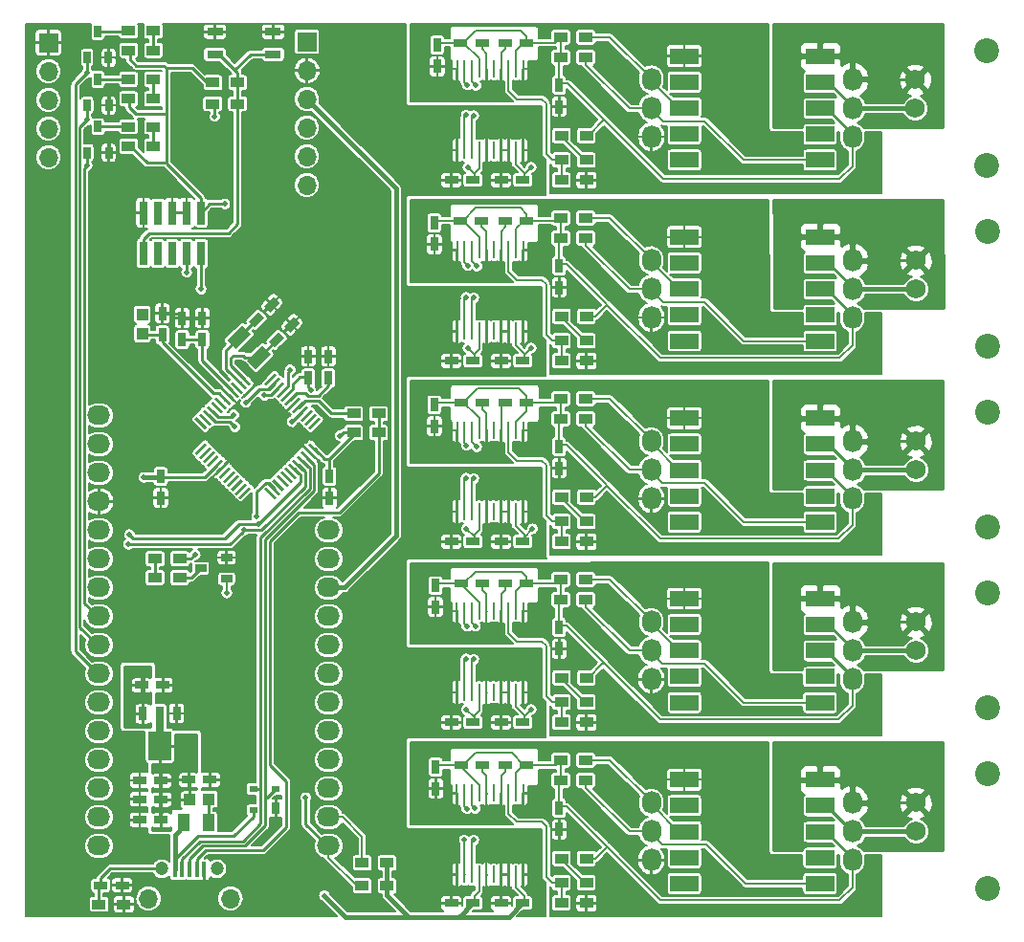
<source format=gbr>
G04 #@! TF.FileFunction,Copper,L1,Top,Signal*
%FSLAX46Y46*%
G04 Gerber Fmt 4.6, Leading zero omitted, Abs format (unit mm)*
G04 Created by KiCad (PCBNEW 4.0.7-e1-6374~58~ubuntu16.04.1) date Mon Oct  9 16:18:12 2017*
%MOMM*%
%LPD*%
G01*
G04 APERTURE LIST*
%ADD10C,0.100000*%
%ADD11R,1.200000X0.750000*%
%ADD12R,0.400000X1.350000*%
%ADD13C,1.200000*%
%ADD14O,1.700000X1.700000*%
%ADD15R,1.200000X0.900000*%
%ADD16R,1.700000X1.700000*%
%ADD17O,2.032000X1.727200*%
%ADD18R,0.700000X1.000000*%
%ADD19R,0.700000X0.600000*%
%ADD20R,1.000000X1.500000*%
%ADD21R,0.750000X2.100000*%
%ADD22R,1.000000X1.100000*%
%ADD23R,1.100000X1.000000*%
%ADD24R,0.650000X1.050000*%
%ADD25R,1.450000X0.700000*%
%ADD26R,0.800000X1.200000*%
%ADD27R,0.800000X2.200000*%
%ADD28R,2.000000X2.500000*%
%ADD29R,1.050000X0.650000*%
%ADD30R,0.750000X1.200000*%
%ADD31R,2.500000X1.400000*%
%ADD32O,1.727200X2.032000*%
%ADD33R,0.250000X1.500000*%
%ADD34C,1.727200*%
%ADD35C,2.200000*%
%ADD36C,0.500000*%
%ADD37C,0.254000*%
%ADD38C,0.203000*%
%ADD39C,0.381000*%
%ADD40C,0.203200*%
%ADD41C,0.253000*%
G04 APERTURE END LIST*
D10*
D11*
X152146000Y-123393200D03*
X150246000Y-123393200D03*
D12*
X124938000Y-132662000D03*
X125588000Y-132662000D03*
X126238000Y-132662000D03*
X126888000Y-132662000D03*
X127538000Y-132662000D03*
D13*
X123813000Y-132587000D03*
X128663000Y-132587000D03*
D14*
X122613000Y-135237000D03*
X129863000Y-135237000D03*
D15*
X159153500Y-71628000D03*
X161353500Y-71628000D03*
D16*
X113766516Y-59462536D03*
D14*
X113766516Y-62002536D03*
X113766516Y-64542536D03*
X113766516Y-67082536D03*
X113766516Y-69622536D03*
D15*
X143721000Y-132080000D03*
X141521000Y-132080000D03*
X143721000Y-134112000D03*
X141521000Y-134112000D03*
X159153500Y-69850000D03*
X161353500Y-69850000D03*
X161290000Y-58983836D03*
X159090000Y-58983836D03*
X159153500Y-67691000D03*
X161353500Y-67691000D03*
X161290000Y-60761836D03*
X159090000Y-60761836D03*
D17*
X118237000Y-92456000D03*
X118237000Y-94996000D03*
X118237000Y-97536000D03*
X118237000Y-100076000D03*
X138557000Y-102616000D03*
X118237000Y-102616000D03*
X138557000Y-105156000D03*
X118237000Y-105156000D03*
X138557000Y-107696000D03*
X118237000Y-107696000D03*
X138557000Y-110236000D03*
X118237000Y-110236000D03*
X138557000Y-112776000D03*
X118237000Y-112776000D03*
X138557000Y-115316000D03*
X118237000Y-115316000D03*
X138557000Y-117856000D03*
X118237000Y-117856000D03*
X138557000Y-120396000D03*
X118237000Y-120396000D03*
X138557000Y-122936000D03*
X118237000Y-122936000D03*
X138557000Y-125476000D03*
X118237000Y-125476000D03*
X138557000Y-128016000D03*
X118237000Y-128016000D03*
X138557000Y-130556000D03*
X118237000Y-130556000D03*
D15*
X159153500Y-87628000D03*
X161353500Y-87628000D03*
X159153500Y-85850000D03*
X161353500Y-85850000D03*
X161290000Y-74983836D03*
X159090000Y-74983836D03*
X159153500Y-83691000D03*
X161353500Y-83691000D03*
X161290000Y-76761836D03*
X159090000Y-76761836D03*
X159153500Y-103628000D03*
X161353500Y-103628000D03*
X159153500Y-101850000D03*
X161353500Y-101850000D03*
X161290000Y-90983836D03*
X159090000Y-90983836D03*
X159153500Y-99691000D03*
X161353500Y-99691000D03*
X161290000Y-92761836D03*
X159090000Y-92761836D03*
X159153500Y-119628000D03*
X161353500Y-119628000D03*
X159153500Y-117850000D03*
X161353500Y-117850000D03*
X161290000Y-106983836D03*
X159090000Y-106983836D03*
X159153500Y-115691000D03*
X161353500Y-115691000D03*
X161290000Y-108761836D03*
X159090000Y-108761836D03*
X159153500Y-135628000D03*
X161353500Y-135628000D03*
X159153500Y-133850000D03*
X161353500Y-133850000D03*
X161290000Y-122983836D03*
X159090000Y-122983836D03*
X159153500Y-131691000D03*
X161353500Y-131691000D03*
X161290000Y-124761836D03*
X159090000Y-124761836D03*
D16*
X136626516Y-59382536D03*
D14*
X136626516Y-61922536D03*
X136626516Y-64462536D03*
X136626516Y-67002536D03*
X136626516Y-69542536D03*
X136626516Y-72082536D03*
D18*
X133876800Y-127226800D03*
D19*
X133876800Y-125526800D03*
X131876800Y-125526800D03*
X131876800Y-127426800D03*
D20*
X127947600Y-128524000D03*
X125747600Y-128524000D03*
D21*
X122174000Y-74530400D03*
X122174000Y-78130400D03*
X123444000Y-74530400D03*
X123444000Y-78130400D03*
X124714000Y-74530400D03*
X124714000Y-78130400D03*
X125984000Y-74530400D03*
X125984000Y-78130400D03*
X127254000Y-74530400D03*
X127254000Y-78130400D03*
D22*
X122072400Y-85228800D03*
X122072400Y-83528800D03*
D23*
X126251600Y-126441200D03*
X127951600Y-126441200D03*
D24*
X117185400Y-69196600D03*
X119085400Y-69196600D03*
X118135400Y-66896600D03*
X117185400Y-65005600D03*
X119085400Y-65005600D03*
X118135400Y-62705600D03*
X117182900Y-60776500D03*
X119082900Y-60776500D03*
X118132900Y-58476500D03*
D25*
X133644000Y-58499500D03*
X128484000Y-58499500D03*
X128484000Y-60499500D03*
X133644000Y-60499500D03*
D10*
G36*
X130591121Y-88905811D02*
X130767898Y-88729034D01*
X131687137Y-89648273D01*
X131510360Y-89825050D01*
X130591121Y-88905811D01*
X130591121Y-88905811D01*
G37*
G36*
X130237568Y-89259364D02*
X130414345Y-89082587D01*
X131333584Y-90001826D01*
X131156807Y-90178603D01*
X130237568Y-89259364D01*
X130237568Y-89259364D01*
G37*
G36*
X129884014Y-89612918D02*
X130060791Y-89436141D01*
X130980030Y-90355380D01*
X130803253Y-90532157D01*
X129884014Y-89612918D01*
X129884014Y-89612918D01*
G37*
G36*
X129530461Y-89966471D02*
X129707238Y-89789694D01*
X130626477Y-90708933D01*
X130449700Y-90885710D01*
X129530461Y-89966471D01*
X129530461Y-89966471D01*
G37*
G36*
X129176908Y-90320024D02*
X129353685Y-90143247D01*
X130272924Y-91062486D01*
X130096147Y-91239263D01*
X129176908Y-90320024D01*
X129176908Y-90320024D01*
G37*
G36*
X128823354Y-90673578D02*
X129000131Y-90496801D01*
X129919370Y-91416040D01*
X129742593Y-91592817D01*
X128823354Y-90673578D01*
X128823354Y-90673578D01*
G37*
G36*
X128469801Y-91027131D02*
X128646578Y-90850354D01*
X129565817Y-91769593D01*
X129389040Y-91946370D01*
X128469801Y-91027131D01*
X128469801Y-91027131D01*
G37*
G36*
X128116247Y-91380685D02*
X128293024Y-91203908D01*
X129212263Y-92123147D01*
X129035486Y-92299924D01*
X128116247Y-91380685D01*
X128116247Y-91380685D01*
G37*
G36*
X127762694Y-91734238D02*
X127939471Y-91557461D01*
X128858710Y-92476700D01*
X128681933Y-92653477D01*
X127762694Y-91734238D01*
X127762694Y-91734238D01*
G37*
G36*
X127409141Y-92087791D02*
X127585918Y-91911014D01*
X128505157Y-92830253D01*
X128328380Y-93007030D01*
X127409141Y-92087791D01*
X127409141Y-92087791D01*
G37*
G36*
X127055587Y-92441345D02*
X127232364Y-92264568D01*
X128151603Y-93183807D01*
X127974826Y-93360584D01*
X127055587Y-92441345D01*
X127055587Y-92441345D01*
G37*
G36*
X126702034Y-92794898D02*
X126878811Y-92618121D01*
X127798050Y-93537360D01*
X127621273Y-93714137D01*
X126702034Y-92794898D01*
X126702034Y-92794898D01*
G37*
G36*
X126878811Y-95976879D02*
X126702034Y-95800102D01*
X127621273Y-94880863D01*
X127798050Y-95057640D01*
X126878811Y-95976879D01*
X126878811Y-95976879D01*
G37*
G36*
X127232364Y-96330432D02*
X127055587Y-96153655D01*
X127974826Y-95234416D01*
X128151603Y-95411193D01*
X127232364Y-96330432D01*
X127232364Y-96330432D01*
G37*
G36*
X127585918Y-96683986D02*
X127409141Y-96507209D01*
X128328380Y-95587970D01*
X128505157Y-95764747D01*
X127585918Y-96683986D01*
X127585918Y-96683986D01*
G37*
G36*
X127939471Y-97037539D02*
X127762694Y-96860762D01*
X128681933Y-95941523D01*
X128858710Y-96118300D01*
X127939471Y-97037539D01*
X127939471Y-97037539D01*
G37*
G36*
X128293024Y-97391092D02*
X128116247Y-97214315D01*
X129035486Y-96295076D01*
X129212263Y-96471853D01*
X128293024Y-97391092D01*
X128293024Y-97391092D01*
G37*
G36*
X128646578Y-97744646D02*
X128469801Y-97567869D01*
X129389040Y-96648630D01*
X129565817Y-96825407D01*
X128646578Y-97744646D01*
X128646578Y-97744646D01*
G37*
G36*
X129000131Y-98098199D02*
X128823354Y-97921422D01*
X129742593Y-97002183D01*
X129919370Y-97178960D01*
X129000131Y-98098199D01*
X129000131Y-98098199D01*
G37*
G36*
X129353685Y-98451753D02*
X129176908Y-98274976D01*
X130096147Y-97355737D01*
X130272924Y-97532514D01*
X129353685Y-98451753D01*
X129353685Y-98451753D01*
G37*
G36*
X129707238Y-98805306D02*
X129530461Y-98628529D01*
X130449700Y-97709290D01*
X130626477Y-97886067D01*
X129707238Y-98805306D01*
X129707238Y-98805306D01*
G37*
G36*
X130060791Y-99158859D02*
X129884014Y-98982082D01*
X130803253Y-98062843D01*
X130980030Y-98239620D01*
X130060791Y-99158859D01*
X130060791Y-99158859D01*
G37*
G36*
X130414345Y-99512413D02*
X130237568Y-99335636D01*
X131156807Y-98416397D01*
X131333584Y-98593174D01*
X130414345Y-99512413D01*
X130414345Y-99512413D01*
G37*
G36*
X130767898Y-99865966D02*
X130591121Y-99689189D01*
X131510360Y-98769950D01*
X131687137Y-98946727D01*
X130767898Y-99865966D01*
X130767898Y-99865966D01*
G37*
G36*
X132853863Y-98946727D02*
X133030640Y-98769950D01*
X133949879Y-99689189D01*
X133773102Y-99865966D01*
X132853863Y-98946727D01*
X132853863Y-98946727D01*
G37*
G36*
X133207416Y-98593174D02*
X133384193Y-98416397D01*
X134303432Y-99335636D01*
X134126655Y-99512413D01*
X133207416Y-98593174D01*
X133207416Y-98593174D01*
G37*
G36*
X133560970Y-98239620D02*
X133737747Y-98062843D01*
X134656986Y-98982082D01*
X134480209Y-99158859D01*
X133560970Y-98239620D01*
X133560970Y-98239620D01*
G37*
G36*
X133914523Y-97886067D02*
X134091300Y-97709290D01*
X135010539Y-98628529D01*
X134833762Y-98805306D01*
X133914523Y-97886067D01*
X133914523Y-97886067D01*
G37*
G36*
X134268076Y-97532514D02*
X134444853Y-97355737D01*
X135364092Y-98274976D01*
X135187315Y-98451753D01*
X134268076Y-97532514D01*
X134268076Y-97532514D01*
G37*
G36*
X134621630Y-97178960D02*
X134798407Y-97002183D01*
X135717646Y-97921422D01*
X135540869Y-98098199D01*
X134621630Y-97178960D01*
X134621630Y-97178960D01*
G37*
G36*
X134975183Y-96825407D02*
X135151960Y-96648630D01*
X136071199Y-97567869D01*
X135894422Y-97744646D01*
X134975183Y-96825407D01*
X134975183Y-96825407D01*
G37*
G36*
X135328737Y-96471853D02*
X135505514Y-96295076D01*
X136424753Y-97214315D01*
X136247976Y-97391092D01*
X135328737Y-96471853D01*
X135328737Y-96471853D01*
G37*
G36*
X135682290Y-96118300D02*
X135859067Y-95941523D01*
X136778306Y-96860762D01*
X136601529Y-97037539D01*
X135682290Y-96118300D01*
X135682290Y-96118300D01*
G37*
G36*
X136035843Y-95764747D02*
X136212620Y-95587970D01*
X137131859Y-96507209D01*
X136955082Y-96683986D01*
X136035843Y-95764747D01*
X136035843Y-95764747D01*
G37*
G36*
X136389397Y-95411193D02*
X136566174Y-95234416D01*
X137485413Y-96153655D01*
X137308636Y-96330432D01*
X136389397Y-95411193D01*
X136389397Y-95411193D01*
G37*
G36*
X136742950Y-95057640D02*
X136919727Y-94880863D01*
X137838966Y-95800102D01*
X137662189Y-95976879D01*
X136742950Y-95057640D01*
X136742950Y-95057640D01*
G37*
G36*
X136919727Y-93714137D02*
X136742950Y-93537360D01*
X137662189Y-92618121D01*
X137838966Y-92794898D01*
X136919727Y-93714137D01*
X136919727Y-93714137D01*
G37*
G36*
X136566174Y-93360584D02*
X136389397Y-93183807D01*
X137308636Y-92264568D01*
X137485413Y-92441345D01*
X136566174Y-93360584D01*
X136566174Y-93360584D01*
G37*
G36*
X136212620Y-93007030D02*
X136035843Y-92830253D01*
X136955082Y-91911014D01*
X137131859Y-92087791D01*
X136212620Y-93007030D01*
X136212620Y-93007030D01*
G37*
G36*
X135859067Y-92653477D02*
X135682290Y-92476700D01*
X136601529Y-91557461D01*
X136778306Y-91734238D01*
X135859067Y-92653477D01*
X135859067Y-92653477D01*
G37*
G36*
X135505514Y-92299924D02*
X135328737Y-92123147D01*
X136247976Y-91203908D01*
X136424753Y-91380685D01*
X135505514Y-92299924D01*
X135505514Y-92299924D01*
G37*
G36*
X135151960Y-91946370D02*
X134975183Y-91769593D01*
X135894422Y-90850354D01*
X136071199Y-91027131D01*
X135151960Y-91946370D01*
X135151960Y-91946370D01*
G37*
G36*
X134798407Y-91592817D02*
X134621630Y-91416040D01*
X135540869Y-90496801D01*
X135717646Y-90673578D01*
X134798407Y-91592817D01*
X134798407Y-91592817D01*
G37*
G36*
X134444853Y-91239263D02*
X134268076Y-91062486D01*
X135187315Y-90143247D01*
X135364092Y-90320024D01*
X134444853Y-91239263D01*
X134444853Y-91239263D01*
G37*
G36*
X134091300Y-90885710D02*
X133914523Y-90708933D01*
X134833762Y-89789694D01*
X135010539Y-89966471D01*
X134091300Y-90885710D01*
X134091300Y-90885710D01*
G37*
G36*
X133737747Y-90532157D02*
X133560970Y-90355380D01*
X134480209Y-89436141D01*
X134656986Y-89612918D01*
X133737747Y-90532157D01*
X133737747Y-90532157D01*
G37*
G36*
X133384193Y-90178603D02*
X133207416Y-90001826D01*
X134126655Y-89082587D01*
X134303432Y-89259364D01*
X133384193Y-90178603D01*
X133384193Y-90178603D01*
G37*
G36*
X133030640Y-89825050D02*
X132853863Y-89648273D01*
X133773102Y-88729034D01*
X133949879Y-88905811D01*
X133030640Y-89825050D01*
X133030640Y-89825050D01*
G37*
D26*
X125096400Y-118849200D03*
D27*
X123596400Y-119349200D03*
D26*
X122096400Y-118849200D03*
D28*
X123596400Y-121699200D03*
D10*
G36*
X129569074Y-85827577D02*
X130912577Y-84484074D01*
X131690394Y-85261891D01*
X130346891Y-86605394D01*
X129569074Y-85827577D01*
X129569074Y-85827577D01*
G37*
G36*
X131336840Y-87595343D02*
X132680343Y-86251840D01*
X133458160Y-87029657D01*
X132114657Y-88373160D01*
X131336840Y-87595343D01*
X131336840Y-87595343D01*
G37*
D29*
X129521601Y-106937999D03*
X129521601Y-105037999D03*
X127221601Y-105987999D03*
D30*
X125603000Y-85735200D03*
X125603000Y-83835200D03*
X127381000Y-85735200D03*
X127381000Y-83835200D03*
D10*
G36*
X133672850Y-81950820D02*
X134203180Y-82481150D01*
X133354652Y-83329678D01*
X132824322Y-82799348D01*
X133672850Y-81950820D01*
X133672850Y-81950820D01*
G37*
G36*
X132329348Y-83294322D02*
X132859678Y-83824652D01*
X132011150Y-84673180D01*
X131480820Y-84142850D01*
X132329348Y-83294322D01*
X132329348Y-83294322D01*
G37*
G36*
X135450850Y-83728820D02*
X135981180Y-84259150D01*
X135132652Y-85107678D01*
X134602322Y-84577348D01*
X135450850Y-83728820D01*
X135450850Y-83728820D01*
G37*
G36*
X134107348Y-85072322D02*
X134637678Y-85602652D01*
X133789150Y-86451180D01*
X133258820Y-85920850D01*
X134107348Y-85072322D01*
X134107348Y-85072322D01*
G37*
D30*
X136753600Y-89138800D03*
X136753600Y-87238800D03*
X138531600Y-89138800D03*
X138531600Y-87238800D03*
X123850400Y-85328800D03*
X123850400Y-83428800D03*
X123698000Y-97856000D03*
X123698000Y-99756000D03*
X138633200Y-97856000D03*
X138633200Y-99756000D03*
D11*
X123733600Y-128270000D03*
X121833600Y-128270000D03*
X128051600Y-124714000D03*
X126151600Y-124714000D03*
X123733600Y-124764800D03*
X121833600Y-124764800D03*
X118379200Y-134061200D03*
X120279200Y-134061200D03*
X123733600Y-126441200D03*
X121833600Y-126441200D03*
X121986000Y-116332000D03*
X123886000Y-116332000D03*
X155699500Y-71628000D03*
X153799500Y-71628000D03*
X151297500Y-71628000D03*
X149397500Y-71628000D03*
X152120600Y-59461400D03*
X150220600Y-59461400D03*
X154142400Y-59461400D03*
X156042400Y-59461400D03*
D30*
X148158200Y-61564600D03*
X148158200Y-59664600D03*
X158940500Y-65128000D03*
X158940500Y-63228000D03*
D11*
X155699500Y-87628000D03*
X153799500Y-87628000D03*
X151297500Y-87628000D03*
X149397500Y-87628000D03*
X152095200Y-75209400D03*
X150195200Y-75209400D03*
X154167800Y-75209400D03*
X156067800Y-75209400D03*
D30*
X147904200Y-77312600D03*
X147904200Y-75412600D03*
X158940500Y-81128000D03*
X158940500Y-79228000D03*
D11*
X155699500Y-103628000D03*
X153799500Y-103628000D03*
X151297500Y-103628000D03*
X149397500Y-103628000D03*
X152156200Y-91313000D03*
X150256200Y-91313000D03*
X154142400Y-91313000D03*
X156042400Y-91313000D03*
D30*
X147904200Y-93416200D03*
X147904200Y-91516200D03*
X158940500Y-97128000D03*
X158940500Y-95228000D03*
D11*
X155699500Y-119628000D03*
X153799500Y-119628000D03*
X151297500Y-119628000D03*
X149397500Y-119628000D03*
X152146000Y-107315000D03*
X150246000Y-107315000D03*
X154152600Y-107315000D03*
X156052600Y-107315000D03*
D30*
X148005800Y-109418200D03*
X148005800Y-107518200D03*
X158940500Y-113128000D03*
X158940500Y-111228000D03*
D11*
X155699500Y-135628000D03*
X153799500Y-135628000D03*
X151297500Y-135628000D03*
X149397500Y-135628000D03*
X154152600Y-123393200D03*
X156052600Y-123393200D03*
D30*
X148031200Y-125496400D03*
X148031200Y-123596400D03*
X158940500Y-129128000D03*
X158940500Y-127228000D03*
D15*
X123045400Y-68618100D03*
X120845400Y-68618100D03*
X123045400Y-64427100D03*
X120845400Y-64427100D03*
X123045400Y-60134500D03*
X120845400Y-60134500D03*
X123186201Y-105156799D03*
X125386201Y-105156799D03*
X128301200Y-62992000D03*
X130501200Y-62992000D03*
X128287600Y-64871600D03*
X130487600Y-64871600D03*
X123045400Y-66903600D03*
X120845400Y-66903600D03*
X123045400Y-62712600D03*
X120845400Y-62712600D03*
X123045400Y-58420000D03*
X120845400Y-58420000D03*
X142973648Y-93980000D03*
X140773648Y-93980000D03*
X142973648Y-92297298D03*
X140773648Y-92297298D03*
X118229200Y-135737600D03*
X120429200Y-135737600D03*
X123186201Y-106833199D03*
X125386201Y-106833199D03*
D31*
X182027600Y-69850000D03*
X182027600Y-67550000D03*
X182027600Y-65250000D03*
X182027600Y-62950000D03*
X182027600Y-60650000D03*
X170027600Y-60650000D03*
X170027600Y-62950000D03*
X170027600Y-65250000D03*
X170027600Y-67550000D03*
X170027600Y-69850000D03*
D32*
X167100720Y-62703988D03*
X167100720Y-65243988D03*
X167100720Y-67783988D03*
X184880720Y-62703988D03*
X184880720Y-65243988D03*
X184880720Y-67783988D03*
D31*
X182027600Y-85866000D03*
X182027600Y-83566000D03*
X182027600Y-81266000D03*
X182027600Y-78966000D03*
X182027600Y-76666000D03*
X170027600Y-76666000D03*
X170027600Y-78966000D03*
X170027600Y-81266000D03*
X170027600Y-83566000D03*
X170027600Y-85866000D03*
D32*
X167100720Y-78719988D03*
X167100720Y-81259988D03*
X167100720Y-83799988D03*
X184880720Y-78719988D03*
X184880720Y-81259988D03*
X184880720Y-83799988D03*
D31*
X182027600Y-101896000D03*
X182027600Y-99596000D03*
X182027600Y-97296000D03*
X182027600Y-94996000D03*
X182027600Y-92696000D03*
X170027600Y-92696000D03*
X170027600Y-94996000D03*
X170027600Y-97296000D03*
X170027600Y-99596000D03*
X170027600Y-101896000D03*
D32*
X167100720Y-94749988D03*
X167100720Y-97289988D03*
X167100720Y-99829988D03*
X184880720Y-94749988D03*
X184880720Y-97289988D03*
X184880720Y-99829988D03*
D31*
X182022000Y-117882500D03*
X182022000Y-115582500D03*
X182022000Y-113282500D03*
X182022000Y-110982500D03*
X182022000Y-108682500D03*
X170022000Y-108682500D03*
X170022000Y-110982500D03*
X170022000Y-113282500D03*
X170022000Y-115582500D03*
X170022000Y-117882500D03*
D32*
X167095120Y-110736488D03*
X167095120Y-113276488D03*
X167095120Y-115816488D03*
X184875120Y-110736488D03*
X184875120Y-113276488D03*
X184875120Y-115816488D03*
D31*
X182022000Y-133900000D03*
X182022000Y-131600000D03*
X182022000Y-129300000D03*
X182022000Y-127000000D03*
X182022000Y-124700000D03*
X170022000Y-124700000D03*
X170022000Y-127000000D03*
X170022000Y-129300000D03*
X170022000Y-131600000D03*
X170022000Y-133900000D03*
D32*
X167095120Y-126753988D03*
X167095120Y-129293988D03*
X167095120Y-131833988D03*
X184875120Y-126753988D03*
X184875120Y-129293988D03*
X184875120Y-131833988D03*
D33*
X149906200Y-68986400D03*
X150556200Y-68986400D03*
X151206200Y-68986400D03*
X151856200Y-68986400D03*
X152506200Y-68986400D03*
X153156200Y-68986400D03*
X153806200Y-68986400D03*
X154456200Y-68986400D03*
X155106200Y-68986400D03*
X155756200Y-68986400D03*
X155756200Y-61786400D03*
X155106200Y-61786400D03*
X154456200Y-61786400D03*
X153806200Y-61786400D03*
X153156200Y-61786400D03*
X152506200Y-61786400D03*
X151856200Y-61786400D03*
X151206200Y-61786400D03*
X150556200Y-61786400D03*
X149906200Y-61786400D03*
X149912000Y-85013800D03*
X150562000Y-85013800D03*
X151212000Y-85013800D03*
X151862000Y-85013800D03*
X152512000Y-85013800D03*
X153162000Y-85013800D03*
X153812000Y-85013800D03*
X154462000Y-85013800D03*
X155112000Y-85013800D03*
X155762000Y-85013800D03*
X155762000Y-77813800D03*
X155112000Y-77813800D03*
X154462000Y-77813800D03*
X153812000Y-77813800D03*
X153162000Y-77813800D03*
X152512000Y-77813800D03*
X151862000Y-77813800D03*
X151212000Y-77813800D03*
X150562000Y-77813800D03*
X149912000Y-77813800D03*
X149906200Y-100965000D03*
X150556200Y-100965000D03*
X151206200Y-100965000D03*
X151856200Y-100965000D03*
X152506200Y-100965000D03*
X153156200Y-100965000D03*
X153806200Y-100965000D03*
X154456200Y-100965000D03*
X155106200Y-100965000D03*
X155756200Y-100965000D03*
X155756200Y-93765000D03*
X155106200Y-93765000D03*
X154456200Y-93765000D03*
X153806200Y-93765000D03*
X153156200Y-93765000D03*
X152506200Y-93765000D03*
X151856200Y-93765000D03*
X151206200Y-93765000D03*
X150556200Y-93765000D03*
X149906200Y-93765000D03*
X149901600Y-116967000D03*
X150551600Y-116967000D03*
X151201600Y-116967000D03*
X151851600Y-116967000D03*
X152501600Y-116967000D03*
X153151600Y-116967000D03*
X153801600Y-116967000D03*
X154451600Y-116967000D03*
X155101600Y-116967000D03*
X155751600Y-116967000D03*
X155751600Y-109767000D03*
X155101600Y-109767000D03*
X154451600Y-109767000D03*
X153801600Y-109767000D03*
X153151600Y-109767000D03*
X152501600Y-109767000D03*
X151851600Y-109767000D03*
X151201600Y-109767000D03*
X150551600Y-109767000D03*
X149901600Y-109767000D03*
X149901600Y-133107800D03*
X150551600Y-133107800D03*
X151201600Y-133107800D03*
X151851600Y-133107800D03*
X152501600Y-133107800D03*
X153151600Y-133107800D03*
X153801600Y-133107800D03*
X154451600Y-133107800D03*
X155101600Y-133107800D03*
X155751600Y-133107800D03*
X155751600Y-125907800D03*
X155101600Y-125907800D03*
X154451600Y-125907800D03*
X153801600Y-125907800D03*
X153151600Y-125907800D03*
X152501600Y-125907800D03*
X151851600Y-125907800D03*
X151201600Y-125907800D03*
X150551600Y-125907800D03*
X149901600Y-125907800D03*
D34*
X190484000Y-126746000D03*
X190484000Y-129286000D03*
D35*
X196834000Y-124206000D03*
X196834000Y-134366000D03*
D34*
X190484000Y-110744000D03*
X190484000Y-113284000D03*
D35*
X196834000Y-108204000D03*
X196834000Y-118364000D03*
D34*
X190484000Y-78740000D03*
X190484000Y-81280000D03*
D35*
X196834000Y-76200000D03*
X196834000Y-86360000D03*
D34*
X190484000Y-94738000D03*
X190484000Y-97278000D03*
D35*
X196834000Y-92198000D03*
X196834000Y-102358000D03*
D34*
X190420500Y-62738000D03*
X190420500Y-65278000D03*
D35*
X196770500Y-60198000D03*
X196770500Y-70358000D03*
D36*
X133477000Y-129209800D03*
X134213600Y-128498600D03*
X119100600Y-67640200D03*
X119100600Y-63601600D03*
X119100600Y-59588400D03*
X139573000Y-94259400D03*
X126746000Y-104775000D03*
X129362200Y-73736200D03*
X136956800Y-90195400D03*
X122199400Y-97942400D03*
X122199400Y-115112800D03*
X122199400Y-117475000D03*
X138176000Y-134975600D03*
X150876000Y-70485000D03*
X156464000Y-70485000D03*
X150876000Y-86487000D03*
X156464000Y-86487000D03*
X156591000Y-102489000D03*
X150749000Y-102489000D03*
X156464000Y-118491000D03*
X150749000Y-118491000D03*
X150083000Y-136842500D03*
X131105489Y-102590190D03*
X120827800Y-103860600D03*
X150705706Y-82007657D03*
X150718888Y-65882888D03*
X150701475Y-98013888D03*
X150701959Y-114015404D03*
X150558500Y-130052090D03*
X120929400Y-102997000D03*
X136525000Y-126314200D03*
X132305020Y-102060780D03*
X151384000Y-130048000D03*
X151384000Y-114046000D03*
X151384000Y-98044000D03*
X151384000Y-82042000D03*
X151401413Y-65913000D03*
X165100000Y-69723000D03*
X164973000Y-85725000D03*
X164973000Y-101727000D03*
X165100000Y-117729000D03*
X165100000Y-133731000D03*
X150799800Y-63195200D03*
X151587200Y-63241900D03*
X150850600Y-79197200D03*
X151663400Y-79241900D03*
X150749000Y-95097600D03*
X151638000Y-95241900D03*
X150774400Y-111125000D03*
X151536400Y-111125000D03*
X150774400Y-127279400D03*
X151511000Y-127254000D03*
X127254000Y-81280000D03*
X132867400Y-90678000D03*
X125984000Y-79781400D03*
X135153400Y-88417400D03*
X117195600Y-70332600D03*
X130157599Y-92405200D03*
X117170200Y-66294000D03*
X130251200Y-93472000D03*
X117170200Y-62103000D03*
X131216400Y-91313000D03*
X128473200Y-65989200D03*
X135305800Y-93014800D03*
X129540000Y-108178600D03*
X132181220Y-101420232D03*
D37*
X125603000Y-83835200D02*
X127381000Y-83835200D01*
X123850400Y-83428800D02*
X125196600Y-83428800D01*
X125196600Y-83428800D02*
X125603000Y-83835200D01*
X133876800Y-127226800D02*
X133876800Y-128161800D01*
X133876800Y-128161800D02*
X134213600Y-128498600D01*
X119085400Y-69196600D02*
X119085400Y-67655400D01*
X119085400Y-67655400D02*
X119100600Y-67640200D01*
X119085400Y-65005600D02*
X119085400Y-63616800D01*
X119085400Y-63616800D02*
X119100600Y-63601600D01*
X119082900Y-60776500D02*
X119082900Y-59606100D01*
X119082900Y-59606100D02*
X119100600Y-59588400D01*
X140773648Y-93980000D02*
X139852400Y-93980000D01*
X139852400Y-93980000D02*
X139573000Y-94259400D01*
X125386201Y-105156799D02*
X126364201Y-105156799D01*
X126364201Y-105156799D02*
X126746000Y-104775000D01*
X125768000Y-104775000D02*
X125386201Y-105156799D01*
X129362200Y-73736200D02*
X128048200Y-73736200D01*
X128048200Y-73736200D02*
X127254000Y-74530400D01*
X127254000Y-74530400D02*
X127254000Y-73226400D01*
X124206000Y-70178400D02*
X124206000Y-70104000D01*
X127254000Y-73226400D02*
X124206000Y-70178400D01*
X127254000Y-73855400D02*
X127254000Y-74530400D01*
D38*
X155849500Y-135628000D02*
X155849500Y-134975000D01*
X155849500Y-134975000D02*
X155101600Y-134227100D01*
X155101600Y-134227100D02*
X155101600Y-133107800D01*
X151851600Y-133107800D02*
X151851600Y-134570900D01*
X151851600Y-134570900D02*
X151447500Y-134975000D01*
X151447500Y-134975000D02*
X151447500Y-135628000D01*
X151447500Y-118975000D02*
X151851600Y-118570900D01*
X151851600Y-118570900D02*
X151851600Y-116967000D01*
X155849500Y-119628000D02*
X155849500Y-118975000D01*
X155849500Y-118975000D02*
X155101600Y-118227100D01*
X155101600Y-118227100D02*
X155101600Y-116967000D01*
X155849500Y-103628000D02*
X155849500Y-102975000D01*
X155849500Y-102975000D02*
X155106200Y-102231700D01*
X155106200Y-102231700D02*
X155106200Y-100965000D01*
X151447500Y-102975000D02*
X151856200Y-102566300D01*
X151856200Y-102566300D02*
X151856200Y-100965000D01*
X155849500Y-87628000D02*
X155849500Y-86975000D01*
X155849500Y-86975000D02*
X155112000Y-86237500D01*
X155112000Y-86237500D02*
X155112000Y-85013800D01*
X151447500Y-86975000D02*
X151862000Y-86560500D01*
X151862000Y-86560500D02*
X151862000Y-85013800D01*
X155849500Y-71628000D02*
X155849500Y-70975000D01*
X155849500Y-70975000D02*
X155106200Y-70231700D01*
X155106200Y-70231700D02*
X155106200Y-68986400D01*
X151856200Y-68986400D02*
X151856200Y-70566300D01*
X151856200Y-70566300D02*
X151447500Y-70975000D01*
X151447500Y-70975000D02*
X151447500Y-71628000D01*
D39*
X140845848Y-94157800D02*
X141023648Y-93980000D01*
D37*
X136753600Y-89038800D02*
X136753600Y-89992200D01*
X136753600Y-89992200D02*
X136956800Y-90195400D01*
D39*
X123698000Y-97956000D02*
X122213000Y-97956000D01*
X122213000Y-97956000D02*
X122199400Y-97942400D01*
X122086000Y-116332000D02*
X122086000Y-115226200D01*
X122086000Y-115226200D02*
X122199400Y-115112800D01*
X122086000Y-116332000D02*
X122086000Y-117361600D01*
X122086000Y-117361600D02*
X122199400Y-117475000D01*
X140271500Y-136842500D02*
X140042900Y-136842500D01*
X140042900Y-136842500D02*
X138176000Y-134975600D01*
X140271500Y-136842500D02*
X145620500Y-136842500D01*
X118237000Y-94996000D02*
X118389400Y-94996000D01*
D38*
X151447500Y-71628000D02*
X151447500Y-71056500D01*
X151447500Y-71056500D02*
X150876000Y-70485000D01*
X155849500Y-71628000D02*
X155849500Y-71099500D01*
X155849500Y-71099500D02*
X156464000Y-70485000D01*
X151447500Y-87628000D02*
X151447500Y-87058500D01*
X151447500Y-87058500D02*
X150876000Y-86487000D01*
X155849500Y-87628000D02*
X155849500Y-87101500D01*
X155849500Y-87101500D02*
X156464000Y-86487000D01*
X155849500Y-103628000D02*
X155849500Y-103230500D01*
X155849500Y-103230500D02*
X156591000Y-102489000D01*
X151447500Y-103628000D02*
X151447500Y-103187500D01*
X151447500Y-103187500D02*
X150749000Y-102489000D01*
X155849500Y-119628000D02*
X155849500Y-119105500D01*
X155849500Y-119105500D02*
X156464000Y-118491000D01*
X151447500Y-119628000D02*
X151447500Y-119189500D01*
X151447500Y-119189500D02*
X150749000Y-118491000D01*
X155829000Y-71648500D02*
X155849500Y-71628000D01*
X155829000Y-87648500D02*
X155849500Y-87628000D01*
X155829000Y-103648500D02*
X155849500Y-103628000D01*
X155829000Y-119648500D02*
X155849500Y-119628000D01*
D39*
X155849500Y-135628000D02*
X155699500Y-135628000D01*
X155699500Y-135628000D02*
X154485000Y-136842500D01*
X154485000Y-136842500D02*
X150083000Y-136842500D01*
X145620500Y-136842500D02*
X150083000Y-136842500D01*
X150083000Y-136842500D02*
X151297500Y-135628000D01*
X151297500Y-135628000D02*
X151447500Y-135628000D01*
X143721000Y-134112000D02*
X143721000Y-134943000D01*
X143721000Y-134943000D02*
X145620500Y-136842500D01*
D37*
X155699500Y-71628000D02*
X155849500Y-71628000D01*
X155699500Y-87628000D02*
X155849500Y-87628000D01*
X155699500Y-103628000D02*
X155849500Y-103628000D01*
X155699500Y-119628000D02*
X155849500Y-119628000D01*
D39*
X151297500Y-71628000D02*
X151447500Y-71628000D01*
X143721000Y-134112000D02*
X143721000Y-132080000D01*
X151447500Y-119628000D02*
X151297500Y-119628000D01*
X151447500Y-103628000D02*
X151297500Y-103628000D01*
X151447500Y-87628000D02*
X151297500Y-87628000D01*
D38*
X151447500Y-87628000D02*
X151447500Y-86975000D01*
X151447500Y-103628000D02*
X151447500Y-102975000D01*
X151447500Y-119628000D02*
X151447500Y-118975000D01*
D37*
X128551200Y-62992000D02*
X127747200Y-62992000D01*
X127747200Y-62992000D02*
X126477200Y-61722000D01*
X126477200Y-61722000D02*
X124206000Y-61722000D01*
X124206000Y-61722000D02*
X124206000Y-65786000D01*
X124206000Y-65786000D02*
X124206000Y-70104000D01*
X120904900Y-64427100D02*
X120904900Y-65181100D01*
X120904900Y-65181100D02*
X121509800Y-65786000D01*
X121509800Y-65786000D02*
X124206000Y-65786000D01*
X120968400Y-60198000D02*
X120968400Y-60952000D01*
X120968400Y-60952000D02*
X121509800Y-61493400D01*
X121509800Y-61493400D02*
X123977400Y-61493400D01*
X121018400Y-68618100D02*
X120968400Y-68618100D01*
X123977400Y-61493400D02*
X124206000Y-61722000D01*
X124206000Y-70104000D02*
X122504300Y-70104000D01*
X122504300Y-70104000D02*
X121018400Y-68618100D01*
X134816084Y-90691255D02*
X135346413Y-90160926D01*
X135346413Y-90160926D02*
X135346413Y-89691987D01*
X135346413Y-89691987D02*
X135999600Y-89038800D01*
X135999600Y-89038800D02*
X136753600Y-89038800D01*
X138633200Y-96320448D02*
X138182535Y-96320448D01*
X138182535Y-96320448D02*
X137290958Y-95428871D01*
X138633200Y-97956000D02*
X138633200Y-96320448D01*
X138633200Y-96320448D02*
X140973648Y-93980000D01*
X140973648Y-93980000D02*
X141023648Y-93980000D01*
X123698000Y-97956000D02*
X127551339Y-97956000D01*
X127551339Y-97956000D02*
X128664255Y-96843084D01*
X122086000Y-116332000D02*
X122086000Y-118838800D01*
X122086000Y-118838800D02*
X122096400Y-118849200D01*
D38*
X150551600Y-133107800D02*
X150551600Y-130058990D01*
X150551600Y-130058990D02*
X150558500Y-130052090D01*
X150551600Y-116967000D02*
X150551600Y-114165763D01*
X150551600Y-114165763D02*
X150701959Y-114015404D01*
X150556200Y-100965000D02*
X150556200Y-98159163D01*
X150556200Y-98159163D02*
X150701475Y-98013888D01*
X150562000Y-85013800D02*
X150562000Y-82151363D01*
X150562000Y-82151363D02*
X150705706Y-82007657D01*
X150556200Y-68986400D02*
X150556200Y-66045576D01*
X150556200Y-66045576D02*
X150718888Y-65882888D01*
D37*
X150558500Y-133100900D02*
X150551600Y-133107800D01*
X129835079Y-103860600D02*
X130855490Y-102840189D01*
X130855490Y-102840189D02*
X131105489Y-102590190D01*
X120827800Y-103860600D02*
X129835079Y-103860600D01*
X131459042Y-102590190D02*
X131105489Y-102590190D01*
X136459931Y-98760020D02*
X132629761Y-102590190D01*
X136459931Y-97426270D02*
X136459931Y-98760020D01*
X132629761Y-102590190D02*
X131459042Y-102590190D01*
X135876745Y-96843084D02*
X136459931Y-97426270D01*
D38*
X138557000Y-128016000D02*
X139776000Y-128016000D01*
X139776000Y-128016000D02*
X141521000Y-129761000D01*
X141521000Y-129761000D02*
X141521000Y-131427000D01*
X141521000Y-131427000D02*
X141521000Y-132080000D01*
X151201600Y-133107800D02*
X151201600Y-130230400D01*
X151201600Y-130230400D02*
X151384000Y-130048000D01*
X151201600Y-116967000D02*
X151201600Y-114228400D01*
X151201600Y-114228400D02*
X151384000Y-114046000D01*
X151206200Y-100965000D02*
X151206200Y-98221800D01*
X151206200Y-98221800D02*
X151384000Y-98044000D01*
X151212000Y-85013800D02*
X151212000Y-82214000D01*
X151212000Y-82214000D02*
X151384000Y-82042000D01*
X151206200Y-68986400D02*
X151206200Y-66108213D01*
X151206200Y-66108213D02*
X151401413Y-65913000D01*
D37*
X120929400Y-102997000D02*
X121263600Y-103331200D01*
X121263600Y-103331200D02*
X129336380Y-103331200D01*
X129336380Y-103331200D02*
X130606800Y-102060780D01*
X130606800Y-102060780D02*
X132305020Y-102060780D01*
X136525000Y-126314200D02*
X136525000Y-128676400D01*
X136053520Y-98312280D02*
X136053520Y-97726967D01*
X132305020Y-102060780D02*
X136053520Y-98312280D01*
X136053520Y-97726967D02*
X135523191Y-97196638D01*
X136525000Y-128676400D02*
X138404600Y-130556000D01*
X138404600Y-130556000D02*
X138557000Y-130556000D01*
D38*
X141521000Y-134112000D02*
X141046400Y-134112000D01*
X141046400Y-134112000D02*
X138557000Y-131622600D01*
X138557000Y-131622600D02*
X138557000Y-130556000D01*
X155752800Y-61789800D02*
X155756200Y-61786400D01*
X152120600Y-59461400D02*
X152120600Y-60039400D01*
X152506200Y-60425000D02*
X152506200Y-60708400D01*
X152120600Y-60039400D02*
X152506200Y-60425000D01*
X152506200Y-60708400D02*
X152506200Y-61786400D01*
X154142400Y-59461400D02*
X154142400Y-60039400D01*
X154142400Y-60039400D02*
X153806200Y-60375600D01*
X153806200Y-60375600D02*
X153806200Y-60708400D01*
X153806200Y-60708400D02*
X153806200Y-61786400D01*
X161353500Y-71628000D02*
X163195000Y-71628000D01*
X163195000Y-71628000D02*
X165100000Y-69723000D01*
X155778200Y-77830000D02*
X155762000Y-77813800D01*
X154167800Y-75209400D02*
X154167800Y-75787400D01*
X154167800Y-75787400D02*
X153812000Y-76143200D01*
X153812000Y-76143200D02*
X153812000Y-76735800D01*
X153812000Y-76735800D02*
X153812000Y-77813800D01*
X152095200Y-75209400D02*
X152095200Y-75787400D01*
X152095200Y-75787400D02*
X152512000Y-76204200D01*
X152512000Y-76204200D02*
X152512000Y-76735800D01*
X152512000Y-76735800D02*
X152512000Y-77813800D01*
X161353500Y-87628000D02*
X163070000Y-87628000D01*
X163070000Y-87628000D02*
X164973000Y-85725000D01*
X155752800Y-93768400D02*
X155756200Y-93765000D01*
X153806200Y-93765000D02*
X153806200Y-91649200D01*
X153806200Y-91649200D02*
X154142400Y-91313000D01*
X152156200Y-91313000D02*
X152156200Y-91891000D01*
X152156200Y-91891000D02*
X152506200Y-92241000D01*
X152506200Y-92241000D02*
X152506200Y-92687000D01*
X152506200Y-92687000D02*
X152506200Y-93765000D01*
X161353500Y-103628000D02*
X163072000Y-103628000D01*
X163072000Y-103628000D02*
X164973000Y-101727000D01*
X155752800Y-109768200D02*
X155751600Y-109767000D01*
X152146000Y-107315000D02*
X152146000Y-107893000D01*
X152146000Y-107893000D02*
X152501600Y-108248600D01*
X152501600Y-108248600D02*
X152501600Y-108689000D01*
X152501600Y-108689000D02*
X152501600Y-109767000D01*
X154152600Y-107315000D02*
X154152600Y-107893000D01*
X154152600Y-107893000D02*
X153801600Y-108244000D01*
X153801600Y-108689000D02*
X153801600Y-109767000D01*
X153801600Y-108244000D02*
X153801600Y-108689000D01*
X161353500Y-119628000D02*
X163201000Y-119628000D01*
X163201000Y-119628000D02*
X165100000Y-117729000D01*
X155752800Y-125909000D02*
X155751600Y-125907800D01*
X154152600Y-123393200D02*
X154152600Y-123971200D01*
X154152600Y-123971200D02*
X153801600Y-124322200D01*
X153801600Y-124322200D02*
X153801600Y-124829800D01*
X153801600Y-124829800D02*
X153801600Y-125907800D01*
X152146000Y-123393200D02*
X152146000Y-123971200D01*
X152146000Y-123971200D02*
X152501600Y-124326800D01*
X152501600Y-124326800D02*
X152501600Y-124829800D01*
X152501600Y-124829800D02*
X152501600Y-125907800D01*
X161353500Y-135628000D02*
X163203000Y-135628000D01*
X163203000Y-135628000D02*
X165100000Y-133731000D01*
X156042400Y-59461400D02*
X158612436Y-59461400D01*
X158612436Y-59461400D02*
X159090000Y-58983836D01*
X155553600Y-58394600D02*
X151512400Y-58394600D01*
X151512400Y-58394600D02*
X150445600Y-59461400D01*
X150445600Y-59461400D02*
X150220600Y-59461400D01*
X156042400Y-59461400D02*
X156042400Y-58883400D01*
X156042400Y-58883400D02*
X155553600Y-58394600D01*
X150220600Y-59461400D02*
X148361400Y-59461400D01*
X148361400Y-59461400D02*
X148158200Y-59664600D01*
X151856200Y-61786400D02*
X151856200Y-60872000D01*
X151856200Y-60872000D02*
X150445600Y-59461400D01*
X155106200Y-61786400D02*
X155106200Y-60172600D01*
X155106200Y-60172600D02*
X155817400Y-59461400D01*
X155817400Y-59461400D02*
X156042400Y-59461400D01*
X159699600Y-63078000D02*
X162915600Y-66294000D01*
X161353500Y-67691000D02*
X161503500Y-67691000D01*
X161503500Y-67691000D02*
X162900500Y-66294000D01*
X162915600Y-66294000D02*
X168122600Y-71501000D01*
X162900500Y-66294000D02*
X162915600Y-66294000D01*
X183769000Y-71501000D02*
X168122600Y-71501000D01*
X159090000Y-60761836D02*
X158940500Y-60911336D01*
X158940500Y-60911336D02*
X158940500Y-63078000D01*
X158940500Y-63078000D02*
X159699600Y-63078000D01*
X184886600Y-70383400D02*
X183769000Y-71501000D01*
X184886600Y-69409782D02*
X184886600Y-70383400D01*
X184880720Y-67783988D02*
X184880720Y-69403902D01*
X184880720Y-69403902D02*
X184886600Y-69409782D01*
D37*
X182027600Y-65250000D02*
X182577600Y-65250000D01*
X182577600Y-65250000D02*
X184880720Y-67553120D01*
X184880720Y-67553120D02*
X184880720Y-67783988D01*
D38*
X151879300Y-61138000D02*
X151879300Y-61976000D01*
X155130500Y-61138000D02*
X155130500Y-61976000D01*
X158874074Y-59199762D02*
X159090000Y-58983836D01*
X159090000Y-60761836D02*
X159090000Y-58983836D01*
X156067800Y-75209400D02*
X158864436Y-75209400D01*
X158864436Y-75209400D02*
X159090000Y-74983836D01*
X155528200Y-74091800D02*
X151537800Y-74091800D01*
X151537800Y-74091800D02*
X150420200Y-75209400D01*
X150420200Y-75209400D02*
X150195200Y-75209400D01*
X156067800Y-75209400D02*
X156067800Y-74631400D01*
X156067800Y-74631400D02*
X155528200Y-74091800D01*
X155112000Y-77813800D02*
X155112000Y-75940200D01*
X155112000Y-75940200D02*
X155842800Y-75209400D01*
X155842800Y-75209400D02*
X156067800Y-75209400D01*
X150420200Y-75209400D02*
X151862000Y-76651200D01*
X151862000Y-76651200D02*
X151862000Y-76735800D01*
X151862000Y-76735800D02*
X151862000Y-77813800D01*
X150195200Y-75209400D02*
X148107400Y-75209400D01*
X148107400Y-75209400D02*
X147904200Y-75412600D01*
X167891500Y-87376000D02*
X163192500Y-82677000D01*
X163192500Y-82677000D02*
X163063500Y-82548000D01*
X161353500Y-83691000D02*
X162156500Y-83691000D01*
X163170500Y-82677000D02*
X163192500Y-82677000D01*
X162156500Y-83691000D02*
X163170500Y-82677000D01*
X183769000Y-87376000D02*
X167891500Y-87376000D01*
X184880720Y-86264280D02*
X183769000Y-87376000D01*
X184880720Y-83799988D02*
X184880720Y-86264280D01*
D37*
X182027600Y-81266000D02*
X182577600Y-81266000D01*
X182577600Y-81266000D02*
X184880720Y-83569120D01*
X184880720Y-83569120D02*
X184880720Y-83799988D01*
D38*
X151879300Y-77138000D02*
X151879300Y-77976000D01*
X155130500Y-77138000D02*
X155130500Y-77976000D01*
X161503500Y-83691000D02*
X161353500Y-83691000D01*
X158874074Y-75199762D02*
X159090000Y-74983836D01*
X159090000Y-76761836D02*
X159090000Y-74983836D01*
X158940500Y-79078000D02*
X158940500Y-76911336D01*
X158940500Y-76911336D02*
X159090000Y-76761836D01*
X158940500Y-79078000D02*
X159593500Y-79078000D01*
X159593500Y-79078000D02*
X163063500Y-82548000D01*
X159593500Y-79078000D02*
X161353500Y-80838000D01*
X156042400Y-91313000D02*
X158760836Y-91313000D01*
X158760836Y-91313000D02*
X159090000Y-90983836D01*
X150256200Y-91313000D02*
X148107400Y-91313000D01*
X148107400Y-91313000D02*
X147904200Y-91516200D01*
X148071800Y-91313000D02*
X147904200Y-91480600D01*
X155401200Y-90093800D02*
X151700400Y-90093800D01*
X151700400Y-90093800D02*
X150481200Y-91313000D01*
X150481200Y-91313000D02*
X150256200Y-91313000D01*
X156042400Y-91313000D02*
X156042400Y-90735000D01*
X156042400Y-90735000D02*
X155401200Y-90093800D01*
X156042400Y-91313000D02*
X156042400Y-92078800D01*
X156042400Y-92078800D02*
X155106200Y-93015000D01*
X155106200Y-93015000D02*
X155106200Y-93765000D01*
X151621200Y-92452000D02*
X151620200Y-92452000D01*
X151620200Y-92452000D02*
X150481200Y-91313000D01*
X167893500Y-103378000D02*
X163194500Y-98679000D01*
X163194500Y-98679000D02*
X163063500Y-98548000D01*
X161353500Y-99691000D02*
X162156500Y-99691000D01*
X163168500Y-98679000D02*
X163194500Y-98679000D01*
X162156500Y-99691000D02*
X163168500Y-98679000D01*
X183642000Y-103378000D02*
X167893500Y-103378000D01*
X184880720Y-102139280D02*
X183642000Y-103378000D01*
X184880720Y-99829988D02*
X184880720Y-102139280D01*
D37*
X182027600Y-97296000D02*
X182577600Y-97296000D01*
X182577600Y-97296000D02*
X184880720Y-99599120D01*
X184880720Y-99599120D02*
X184880720Y-99829988D01*
D38*
X151856200Y-93765000D02*
X151856200Y-92687000D01*
X151856200Y-92687000D02*
X151621200Y-92452000D01*
X151879300Y-93138000D02*
X151879300Y-93976000D01*
X155130500Y-93138000D02*
X155130500Y-93976000D01*
X161503500Y-99691000D02*
X161353500Y-99691000D01*
X158874074Y-91199762D02*
X159090000Y-90983836D01*
X159090000Y-92761836D02*
X159090000Y-90983836D01*
X158940500Y-95078000D02*
X158940500Y-92911336D01*
X158940500Y-92911336D02*
X159090000Y-92761836D01*
X158940500Y-95078000D02*
X159593500Y-95078000D01*
X159593500Y-95078000D02*
X163063500Y-98548000D01*
X159593500Y-95078000D02*
X161353500Y-96838000D01*
X156052600Y-107315000D02*
X158758836Y-107315000D01*
X158758836Y-107315000D02*
X159090000Y-106983836D01*
X155589200Y-106273600D02*
X151512400Y-106273600D01*
X151512400Y-106273600D02*
X150471000Y-107315000D01*
X150471000Y-107315000D02*
X150246000Y-107315000D01*
X156052600Y-107315000D02*
X156052600Y-106737000D01*
X156052600Y-106737000D02*
X155589200Y-106273600D01*
X150246000Y-107315000D02*
X148209000Y-107315000D01*
X148209000Y-107315000D02*
X148005800Y-107518200D01*
X151879300Y-109138000D02*
X151879300Y-109499400D01*
X151879300Y-109499400D02*
X151879300Y-109976000D01*
X150246000Y-107315000D02*
X150246000Y-107411400D01*
X150246000Y-107411400D02*
X151879300Y-109044700D01*
X151879300Y-109044700D02*
X151879300Y-109499400D01*
X155101600Y-109767000D02*
X155101600Y-108041000D01*
X155101600Y-108041000D02*
X155827600Y-107315000D01*
X155827600Y-107315000D02*
X156052600Y-107315000D01*
X162942500Y-114427000D02*
X162767500Y-114427000D01*
X162767500Y-114427000D02*
X161503500Y-115691000D01*
X161503500Y-115691000D02*
X161353500Y-115691000D01*
X159593500Y-111078000D02*
X162942500Y-114427000D01*
X162942500Y-114427000D02*
X163063500Y-114548000D01*
X183642000Y-119380000D02*
X167895500Y-119380000D01*
X167895500Y-119380000D02*
X162942500Y-114427000D01*
X184875120Y-118146880D02*
X183642000Y-119380000D01*
X184875120Y-115816488D02*
X184875120Y-118146880D01*
D37*
X184875120Y-115816488D02*
X184875120Y-115585620D01*
X184875120Y-115585620D02*
X182572000Y-113282500D01*
X182572000Y-113282500D02*
X182022000Y-113282500D01*
D38*
X155130500Y-109138000D02*
X155130500Y-109976000D01*
X158874074Y-107199762D02*
X159090000Y-106983836D01*
X159090000Y-108761836D02*
X159090000Y-106983836D01*
X158940500Y-111078000D02*
X158940500Y-108911336D01*
X158940500Y-108911336D02*
X159090000Y-108761836D01*
X158940500Y-111078000D02*
X159593500Y-111078000D01*
X159593500Y-111078000D02*
X161353500Y-112838000D01*
X156052600Y-123393200D02*
X158680636Y-123393200D01*
X158680636Y-123393200D02*
X159090000Y-122983836D01*
X154735400Y-122301000D02*
X151563200Y-122301000D01*
X151563200Y-122301000D02*
X150471000Y-123393200D01*
X150471000Y-123393200D02*
X150246000Y-123393200D01*
X155827600Y-123393200D02*
X154735400Y-122301000D01*
X155101600Y-125907800D02*
X155101600Y-124119200D01*
X155101600Y-124119200D02*
X155827600Y-123393200D01*
X155827600Y-123393200D02*
X156052600Y-123393200D01*
X151851600Y-125907800D02*
X151851600Y-125157800D01*
X151851600Y-125157800D02*
X150246000Y-123552200D01*
X150246000Y-123552200D02*
X150246000Y-123393200D01*
X150246000Y-123393200D02*
X148234400Y-123393200D01*
X148234400Y-123393200D02*
X148031200Y-123596400D01*
X167897500Y-135382000D02*
X163198500Y-130683000D01*
X163198500Y-130683000D02*
X162944500Y-130429000D01*
X161353500Y-131691000D02*
X162156500Y-131691000D01*
X162156500Y-131691000D02*
X163164500Y-130683000D01*
X163164500Y-130683000D02*
X163198500Y-130683000D01*
X159593500Y-127078000D02*
X162944500Y-130429000D01*
X162944500Y-130429000D02*
X163063500Y-130548000D01*
X183769000Y-135382000D02*
X167897500Y-135382000D01*
X184875120Y-134275880D02*
X183769000Y-135382000D01*
X184875120Y-131833988D02*
X184875120Y-134275880D01*
D37*
X182022000Y-129300000D02*
X182572000Y-129300000D01*
X182572000Y-129300000D02*
X184875120Y-131603120D01*
X184875120Y-131603120D02*
X184875120Y-131833988D01*
D38*
X151879300Y-125138000D02*
X151879300Y-125976000D01*
X155130500Y-125138000D02*
X155130500Y-125976000D01*
X161503500Y-131691000D02*
X161353500Y-131691000D01*
X158874074Y-123199762D02*
X159090000Y-122983836D01*
X159090000Y-124761836D02*
X159090000Y-122983836D01*
X158940500Y-127078000D02*
X158940500Y-124911336D01*
X158940500Y-124911336D02*
X159090000Y-124761836D01*
X158940500Y-127078000D02*
X159593500Y-127078000D01*
X159593500Y-127078000D02*
X161353500Y-128838000D01*
X150556200Y-61786400D02*
X150556200Y-62951600D01*
X150556200Y-62951600D02*
X150799800Y-63195200D01*
X167100720Y-62703988D02*
X167100720Y-62873120D01*
X167100720Y-62873120D02*
X169477600Y-65250000D01*
X169477600Y-65250000D02*
X170027600Y-65250000D01*
X150558500Y-61788700D02*
X150556200Y-61786400D01*
X163441336Y-58983836D02*
X161290000Y-58983836D01*
X163441336Y-58983836D02*
X167195500Y-62738000D01*
X151206200Y-61786400D02*
X151206200Y-62860900D01*
X151206200Y-62860900D02*
X151587200Y-63241900D01*
X182027600Y-69850000D02*
X175260000Y-69850000D01*
X175260000Y-69850000D02*
X171831000Y-66421000D01*
X168125332Y-66421000D02*
X167100720Y-65396388D01*
X171831000Y-66421000D02*
X168125332Y-66421000D01*
X167100720Y-65396388D02*
X167100720Y-65243988D01*
X151218900Y-61799100D02*
X151206200Y-61786400D01*
X161290000Y-60761836D02*
X161290000Y-61414836D01*
X161290000Y-61414836D02*
X165153164Y-65278000D01*
X165290500Y-65278000D02*
X166117870Y-65278000D01*
X165153164Y-65278000D02*
X165290500Y-65278000D01*
X166117870Y-65278000D02*
X167195500Y-65278000D01*
X150562000Y-77813800D02*
X150562000Y-78908600D01*
X150562000Y-78908600D02*
X150850600Y-79197200D01*
X167100720Y-78719988D02*
X167100720Y-78889120D01*
X167100720Y-78889120D02*
X169477600Y-81266000D01*
X169477600Y-81266000D02*
X170027600Y-81266000D01*
X163441336Y-74983836D02*
X161290000Y-74983836D01*
X163441336Y-74983836D02*
X167195500Y-78738000D01*
X151212000Y-77813800D02*
X151212000Y-78790500D01*
X151212000Y-78790500D02*
X151663400Y-79241900D01*
X167100720Y-81259988D02*
X167100720Y-81412388D01*
X167100720Y-81412388D02*
X168111332Y-82423000D01*
X168111332Y-82423000D02*
X171831000Y-82423000D01*
X171831000Y-82423000D02*
X175274000Y-85866000D01*
X175274000Y-85866000D02*
X182027600Y-85866000D01*
X161290000Y-76761836D02*
X161290000Y-77414836D01*
X161290000Y-77414836D02*
X165153164Y-81278000D01*
X165290500Y-81278000D02*
X166117870Y-81278000D01*
X165153164Y-81278000D02*
X165290500Y-81278000D01*
X166117870Y-81278000D02*
X167195500Y-81278000D01*
X150556200Y-93765000D02*
X150556200Y-94904800D01*
X150556200Y-94904800D02*
X150749000Y-95097600D01*
X167100720Y-94749988D02*
X167100720Y-94919120D01*
X169477600Y-97296000D02*
X170027600Y-97296000D01*
X167100720Y-94919120D02*
X169477600Y-97296000D01*
X163441336Y-90983836D02*
X161290000Y-90983836D01*
X163441336Y-90983836D02*
X167195500Y-94738000D01*
X151206200Y-93765000D02*
X151206200Y-94810100D01*
X151206200Y-94810100D02*
X151638000Y-95241900D01*
X168083332Y-98425000D02*
X171831000Y-98425000D01*
X182027600Y-101896000D02*
X175302000Y-101896000D01*
X175302000Y-101896000D02*
X171831000Y-98425000D01*
X167100720Y-97289988D02*
X167100720Y-97442388D01*
X167100720Y-97442388D02*
X168083332Y-98425000D01*
X161290000Y-92761836D02*
X161290000Y-93414836D01*
X161290000Y-93414836D02*
X165153164Y-97278000D01*
X165290500Y-97278000D02*
X166117870Y-97278000D01*
X165153164Y-97278000D02*
X165290500Y-97278000D01*
X166117870Y-97278000D02*
X167195500Y-97278000D01*
X150551600Y-109767000D02*
X150551600Y-110902200D01*
X150551600Y-110902200D02*
X150774400Y-111125000D01*
X167095120Y-110736488D02*
X167095120Y-110905620D01*
X167095120Y-110905620D02*
X169472000Y-113282500D01*
X169472000Y-113282500D02*
X170022000Y-113282500D01*
X163441336Y-106983836D02*
X161290000Y-106983836D01*
X163441336Y-106983836D02*
X167195500Y-110738000D01*
X151201600Y-109767000D02*
X151201600Y-110790200D01*
X151201600Y-110790200D02*
X151536400Y-111125000D01*
X182022000Y-117882500D02*
X175286500Y-117882500D01*
X175286500Y-117882500D02*
X171831000Y-114427000D01*
X171831000Y-114427000D02*
X168093232Y-114427000D01*
X168093232Y-114427000D02*
X167095120Y-113428888D01*
X167095120Y-113428888D02*
X167095120Y-113276488D01*
X161290000Y-108761836D02*
X161290000Y-109414836D01*
X161290000Y-109414836D02*
X165153164Y-113278000D01*
X165290500Y-113278000D02*
X166117870Y-113278000D01*
X165153164Y-113278000D02*
X165290500Y-113278000D01*
X166117870Y-113278000D02*
X167195500Y-113278000D01*
X150551600Y-125907800D02*
X150551600Y-127056600D01*
X150551600Y-127056600D02*
X150774400Y-127279400D01*
X150551600Y-126657800D02*
X150551600Y-125907800D01*
X167095120Y-126753988D02*
X167095120Y-126923120D01*
X167095120Y-126923120D02*
X169472000Y-129300000D01*
X169472000Y-129300000D02*
X170022000Y-129300000D01*
X163441336Y-122983836D02*
X161290000Y-122983836D01*
X163441336Y-122983836D02*
X167195500Y-126738000D01*
X161290000Y-124761836D02*
X161290000Y-125414836D01*
X161290000Y-125414836D02*
X165169152Y-129293988D01*
X165169152Y-129293988D02*
X167095120Y-129293988D01*
X151201600Y-125907800D02*
X151201600Y-126944600D01*
X151201600Y-126944600D02*
X151511000Y-127254000D01*
X167095120Y-129293988D02*
X167095120Y-129446388D01*
X167095120Y-129446388D02*
X168077732Y-130429000D01*
X168077732Y-130429000D02*
X171958000Y-130429000D01*
X171958000Y-130429000D02*
X175429000Y-133900000D01*
X175429000Y-133900000D02*
X182022000Y-133900000D01*
D39*
X184880720Y-65243988D02*
X190386488Y-65243988D01*
X190386488Y-65243988D02*
X190420500Y-65278000D01*
D37*
X184880720Y-65243988D02*
X184880720Y-65091588D01*
X184880720Y-65091588D02*
X182739132Y-62950000D01*
X182739132Y-62950000D02*
X182027600Y-62950000D01*
X184914732Y-65278000D02*
X184880720Y-65243988D01*
D39*
X184880720Y-81259988D02*
X190463988Y-81259988D01*
X190463988Y-81259988D02*
X190484000Y-81280000D01*
D37*
X184880720Y-81259988D02*
X184880720Y-81107588D01*
X184880720Y-81107588D02*
X182739132Y-78966000D01*
X182739132Y-78966000D02*
X182027600Y-78966000D01*
X184977500Y-81280000D02*
X184975500Y-81278000D01*
D39*
X184880720Y-97289988D02*
X190472012Y-97289988D01*
X190472012Y-97289988D02*
X190484000Y-97278000D01*
D37*
X184880720Y-97289988D02*
X184880720Y-97137588D01*
X184880720Y-97137588D02*
X182739132Y-94996000D01*
X182739132Y-94996000D02*
X182027600Y-94996000D01*
X184892708Y-97278000D02*
X184880720Y-97289988D01*
D39*
X190484000Y-113284000D02*
X184882632Y-113284000D01*
X184882632Y-113284000D02*
X184875120Y-113276488D01*
D37*
X184875120Y-113276488D02*
X184875120Y-113124088D01*
X184875120Y-113124088D02*
X182733532Y-110982500D01*
X182733532Y-110982500D02*
X182022000Y-110982500D01*
X184981500Y-113284000D02*
X184975500Y-113278000D01*
D39*
X184875120Y-129293988D02*
X190476012Y-129293988D01*
X190476012Y-129293988D02*
X190484000Y-129286000D01*
D37*
X182022000Y-127000000D02*
X182572000Y-127000000D01*
X182572000Y-127000000D02*
X184865988Y-129293988D01*
X184865988Y-129293988D02*
X184875120Y-129293988D01*
X184983500Y-129286000D02*
X184975500Y-129278000D01*
D38*
X157416500Y-64452500D02*
X155194000Y-64452500D01*
X155194000Y-64452500D02*
X154470100Y-63728600D01*
X157797500Y-64833500D02*
X157416500Y-64452500D01*
X158350500Y-69850000D02*
X157797500Y-69297000D01*
X157797500Y-69297000D02*
X157797500Y-64833500D01*
X154470100Y-63728600D02*
X154470100Y-61976000D01*
X159153500Y-69850000D02*
X158350500Y-69850000D01*
X159153500Y-71628000D02*
X159153500Y-69850000D01*
X161353500Y-69850000D02*
X161203500Y-69850000D01*
X161203500Y-69850000D02*
X159153500Y-67800000D01*
X159153500Y-67800000D02*
X159153500Y-67691000D01*
X157416500Y-80452500D02*
X155194000Y-80452500D01*
X155194000Y-80452500D02*
X154470100Y-79728600D01*
X157797500Y-80833500D02*
X157416500Y-80452500D01*
X158350500Y-85850000D02*
X157797500Y-85297000D01*
X157797500Y-85297000D02*
X157797500Y-80833500D01*
X154470100Y-79728600D02*
X154470100Y-77976000D01*
X159153500Y-85850000D02*
X158350500Y-85850000D01*
X159153500Y-87628000D02*
X159153500Y-85850000D01*
X161353500Y-85850000D02*
X161203500Y-85850000D01*
X161203500Y-85850000D02*
X159153500Y-83800000D01*
X159153500Y-83800000D02*
X159153500Y-83691000D01*
X157416500Y-96452500D02*
X155194000Y-96452500D01*
X155194000Y-96452500D02*
X154470100Y-95728600D01*
X157797500Y-96833500D02*
X157416500Y-96452500D01*
X158350500Y-101850000D02*
X157797500Y-101297000D01*
X157797500Y-101297000D02*
X157797500Y-96833500D01*
X154470100Y-95728600D02*
X154470100Y-93976000D01*
X159153500Y-101850000D02*
X158350500Y-101850000D01*
X159153500Y-103628000D02*
X159153500Y-101850000D01*
X161353500Y-101850000D02*
X161203500Y-101850000D01*
X161203500Y-101850000D02*
X159153500Y-99800000D01*
X159153500Y-99800000D02*
X159153500Y-99691000D01*
X157416500Y-112452500D02*
X155194000Y-112452500D01*
X155194000Y-112452500D02*
X154470100Y-111728600D01*
X157797500Y-112833500D02*
X157416500Y-112452500D01*
X158350500Y-117850000D02*
X157797500Y-117297000D01*
X157797500Y-117297000D02*
X157797500Y-112833500D01*
X154470100Y-111728600D02*
X154470100Y-109976000D01*
X159153500Y-117850000D02*
X158350500Y-117850000D01*
X159153500Y-119628000D02*
X159153500Y-117850000D01*
X161353500Y-117850000D02*
X161203500Y-117850000D01*
X161203500Y-117850000D02*
X159153500Y-115800000D01*
X159153500Y-115800000D02*
X159153500Y-115691000D01*
X157416500Y-128452500D02*
X155194000Y-128452500D01*
X155194000Y-128452500D02*
X154470100Y-127728600D01*
X157797500Y-128833500D02*
X157416500Y-128452500D01*
X158350500Y-133850000D02*
X157797500Y-133297000D01*
X157797500Y-133297000D02*
X157797500Y-128833500D01*
X154470100Y-127728600D02*
X154470100Y-125976000D01*
X159153500Y-133850000D02*
X158350500Y-133850000D01*
X159153500Y-135628000D02*
X159153500Y-133850000D01*
X161353500Y-133850000D02*
X161203500Y-133850000D01*
X161203500Y-133850000D02*
X159153500Y-131800000D01*
X159153500Y-131800000D02*
X159153500Y-131691000D01*
D39*
X138557000Y-107696000D02*
X139954000Y-107696000D01*
X139954000Y-107696000D02*
X144526000Y-103124000D01*
X144526000Y-103124000D02*
X144526000Y-72362020D01*
X144526000Y-72362020D02*
X143791980Y-71628000D01*
X143791980Y-71628000D02*
X136626516Y-64462536D01*
X138404600Y-107696000D02*
X138557000Y-107696000D01*
D37*
X127381000Y-85735200D02*
X125603000Y-85735200D01*
X130078469Y-90337702D02*
X127381000Y-87640233D01*
X127381000Y-87640233D02*
X127381000Y-85635200D01*
X129887273Y-86292127D02*
X129489200Y-86690200D01*
X129489200Y-88334219D02*
X129667000Y-88512019D01*
X129667000Y-88512019D02*
X130785576Y-89630595D01*
X129489200Y-86690200D02*
X129489200Y-88334219D01*
X130629734Y-85544734D02*
X130629734Y-85524266D01*
X130629734Y-85524266D02*
X132177459Y-83976541D01*
X130629734Y-85544734D02*
X129887273Y-86287195D01*
X129887273Y-86287195D02*
X129887273Y-86292127D01*
X132397500Y-87312500D02*
X131114800Y-87312500D01*
X131114800Y-87312500D02*
X130949700Y-87147400D01*
X130949700Y-87147400D02*
X130124210Y-87147400D01*
X130124210Y-87147400D02*
X129895610Y-87376000D01*
X129895610Y-87376000D02*
X129895610Y-88033523D01*
X129895610Y-88033523D02*
X131139129Y-89277042D01*
X133955459Y-85754541D02*
X132397500Y-87312500D01*
X135169638Y-91044809D02*
X135739647Y-90474800D01*
X135739647Y-90474800D02*
X136452686Y-90474800D01*
X136452686Y-90474800D02*
X136702687Y-90724801D01*
X136702687Y-90724801D02*
X137649599Y-90724801D01*
X137649599Y-90724801D02*
X138531600Y-89842800D01*
X138531600Y-89842800D02*
X138531600Y-89038800D01*
X135169638Y-91044809D02*
X135699967Y-90514480D01*
X138531600Y-89088800D02*
X138531600Y-89038800D01*
X123850400Y-85328800D02*
X122172400Y-85328800D01*
X122172400Y-85328800D02*
X122072400Y-85228800D01*
X129371362Y-91044809D02*
X128841033Y-90514480D01*
X128841033Y-90514480D02*
X128332080Y-90514480D01*
X128332080Y-90514480D02*
X123850400Y-86032800D01*
X123850400Y-86032800D02*
X123850400Y-85228800D01*
X123596400Y-119499200D02*
X123596400Y-120599200D01*
X126251600Y-126441200D02*
X125447600Y-126441200D01*
X125447600Y-126441200D02*
X123633600Y-126441200D01*
X126251600Y-124714000D02*
X123684400Y-124714000D01*
X123684400Y-124714000D02*
X123633600Y-124764800D01*
X126251600Y-124714000D02*
X126251600Y-126441200D01*
X123633600Y-124764800D02*
X123633600Y-124010800D01*
X123633600Y-124010800D02*
X123596400Y-123973600D01*
X123596400Y-123973600D02*
X123596400Y-120599200D01*
X123633600Y-128270000D02*
X123633600Y-126441200D01*
X123633600Y-124764800D02*
X123633600Y-126441200D01*
X118379200Y-134061200D02*
X118379200Y-133432200D01*
X118379200Y-133432200D02*
X119224400Y-132587000D01*
X119224400Y-132587000D02*
X122964472Y-132587000D01*
X122964472Y-132587000D02*
X123813000Y-132587000D01*
X118229200Y-135737600D02*
X118229200Y-134211200D01*
X118229200Y-134211200D02*
X118379200Y-134061200D01*
X123045400Y-66903600D02*
X123045400Y-68618100D01*
X123045400Y-64427100D02*
X123045400Y-62438100D01*
X123045400Y-60134500D02*
X123045400Y-58420000D01*
X137272753Y-99096700D02*
X137272753Y-96824880D01*
X132912611Y-123545600D02*
X132912611Y-103456842D01*
X132912611Y-103456842D02*
X137272753Y-99096700D01*
X137272753Y-96824880D02*
X137114180Y-96666307D01*
X137114180Y-96666307D02*
X136583851Y-96135978D01*
X132912611Y-126288800D02*
X132912611Y-123545600D01*
X132912611Y-126288800D02*
X133064800Y-126288800D01*
X132912611Y-128774139D02*
X132912611Y-126288800D01*
X133064800Y-126288800D02*
X133826800Y-125526800D01*
X133826800Y-125526800D02*
X133876800Y-125526800D01*
X132912611Y-123545600D02*
X132912611Y-123342400D01*
X127414990Y-130556010D02*
X131130741Y-130556009D01*
X131130741Y-130556009D02*
X132912611Y-128774139D01*
X126238000Y-132662000D02*
X126238000Y-131733000D01*
X126238000Y-131733000D02*
X127414990Y-130556010D01*
X136866342Y-97125575D02*
X136760627Y-97019860D01*
X132506201Y-126187200D02*
X132506201Y-103288501D01*
X136866342Y-98928360D02*
X136866342Y-97125575D01*
X136760627Y-97019860D02*
X136230298Y-96489531D01*
X132506201Y-103288501D02*
X136866342Y-98928360D01*
X132506201Y-128605799D02*
X132506201Y-126187200D01*
X132480800Y-125526800D02*
X132506201Y-125552201D01*
X131876800Y-125526800D02*
X132480800Y-125526800D01*
X132506201Y-125552201D02*
X132506201Y-126187200D01*
X125588000Y-132662000D02*
X125588000Y-131733000D01*
X127171400Y-130149600D02*
X130962400Y-130149600D01*
X125588000Y-131733000D02*
X127171400Y-130149600D01*
X130962400Y-130149600D02*
X132506201Y-128605799D01*
X124938000Y-132662000D02*
X124938000Y-131733000D01*
X124938000Y-131733000D02*
X126978600Y-129692400D01*
X126978600Y-129692400D02*
X127101600Y-129692400D01*
D39*
X125747600Y-128524000D02*
X125747600Y-128774000D01*
X125747600Y-128774000D02*
X124938000Y-129583600D01*
X124938000Y-129583600D02*
X124938000Y-131606000D01*
X124938000Y-131606000D02*
X124938000Y-132662000D01*
D37*
X127101600Y-129692400D02*
X129007200Y-129692400D01*
X131876800Y-127426800D02*
X131876800Y-127980800D01*
X131876800Y-127980800D02*
X130165200Y-129692400D01*
X130165200Y-129692400D02*
X129007200Y-129692400D01*
X127947600Y-128524000D02*
X127947600Y-126445200D01*
X127947600Y-126445200D02*
X127951600Y-126441200D01*
X127254000Y-81280000D02*
X127254000Y-80926447D01*
X127254000Y-80926447D02*
X127254000Y-78130400D01*
X134108978Y-89984149D02*
X133415127Y-90678000D01*
X133415127Y-90678000D02*
X132867400Y-90678000D01*
X125984000Y-79781400D02*
X125984000Y-78130400D01*
X134462531Y-90337702D02*
X134936396Y-89863837D01*
X134936396Y-89863837D02*
X134936396Y-88634404D01*
X134936396Y-88634404D02*
X135153400Y-88417400D01*
X130501200Y-62992000D02*
X130501200Y-62141700D01*
X130501200Y-62141700D02*
X130251200Y-61891700D01*
X130501200Y-62992000D02*
X130501200Y-64858000D01*
X130501200Y-64858000D02*
X130487600Y-64871600D01*
X122174000Y-78130400D02*
X122174000Y-76826400D01*
X122174000Y-76826400D02*
X122673400Y-76327000D01*
X122673400Y-76327000D02*
X129686400Y-76327000D01*
X129686400Y-76327000D02*
X130487600Y-75525800D01*
X130487600Y-75525800D02*
X130487600Y-64871600D01*
X122148600Y-78155800D02*
X122174000Y-78130400D01*
X133644000Y-60499500D02*
X131643400Y-60499500D01*
X131643400Y-60499500D02*
X130251200Y-61891700D01*
X128484000Y-60499500D02*
X128859000Y-60499500D01*
X128859000Y-60499500D02*
X130251200Y-61891700D01*
X130251200Y-64858000D02*
X130237600Y-64871600D01*
X142973648Y-92297298D02*
X142973648Y-93980000D01*
X126888000Y-132662000D02*
X126888000Y-131733000D01*
X134772400Y-124841000D02*
X133350000Y-123418600D01*
X133350000Y-103594204D02*
X135903004Y-101041200D01*
X126888000Y-131733000D02*
X127658582Y-130962418D01*
X139496800Y-101041200D02*
X142973648Y-97564352D01*
X127658582Y-130962418D02*
X132740382Y-130962418D01*
X132740382Y-130962418D02*
X134772400Y-128930400D01*
X133350000Y-123418600D02*
X133350000Y-103594204D01*
X134772400Y-128930400D02*
X134772400Y-124841000D01*
X135903004Y-101041200D02*
X139496800Y-101041200D01*
X142973648Y-97564352D02*
X142973648Y-93980000D01*
X118237000Y-110236000D02*
X118084600Y-110236000D01*
X118084600Y-110236000D02*
X116941590Y-109092990D01*
X116941590Y-109092990D02*
X116941590Y-70586610D01*
X116941590Y-70586610D02*
X116945601Y-70582599D01*
X116945601Y-70582599D02*
X117195600Y-70332600D01*
X117195600Y-70332600D02*
X117195600Y-69206800D01*
X117195600Y-69206800D02*
X117185400Y-69196600D01*
X128310702Y-92105469D02*
X128784567Y-92579334D01*
X128784567Y-92579334D02*
X129983465Y-92579334D01*
X129983465Y-92579334D02*
X130157599Y-92405200D01*
X118135400Y-66896600D02*
X120961400Y-66896600D01*
X120961400Y-66896600D02*
X120968400Y-66903600D01*
X118237000Y-112776000D02*
X118084600Y-112776000D01*
X118084600Y-112776000D02*
X116535180Y-111226580D01*
X116535180Y-111226580D02*
X116535180Y-66929020D01*
X116535180Y-66929020D02*
X116920201Y-66543999D01*
X116920201Y-66543999D02*
X117170200Y-66294000D01*
X117170200Y-66294000D02*
X117170200Y-65020800D01*
X117170200Y-65020800D02*
X117185400Y-65005600D01*
X127957149Y-92459022D02*
X128487478Y-92989351D01*
X128487478Y-92989351D02*
X129768551Y-92989351D01*
X129768551Y-92989351D02*
X130251200Y-93472000D01*
X120904900Y-62712600D02*
X118142400Y-62712600D01*
X118142400Y-62712600D02*
X118135400Y-62705600D01*
X117170200Y-62103000D02*
X116128770Y-63144430D01*
X118084600Y-115316000D02*
X118237000Y-115316000D01*
X116128770Y-63144430D02*
X116128770Y-113360170D01*
X116128770Y-113360170D02*
X118084600Y-115316000D01*
X117170200Y-62103000D02*
X117170200Y-60789200D01*
X117170200Y-60789200D02*
X117182900Y-60776500D01*
X133755424Y-89630595D02*
X133281559Y-90104460D01*
X133281559Y-90104460D02*
X132424940Y-90104460D01*
X132424940Y-90104460D02*
X131216400Y-91313000D01*
X118132900Y-58476500D02*
X120961400Y-58476500D01*
X120961400Y-58476500D02*
X120968400Y-58483500D01*
X128473200Y-65989200D02*
X128473200Y-64936000D01*
X128473200Y-64936000D02*
X128537600Y-64871600D01*
X136230298Y-92105469D02*
X136215131Y-92105469D01*
X136215131Y-92105469D02*
X135305800Y-93014800D01*
X135876745Y-91751916D02*
X136442661Y-91186000D01*
X136442661Y-91186000D02*
X137685950Y-91186000D01*
X137685950Y-91186000D02*
X138797248Y-92297298D01*
X138797248Y-92297298D02*
X141023648Y-92297298D01*
X118389400Y-102616000D02*
X118237000Y-102616000D01*
X118389400Y-105156000D02*
X118237000Y-105156000D01*
X118389400Y-107696000D02*
X118237000Y-107696000D01*
D38*
X129540000Y-108178600D02*
X129540000Y-106956398D01*
X129540000Y-106956398D02*
X129521601Y-106937999D01*
D37*
X132181220Y-101420232D02*
X132181220Y-99224223D01*
X132181220Y-99224223D02*
X132971367Y-98434076D01*
X132971367Y-98434076D02*
X133225095Y-98434076D01*
X133225095Y-98434076D02*
X133755424Y-98964405D01*
X129521601Y-106937999D02*
X129521601Y-106930989D01*
X123418600Y-78155800D02*
X123444000Y-78130400D01*
X123186201Y-105156799D02*
X123186201Y-106833199D01*
X125386201Y-106833199D02*
X126376401Y-106833199D01*
X126376401Y-106833199D02*
X127221601Y-105987999D01*
X184880720Y-62703988D02*
X190386488Y-62703988D01*
X190386488Y-62703988D02*
X190420500Y-62738000D01*
X184880720Y-78719988D02*
X190463988Y-78719988D01*
X190463988Y-78719988D02*
X190484000Y-78740000D01*
X190482000Y-78738000D02*
X190484000Y-78740000D01*
X184880720Y-94749988D02*
X190472012Y-94749988D01*
X190472012Y-94749988D02*
X190484000Y-94738000D01*
X184875120Y-110736488D02*
X190476488Y-110736488D01*
X190476488Y-110736488D02*
X190484000Y-110744000D01*
X190478000Y-110738000D02*
X190484000Y-110744000D01*
X190484000Y-126746000D02*
X184883108Y-126746000D01*
X184883108Y-126746000D02*
X184875120Y-126753988D01*
X190476000Y-126738000D02*
X190484000Y-126746000D01*
D40*
G36*
X158683700Y-60005562D02*
X158490000Y-60005562D01*
X158441462Y-60009433D01*
X158359136Y-60034927D01*
X158287172Y-60082348D01*
X158231268Y-60147940D01*
X158195852Y-60226510D01*
X158183726Y-60311836D01*
X158183726Y-61211836D01*
X158187597Y-61260374D01*
X158213091Y-61342700D01*
X158260512Y-61414664D01*
X158326104Y-61470568D01*
X158404674Y-61505984D01*
X158490000Y-61518110D01*
X158534200Y-61518110D01*
X158534200Y-62324222D01*
X158516962Y-62325597D01*
X158434636Y-62351091D01*
X158362672Y-62398512D01*
X158306768Y-62464104D01*
X158271352Y-62542674D01*
X158259226Y-62628000D01*
X158259226Y-63828000D01*
X158263097Y-63876538D01*
X158288591Y-63958864D01*
X158336012Y-64030828D01*
X158401604Y-64086732D01*
X158480174Y-64122148D01*
X158565500Y-64134274D01*
X159315500Y-64134274D01*
X159364038Y-64130403D01*
X159446364Y-64104909D01*
X159518328Y-64057488D01*
X159574232Y-63991896D01*
X159609648Y-63913326D01*
X159621774Y-63828000D01*
X159621774Y-63574768D01*
X162333455Y-66286450D01*
X161685180Y-66934726D01*
X160753500Y-66934726D01*
X160704962Y-66938597D01*
X160622636Y-66964091D01*
X160550672Y-67011512D01*
X160494768Y-67077104D01*
X160459352Y-67155674D01*
X160447226Y-67241000D01*
X160447226Y-68141000D01*
X160451097Y-68189538D01*
X160476591Y-68271864D01*
X160524012Y-68343828D01*
X160589604Y-68399732D01*
X160668174Y-68435148D01*
X160753500Y-68447274D01*
X161953500Y-68447274D01*
X162002038Y-68443403D01*
X162084364Y-68417909D01*
X162156328Y-68370488D01*
X162212232Y-68304896D01*
X162247648Y-68226326D01*
X162259774Y-68141000D01*
X162259774Y-67509320D01*
X162908050Y-66861044D01*
X167835303Y-71788297D01*
X167864282Y-71812101D01*
X167893054Y-71836244D01*
X167894927Y-71837274D01*
X167896577Y-71838629D01*
X167929609Y-71856340D01*
X167962541Y-71874445D01*
X167964582Y-71875092D01*
X167966461Y-71876100D01*
X168002317Y-71887062D01*
X168038125Y-71898421D01*
X168040248Y-71898659D01*
X168042292Y-71899284D01*
X168079674Y-71903081D01*
X168116927Y-71907260D01*
X168121097Y-71907289D01*
X168121182Y-71907298D01*
X168121261Y-71907291D01*
X168122600Y-71907300D01*
X183769000Y-71907300D01*
X183806359Y-71903637D01*
X183843740Y-71900367D01*
X183845794Y-71899770D01*
X183847917Y-71899562D01*
X183883801Y-71888728D01*
X183919887Y-71878244D01*
X183921785Y-71877260D01*
X183923829Y-71876643D01*
X183956970Y-71859022D01*
X183990286Y-71841752D01*
X183991954Y-71840420D01*
X183993843Y-71839416D01*
X184022956Y-71815672D01*
X184052258Y-71792281D01*
X184055225Y-71789355D01*
X184055293Y-71789299D01*
X184055345Y-71789236D01*
X184056297Y-71788297D01*
X185173897Y-70670698D01*
X185197722Y-70641694D01*
X185221844Y-70612946D01*
X185222874Y-70611073D01*
X185224229Y-70609423D01*
X185241940Y-70576391D01*
X185260045Y-70543459D01*
X185260692Y-70541418D01*
X185261700Y-70539539D01*
X185272662Y-70503683D01*
X185284021Y-70467875D01*
X185284259Y-70465752D01*
X185284884Y-70463708D01*
X185288682Y-70426322D01*
X185292860Y-70389073D01*
X185292889Y-70384904D01*
X185292898Y-70384819D01*
X185292891Y-70384740D01*
X185292900Y-70383400D01*
X185292900Y-69409782D01*
X185289241Y-69372463D01*
X185287020Y-69347079D01*
X185287020Y-69035339D01*
X185318410Y-69026101D01*
X185520493Y-68920454D01*
X185698207Y-68777569D01*
X185844783Y-68602886D01*
X185954638Y-68403061D01*
X186023588Y-68185703D01*
X186049006Y-67959092D01*
X186049120Y-67942779D01*
X186049120Y-67625197D01*
X186026868Y-67398254D01*
X186015560Y-67360800D01*
X187413900Y-67360800D01*
X187413900Y-72796400D01*
X158153100Y-72796400D01*
X158153100Y-70202976D01*
X158157509Y-70205340D01*
X158190441Y-70223445D01*
X158192482Y-70224092D01*
X158194361Y-70225100D01*
X158230217Y-70236062D01*
X158247226Y-70241458D01*
X158247226Y-70300000D01*
X158251097Y-70348538D01*
X158276591Y-70430864D01*
X158324012Y-70502828D01*
X158389604Y-70558732D01*
X158468174Y-70594148D01*
X158553500Y-70606274D01*
X158747200Y-70606274D01*
X158747200Y-70871726D01*
X158553500Y-70871726D01*
X158504962Y-70875597D01*
X158422636Y-70901091D01*
X158350672Y-70948512D01*
X158294768Y-71014104D01*
X158259352Y-71092674D01*
X158247226Y-71178000D01*
X158247226Y-72078000D01*
X158251097Y-72126538D01*
X158276591Y-72208864D01*
X158324012Y-72280828D01*
X158389604Y-72336732D01*
X158468174Y-72372148D01*
X158553500Y-72384274D01*
X159753500Y-72384274D01*
X159802038Y-72380403D01*
X159884364Y-72354909D01*
X159956328Y-72307488D01*
X160012232Y-72241896D01*
X160047648Y-72163326D01*
X160059774Y-72078000D01*
X160059774Y-71742300D01*
X160397900Y-71742300D01*
X160397900Y-72113023D01*
X160411565Y-72181724D01*
X160438371Y-72246439D01*
X160477287Y-72304681D01*
X160526818Y-72354212D01*
X160585060Y-72393128D01*
X160649775Y-72419934D01*
X160718476Y-72433600D01*
X161239200Y-72433600D01*
X161328100Y-72344700D01*
X161328100Y-71653400D01*
X161378900Y-71653400D01*
X161378900Y-72344700D01*
X161467800Y-72433600D01*
X161988524Y-72433600D01*
X162057225Y-72419934D01*
X162121940Y-72393128D01*
X162180182Y-72354212D01*
X162229713Y-72304681D01*
X162268629Y-72246439D01*
X162295435Y-72181724D01*
X162309100Y-72113023D01*
X162309100Y-71742300D01*
X162220200Y-71653400D01*
X161378900Y-71653400D01*
X161328100Y-71653400D01*
X160486800Y-71653400D01*
X160397900Y-71742300D01*
X160059774Y-71742300D01*
X160059774Y-71178000D01*
X160056981Y-71142977D01*
X160397900Y-71142977D01*
X160397900Y-71513700D01*
X160486800Y-71602600D01*
X161328100Y-71602600D01*
X161328100Y-70911300D01*
X161378900Y-70911300D01*
X161378900Y-71602600D01*
X162220200Y-71602600D01*
X162309100Y-71513700D01*
X162309100Y-71142977D01*
X162295435Y-71074276D01*
X162268629Y-71009561D01*
X162229713Y-70951319D01*
X162180182Y-70901788D01*
X162121940Y-70862872D01*
X162057225Y-70836066D01*
X161988524Y-70822400D01*
X161467800Y-70822400D01*
X161378900Y-70911300D01*
X161328100Y-70911300D01*
X161239200Y-70822400D01*
X160718476Y-70822400D01*
X160649775Y-70836066D01*
X160585060Y-70862872D01*
X160526818Y-70901788D01*
X160477287Y-70951319D01*
X160438371Y-71009561D01*
X160411565Y-71074276D01*
X160397900Y-71142977D01*
X160056981Y-71142977D01*
X160055903Y-71129462D01*
X160030409Y-71047136D01*
X159982988Y-70975172D01*
X159917396Y-70919268D01*
X159838826Y-70883852D01*
X159753500Y-70871726D01*
X159559800Y-70871726D01*
X159559800Y-70606274D01*
X159753500Y-70606274D01*
X159802038Y-70602403D01*
X159884364Y-70576909D01*
X159956328Y-70529488D01*
X160012232Y-70463896D01*
X160047648Y-70385326D01*
X160059774Y-70300000D01*
X160059774Y-69400000D01*
X160055903Y-69351462D01*
X160030409Y-69269136D01*
X159996340Y-69217435D01*
X160447226Y-69668321D01*
X160447226Y-70300000D01*
X160451097Y-70348538D01*
X160476591Y-70430864D01*
X160524012Y-70502828D01*
X160589604Y-70558732D01*
X160668174Y-70594148D01*
X160753500Y-70606274D01*
X161953500Y-70606274D01*
X162002038Y-70602403D01*
X162084364Y-70576909D01*
X162156328Y-70529488D01*
X162212232Y-70463896D01*
X162247648Y-70385326D01*
X162259774Y-70300000D01*
X162259774Y-69400000D01*
X162255903Y-69351462D01*
X162230409Y-69269136D01*
X162182988Y-69197172D01*
X162117396Y-69141268D01*
X162038826Y-69105852D01*
X161953500Y-69093726D01*
X161021821Y-69093726D01*
X160059774Y-68131680D01*
X160059774Y-67241000D01*
X160055903Y-67192462D01*
X160030409Y-67110136D01*
X159982988Y-67038172D01*
X159917396Y-66982268D01*
X159838826Y-66946852D01*
X159753500Y-66934726D01*
X158553500Y-66934726D01*
X158504962Y-66938597D01*
X158422636Y-66964091D01*
X158350672Y-67011512D01*
X158294768Y-67077104D01*
X158259352Y-67155674D01*
X158247226Y-67241000D01*
X158247226Y-68141000D01*
X158251097Y-68189538D01*
X158276591Y-68271864D01*
X158324012Y-68343828D01*
X158389604Y-68399732D01*
X158468174Y-68435148D01*
X158553500Y-68447274D01*
X159226180Y-68447274D01*
X159936201Y-69157295D01*
X159917396Y-69141268D01*
X159838826Y-69105852D01*
X159753500Y-69093726D01*
X158553500Y-69093726D01*
X158504962Y-69097597D01*
X158422636Y-69123091D01*
X158350672Y-69170512D01*
X158302328Y-69227234D01*
X158203800Y-69128706D01*
X158203800Y-65242300D01*
X158209900Y-65242300D01*
X158209900Y-65763024D01*
X158223566Y-65831725D01*
X158250372Y-65896440D01*
X158289288Y-65954682D01*
X158338819Y-66004213D01*
X158397061Y-66043129D01*
X158461776Y-66069935D01*
X158530477Y-66083600D01*
X158826200Y-66083600D01*
X158915100Y-65994700D01*
X158915100Y-65153400D01*
X158965900Y-65153400D01*
X158965900Y-65994700D01*
X159054800Y-66083600D01*
X159350523Y-66083600D01*
X159419224Y-66069935D01*
X159483939Y-66043129D01*
X159542181Y-66004213D01*
X159591712Y-65954682D01*
X159630628Y-65896440D01*
X159657434Y-65831725D01*
X159671100Y-65763024D01*
X159671100Y-65242300D01*
X159582200Y-65153400D01*
X158965900Y-65153400D01*
X158915100Y-65153400D01*
X158298800Y-65153400D01*
X158209900Y-65242300D01*
X158203800Y-65242300D01*
X158203800Y-64833500D01*
X158200137Y-64796145D01*
X158196867Y-64758760D01*
X158196270Y-64756706D01*
X158196062Y-64754583D01*
X158185228Y-64718699D01*
X158174744Y-64682613D01*
X158173760Y-64680715D01*
X158173143Y-64678671D01*
X158155522Y-64645530D01*
X158138252Y-64612214D01*
X158136920Y-64610546D01*
X158135916Y-64608657D01*
X158112147Y-64579513D01*
X158088780Y-64550242D01*
X158085853Y-64547273D01*
X158085799Y-64547207D01*
X158085738Y-64547157D01*
X158084797Y-64546202D01*
X158031571Y-64492976D01*
X158209900Y-64492976D01*
X158209900Y-65013700D01*
X158298800Y-65102600D01*
X158915100Y-65102600D01*
X158915100Y-64261300D01*
X158965900Y-64261300D01*
X158965900Y-65102600D01*
X159582200Y-65102600D01*
X159671100Y-65013700D01*
X159671100Y-64492976D01*
X159657434Y-64424275D01*
X159630628Y-64359560D01*
X159591712Y-64301318D01*
X159542181Y-64251787D01*
X159483939Y-64212871D01*
X159419224Y-64186065D01*
X159350523Y-64172400D01*
X159054800Y-64172400D01*
X158965900Y-64261300D01*
X158915100Y-64261300D01*
X158826200Y-64172400D01*
X158530477Y-64172400D01*
X158461776Y-64186065D01*
X158397061Y-64212871D01*
X158338819Y-64251787D01*
X158289288Y-64301318D01*
X158250372Y-64359560D01*
X158223566Y-64424275D01*
X158209900Y-64492976D01*
X158031571Y-64492976D01*
X157703797Y-64165203D01*
X157674818Y-64141399D01*
X157646046Y-64117256D01*
X157644173Y-64116226D01*
X157642523Y-64114871D01*
X157609491Y-64097160D01*
X157576559Y-64079055D01*
X157574518Y-64078408D01*
X157572639Y-64077400D01*
X157536783Y-64066438D01*
X157500975Y-64055079D01*
X157498852Y-64054841D01*
X157496808Y-64054216D01*
X157459426Y-64050419D01*
X157422173Y-64046240D01*
X157418003Y-64046211D01*
X157417918Y-64046202D01*
X157417839Y-64046209D01*
X157416500Y-64046200D01*
X155362295Y-64046200D01*
X154876400Y-63560306D01*
X154876400Y-62821770D01*
X154895874Y-62830548D01*
X154981200Y-62842674D01*
X155231200Y-62842674D01*
X155279738Y-62838803D01*
X155362064Y-62813309D01*
X155388075Y-62796169D01*
X155404518Y-62812612D01*
X155462760Y-62851528D01*
X155527475Y-62878334D01*
X155596176Y-62892000D01*
X155641900Y-62892000D01*
X155730800Y-62803100D01*
X155730800Y-61811800D01*
X155781600Y-61811800D01*
X155781600Y-62803100D01*
X155870500Y-62892000D01*
X155916224Y-62892000D01*
X155984925Y-62878334D01*
X156049640Y-62851528D01*
X156107882Y-62812612D01*
X156157413Y-62763081D01*
X156196329Y-62704839D01*
X156223135Y-62640124D01*
X156236800Y-62571423D01*
X156236800Y-61900700D01*
X156147900Y-61811800D01*
X155781600Y-61811800D01*
X155730800Y-61811800D01*
X155710800Y-61811800D01*
X155710800Y-61761000D01*
X155730800Y-61761000D01*
X155730800Y-61741000D01*
X155781600Y-61741000D01*
X155781600Y-61761000D01*
X156147900Y-61761000D01*
X156236800Y-61672100D01*
X156236800Y-61137800D01*
X156870400Y-61137800D01*
X156981182Y-61116955D01*
X157082928Y-61051483D01*
X157151186Y-60951584D01*
X157175200Y-60833000D01*
X157175200Y-59867700D01*
X158612436Y-59867700D01*
X158649795Y-59864037D01*
X158683700Y-59861071D01*
X158683700Y-60005562D01*
X158683700Y-60005562D01*
G37*
X158683700Y-60005562D02*
X158490000Y-60005562D01*
X158441462Y-60009433D01*
X158359136Y-60034927D01*
X158287172Y-60082348D01*
X158231268Y-60147940D01*
X158195852Y-60226510D01*
X158183726Y-60311836D01*
X158183726Y-61211836D01*
X158187597Y-61260374D01*
X158213091Y-61342700D01*
X158260512Y-61414664D01*
X158326104Y-61470568D01*
X158404674Y-61505984D01*
X158490000Y-61518110D01*
X158534200Y-61518110D01*
X158534200Y-62324222D01*
X158516962Y-62325597D01*
X158434636Y-62351091D01*
X158362672Y-62398512D01*
X158306768Y-62464104D01*
X158271352Y-62542674D01*
X158259226Y-62628000D01*
X158259226Y-63828000D01*
X158263097Y-63876538D01*
X158288591Y-63958864D01*
X158336012Y-64030828D01*
X158401604Y-64086732D01*
X158480174Y-64122148D01*
X158565500Y-64134274D01*
X159315500Y-64134274D01*
X159364038Y-64130403D01*
X159446364Y-64104909D01*
X159518328Y-64057488D01*
X159574232Y-63991896D01*
X159609648Y-63913326D01*
X159621774Y-63828000D01*
X159621774Y-63574768D01*
X162333455Y-66286450D01*
X161685180Y-66934726D01*
X160753500Y-66934726D01*
X160704962Y-66938597D01*
X160622636Y-66964091D01*
X160550672Y-67011512D01*
X160494768Y-67077104D01*
X160459352Y-67155674D01*
X160447226Y-67241000D01*
X160447226Y-68141000D01*
X160451097Y-68189538D01*
X160476591Y-68271864D01*
X160524012Y-68343828D01*
X160589604Y-68399732D01*
X160668174Y-68435148D01*
X160753500Y-68447274D01*
X161953500Y-68447274D01*
X162002038Y-68443403D01*
X162084364Y-68417909D01*
X162156328Y-68370488D01*
X162212232Y-68304896D01*
X162247648Y-68226326D01*
X162259774Y-68141000D01*
X162259774Y-67509320D01*
X162908050Y-66861044D01*
X167835303Y-71788297D01*
X167864282Y-71812101D01*
X167893054Y-71836244D01*
X167894927Y-71837274D01*
X167896577Y-71838629D01*
X167929609Y-71856340D01*
X167962541Y-71874445D01*
X167964582Y-71875092D01*
X167966461Y-71876100D01*
X168002317Y-71887062D01*
X168038125Y-71898421D01*
X168040248Y-71898659D01*
X168042292Y-71899284D01*
X168079674Y-71903081D01*
X168116927Y-71907260D01*
X168121097Y-71907289D01*
X168121182Y-71907298D01*
X168121261Y-71907291D01*
X168122600Y-71907300D01*
X183769000Y-71907300D01*
X183806359Y-71903637D01*
X183843740Y-71900367D01*
X183845794Y-71899770D01*
X183847917Y-71899562D01*
X183883801Y-71888728D01*
X183919887Y-71878244D01*
X183921785Y-71877260D01*
X183923829Y-71876643D01*
X183956970Y-71859022D01*
X183990286Y-71841752D01*
X183991954Y-71840420D01*
X183993843Y-71839416D01*
X184022956Y-71815672D01*
X184052258Y-71792281D01*
X184055225Y-71789355D01*
X184055293Y-71789299D01*
X184055345Y-71789236D01*
X184056297Y-71788297D01*
X185173897Y-70670698D01*
X185197722Y-70641694D01*
X185221844Y-70612946D01*
X185222874Y-70611073D01*
X185224229Y-70609423D01*
X185241940Y-70576391D01*
X185260045Y-70543459D01*
X185260692Y-70541418D01*
X185261700Y-70539539D01*
X185272662Y-70503683D01*
X185284021Y-70467875D01*
X185284259Y-70465752D01*
X185284884Y-70463708D01*
X185288682Y-70426322D01*
X185292860Y-70389073D01*
X185292889Y-70384904D01*
X185292898Y-70384819D01*
X185292891Y-70384740D01*
X185292900Y-70383400D01*
X185292900Y-69409782D01*
X185289241Y-69372463D01*
X185287020Y-69347079D01*
X185287020Y-69035339D01*
X185318410Y-69026101D01*
X185520493Y-68920454D01*
X185698207Y-68777569D01*
X185844783Y-68602886D01*
X185954638Y-68403061D01*
X186023588Y-68185703D01*
X186049006Y-67959092D01*
X186049120Y-67942779D01*
X186049120Y-67625197D01*
X186026868Y-67398254D01*
X186015560Y-67360800D01*
X187413900Y-67360800D01*
X187413900Y-72796400D01*
X158153100Y-72796400D01*
X158153100Y-70202976D01*
X158157509Y-70205340D01*
X158190441Y-70223445D01*
X158192482Y-70224092D01*
X158194361Y-70225100D01*
X158230217Y-70236062D01*
X158247226Y-70241458D01*
X158247226Y-70300000D01*
X158251097Y-70348538D01*
X158276591Y-70430864D01*
X158324012Y-70502828D01*
X158389604Y-70558732D01*
X158468174Y-70594148D01*
X158553500Y-70606274D01*
X158747200Y-70606274D01*
X158747200Y-70871726D01*
X158553500Y-70871726D01*
X158504962Y-70875597D01*
X158422636Y-70901091D01*
X158350672Y-70948512D01*
X158294768Y-71014104D01*
X158259352Y-71092674D01*
X158247226Y-71178000D01*
X158247226Y-72078000D01*
X158251097Y-72126538D01*
X158276591Y-72208864D01*
X158324012Y-72280828D01*
X158389604Y-72336732D01*
X158468174Y-72372148D01*
X158553500Y-72384274D01*
X159753500Y-72384274D01*
X159802038Y-72380403D01*
X159884364Y-72354909D01*
X159956328Y-72307488D01*
X160012232Y-72241896D01*
X160047648Y-72163326D01*
X160059774Y-72078000D01*
X160059774Y-71742300D01*
X160397900Y-71742300D01*
X160397900Y-72113023D01*
X160411565Y-72181724D01*
X160438371Y-72246439D01*
X160477287Y-72304681D01*
X160526818Y-72354212D01*
X160585060Y-72393128D01*
X160649775Y-72419934D01*
X160718476Y-72433600D01*
X161239200Y-72433600D01*
X161328100Y-72344700D01*
X161328100Y-71653400D01*
X161378900Y-71653400D01*
X161378900Y-72344700D01*
X161467800Y-72433600D01*
X161988524Y-72433600D01*
X162057225Y-72419934D01*
X162121940Y-72393128D01*
X162180182Y-72354212D01*
X162229713Y-72304681D01*
X162268629Y-72246439D01*
X162295435Y-72181724D01*
X162309100Y-72113023D01*
X162309100Y-71742300D01*
X162220200Y-71653400D01*
X161378900Y-71653400D01*
X161328100Y-71653400D01*
X160486800Y-71653400D01*
X160397900Y-71742300D01*
X160059774Y-71742300D01*
X160059774Y-71178000D01*
X160056981Y-71142977D01*
X160397900Y-71142977D01*
X160397900Y-71513700D01*
X160486800Y-71602600D01*
X161328100Y-71602600D01*
X161328100Y-70911300D01*
X161378900Y-70911300D01*
X161378900Y-71602600D01*
X162220200Y-71602600D01*
X162309100Y-71513700D01*
X162309100Y-71142977D01*
X162295435Y-71074276D01*
X162268629Y-71009561D01*
X162229713Y-70951319D01*
X162180182Y-70901788D01*
X162121940Y-70862872D01*
X162057225Y-70836066D01*
X161988524Y-70822400D01*
X161467800Y-70822400D01*
X161378900Y-70911300D01*
X161328100Y-70911300D01*
X161239200Y-70822400D01*
X160718476Y-70822400D01*
X160649775Y-70836066D01*
X160585060Y-70862872D01*
X160526818Y-70901788D01*
X160477287Y-70951319D01*
X160438371Y-71009561D01*
X160411565Y-71074276D01*
X160397900Y-71142977D01*
X160056981Y-71142977D01*
X160055903Y-71129462D01*
X160030409Y-71047136D01*
X159982988Y-70975172D01*
X159917396Y-70919268D01*
X159838826Y-70883852D01*
X159753500Y-70871726D01*
X159559800Y-70871726D01*
X159559800Y-70606274D01*
X159753500Y-70606274D01*
X159802038Y-70602403D01*
X159884364Y-70576909D01*
X159956328Y-70529488D01*
X160012232Y-70463896D01*
X160047648Y-70385326D01*
X160059774Y-70300000D01*
X160059774Y-69400000D01*
X160055903Y-69351462D01*
X160030409Y-69269136D01*
X159996340Y-69217435D01*
X160447226Y-69668321D01*
X160447226Y-70300000D01*
X160451097Y-70348538D01*
X160476591Y-70430864D01*
X160524012Y-70502828D01*
X160589604Y-70558732D01*
X160668174Y-70594148D01*
X160753500Y-70606274D01*
X161953500Y-70606274D01*
X162002038Y-70602403D01*
X162084364Y-70576909D01*
X162156328Y-70529488D01*
X162212232Y-70463896D01*
X162247648Y-70385326D01*
X162259774Y-70300000D01*
X162259774Y-69400000D01*
X162255903Y-69351462D01*
X162230409Y-69269136D01*
X162182988Y-69197172D01*
X162117396Y-69141268D01*
X162038826Y-69105852D01*
X161953500Y-69093726D01*
X161021821Y-69093726D01*
X160059774Y-68131680D01*
X160059774Y-67241000D01*
X160055903Y-67192462D01*
X160030409Y-67110136D01*
X159982988Y-67038172D01*
X159917396Y-66982268D01*
X159838826Y-66946852D01*
X159753500Y-66934726D01*
X158553500Y-66934726D01*
X158504962Y-66938597D01*
X158422636Y-66964091D01*
X158350672Y-67011512D01*
X158294768Y-67077104D01*
X158259352Y-67155674D01*
X158247226Y-67241000D01*
X158247226Y-68141000D01*
X158251097Y-68189538D01*
X158276591Y-68271864D01*
X158324012Y-68343828D01*
X158389604Y-68399732D01*
X158468174Y-68435148D01*
X158553500Y-68447274D01*
X159226180Y-68447274D01*
X159936201Y-69157295D01*
X159917396Y-69141268D01*
X159838826Y-69105852D01*
X159753500Y-69093726D01*
X158553500Y-69093726D01*
X158504962Y-69097597D01*
X158422636Y-69123091D01*
X158350672Y-69170512D01*
X158302328Y-69227234D01*
X158203800Y-69128706D01*
X158203800Y-65242300D01*
X158209900Y-65242300D01*
X158209900Y-65763024D01*
X158223566Y-65831725D01*
X158250372Y-65896440D01*
X158289288Y-65954682D01*
X158338819Y-66004213D01*
X158397061Y-66043129D01*
X158461776Y-66069935D01*
X158530477Y-66083600D01*
X158826200Y-66083600D01*
X158915100Y-65994700D01*
X158915100Y-65153400D01*
X158965900Y-65153400D01*
X158965900Y-65994700D01*
X159054800Y-66083600D01*
X159350523Y-66083600D01*
X159419224Y-66069935D01*
X159483939Y-66043129D01*
X159542181Y-66004213D01*
X159591712Y-65954682D01*
X159630628Y-65896440D01*
X159657434Y-65831725D01*
X159671100Y-65763024D01*
X159671100Y-65242300D01*
X159582200Y-65153400D01*
X158965900Y-65153400D01*
X158915100Y-65153400D01*
X158298800Y-65153400D01*
X158209900Y-65242300D01*
X158203800Y-65242300D01*
X158203800Y-64833500D01*
X158200137Y-64796145D01*
X158196867Y-64758760D01*
X158196270Y-64756706D01*
X158196062Y-64754583D01*
X158185228Y-64718699D01*
X158174744Y-64682613D01*
X158173760Y-64680715D01*
X158173143Y-64678671D01*
X158155522Y-64645530D01*
X158138252Y-64612214D01*
X158136920Y-64610546D01*
X158135916Y-64608657D01*
X158112147Y-64579513D01*
X158088780Y-64550242D01*
X158085853Y-64547273D01*
X158085799Y-64547207D01*
X158085738Y-64547157D01*
X158084797Y-64546202D01*
X158031571Y-64492976D01*
X158209900Y-64492976D01*
X158209900Y-65013700D01*
X158298800Y-65102600D01*
X158915100Y-65102600D01*
X158915100Y-64261300D01*
X158965900Y-64261300D01*
X158965900Y-65102600D01*
X159582200Y-65102600D01*
X159671100Y-65013700D01*
X159671100Y-64492976D01*
X159657434Y-64424275D01*
X159630628Y-64359560D01*
X159591712Y-64301318D01*
X159542181Y-64251787D01*
X159483939Y-64212871D01*
X159419224Y-64186065D01*
X159350523Y-64172400D01*
X159054800Y-64172400D01*
X158965900Y-64261300D01*
X158915100Y-64261300D01*
X158826200Y-64172400D01*
X158530477Y-64172400D01*
X158461776Y-64186065D01*
X158397061Y-64212871D01*
X158338819Y-64251787D01*
X158289288Y-64301318D01*
X158250372Y-64359560D01*
X158223566Y-64424275D01*
X158209900Y-64492976D01*
X158031571Y-64492976D01*
X157703797Y-64165203D01*
X157674818Y-64141399D01*
X157646046Y-64117256D01*
X157644173Y-64116226D01*
X157642523Y-64114871D01*
X157609491Y-64097160D01*
X157576559Y-64079055D01*
X157574518Y-64078408D01*
X157572639Y-64077400D01*
X157536783Y-64066438D01*
X157500975Y-64055079D01*
X157498852Y-64054841D01*
X157496808Y-64054216D01*
X157459426Y-64050419D01*
X157422173Y-64046240D01*
X157418003Y-64046211D01*
X157417918Y-64046202D01*
X157417839Y-64046209D01*
X157416500Y-64046200D01*
X155362295Y-64046200D01*
X154876400Y-63560306D01*
X154876400Y-62821770D01*
X154895874Y-62830548D01*
X154981200Y-62842674D01*
X155231200Y-62842674D01*
X155279738Y-62838803D01*
X155362064Y-62813309D01*
X155388075Y-62796169D01*
X155404518Y-62812612D01*
X155462760Y-62851528D01*
X155527475Y-62878334D01*
X155596176Y-62892000D01*
X155641900Y-62892000D01*
X155730800Y-62803100D01*
X155730800Y-61811800D01*
X155781600Y-61811800D01*
X155781600Y-62803100D01*
X155870500Y-62892000D01*
X155916224Y-62892000D01*
X155984925Y-62878334D01*
X156049640Y-62851528D01*
X156107882Y-62812612D01*
X156157413Y-62763081D01*
X156196329Y-62704839D01*
X156223135Y-62640124D01*
X156236800Y-62571423D01*
X156236800Y-61900700D01*
X156147900Y-61811800D01*
X155781600Y-61811800D01*
X155730800Y-61811800D01*
X155710800Y-61811800D01*
X155710800Y-61761000D01*
X155730800Y-61761000D01*
X155730800Y-61741000D01*
X155781600Y-61741000D01*
X155781600Y-61761000D01*
X156147900Y-61761000D01*
X156236800Y-61672100D01*
X156236800Y-61137800D01*
X156870400Y-61137800D01*
X156981182Y-61116955D01*
X157082928Y-61051483D01*
X157151186Y-60951584D01*
X157175200Y-60833000D01*
X157175200Y-59867700D01*
X158612436Y-59867700D01*
X158649795Y-59864037D01*
X158683700Y-59861071D01*
X158683700Y-60005562D01*
G36*
X177495200Y-67056000D02*
X177516045Y-67166782D01*
X177581517Y-67268528D01*
X177681416Y-67336786D01*
X177800000Y-67360800D01*
X180471326Y-67360800D01*
X180471326Y-68250000D01*
X180475197Y-68298538D01*
X180500691Y-68380864D01*
X180548112Y-68452828D01*
X180613704Y-68508732D01*
X180692274Y-68544148D01*
X180777600Y-68556274D01*
X183277600Y-68556274D01*
X183326138Y-68552403D01*
X183408464Y-68526909D01*
X183480428Y-68479488D01*
X183536332Y-68413896D01*
X183571748Y-68335326D01*
X183583874Y-68250000D01*
X183583874Y-67360800D01*
X183744664Y-67360800D01*
X183737852Y-67382273D01*
X183712434Y-67608884D01*
X183712320Y-67625197D01*
X183712320Y-67942779D01*
X183734572Y-68169722D01*
X183800480Y-68388022D01*
X183907535Y-68589362D01*
X184051658Y-68766074D01*
X184227359Y-68911426D01*
X184427947Y-69019884D01*
X184474420Y-69034270D01*
X184474420Y-69403902D01*
X184478083Y-69441261D01*
X184480300Y-69466604D01*
X184480300Y-70215105D01*
X183600706Y-71094700D01*
X168290894Y-71094700D01*
X166346194Y-69150000D01*
X168471326Y-69150000D01*
X168471326Y-70550000D01*
X168475197Y-70598538D01*
X168500691Y-70680864D01*
X168548112Y-70752828D01*
X168613704Y-70808732D01*
X168692274Y-70844148D01*
X168777600Y-70856274D01*
X171277600Y-70856274D01*
X171326138Y-70852403D01*
X171408464Y-70826909D01*
X171480428Y-70779488D01*
X171536332Y-70713896D01*
X171571748Y-70635326D01*
X171583874Y-70550000D01*
X171583874Y-69150000D01*
X171580003Y-69101462D01*
X171554509Y-69019136D01*
X171507088Y-68947172D01*
X171441496Y-68891268D01*
X171362926Y-68855852D01*
X171277600Y-68843726D01*
X168777600Y-68843726D01*
X168729062Y-68847597D01*
X168646736Y-68873091D01*
X168574772Y-68920512D01*
X168518868Y-68986104D01*
X168483452Y-69064674D01*
X168471326Y-69150000D01*
X166346194Y-69150000D01*
X165005582Y-67809388D01*
X165881520Y-67809388D01*
X165881520Y-67961788D01*
X165909902Y-68199154D01*
X165984046Y-68426422D01*
X166101103Y-68634858D01*
X166256575Y-68816453D01*
X166444487Y-68964227D01*
X166657618Y-69072502D01*
X166884949Y-69136342D01*
X167075320Y-69066403D01*
X167075320Y-67809388D01*
X167126120Y-67809388D01*
X167126120Y-69066403D01*
X167316491Y-69136342D01*
X167543822Y-69072502D01*
X167756953Y-68964227D01*
X167944865Y-68816453D01*
X168100337Y-68634858D01*
X168217394Y-68426422D01*
X168291538Y-68199154D01*
X168319920Y-67961788D01*
X168319920Y-67809388D01*
X167126120Y-67809388D01*
X167075320Y-67809388D01*
X165881520Y-67809388D01*
X165005582Y-67809388D01*
X163202969Y-66006775D01*
X163202898Y-66006703D01*
X159986897Y-62790703D01*
X159957918Y-62766899D01*
X159929146Y-62742756D01*
X159927273Y-62741726D01*
X159925623Y-62740371D01*
X159892591Y-62722660D01*
X159859659Y-62704555D01*
X159857618Y-62703908D01*
X159855739Y-62702900D01*
X159819883Y-62691938D01*
X159784075Y-62680579D01*
X159781952Y-62680341D01*
X159779908Y-62679716D01*
X159742526Y-62675919D01*
X159705273Y-62671740D01*
X159701103Y-62671711D01*
X159701018Y-62671702D01*
X159700939Y-62671709D01*
X159699600Y-62671700D01*
X159621774Y-62671700D01*
X159621774Y-62628000D01*
X159617903Y-62579462D01*
X159592409Y-62497136D01*
X159544988Y-62425172D01*
X159479396Y-62369268D01*
X159400826Y-62333852D01*
X159346800Y-62326174D01*
X159346800Y-61518110D01*
X159690000Y-61518110D01*
X159738538Y-61514239D01*
X159820864Y-61488745D01*
X159892828Y-61441324D01*
X159948732Y-61375732D01*
X159984148Y-61297162D01*
X159996274Y-61211836D01*
X159996274Y-60311836D01*
X159992403Y-60263298D01*
X159966909Y-60180972D01*
X159919488Y-60109008D01*
X159853896Y-60053104D01*
X159775326Y-60017688D01*
X159690000Y-60005562D01*
X159496300Y-60005562D01*
X159496300Y-59740110D01*
X159690000Y-59740110D01*
X159738538Y-59736239D01*
X159820864Y-59710745D01*
X159892828Y-59663324D01*
X159948732Y-59597732D01*
X159984148Y-59519162D01*
X159996274Y-59433836D01*
X159996274Y-58533836D01*
X160383726Y-58533836D01*
X160383726Y-59433836D01*
X160387597Y-59482374D01*
X160413091Y-59564700D01*
X160460512Y-59636664D01*
X160526104Y-59692568D01*
X160604674Y-59727984D01*
X160690000Y-59740110D01*
X161890000Y-59740110D01*
X161938538Y-59736239D01*
X162020864Y-59710745D01*
X162092828Y-59663324D01*
X162148732Y-59597732D01*
X162184148Y-59519162D01*
X162196274Y-59433836D01*
X162196274Y-59390136D01*
X163273042Y-59390136D01*
X166012598Y-62129693D01*
X165957852Y-62302273D01*
X165932434Y-62528884D01*
X165932320Y-62545197D01*
X165932320Y-62862779D01*
X165954572Y-63089722D01*
X166020480Y-63308022D01*
X166127535Y-63509362D01*
X166271658Y-63686074D01*
X166447359Y-63831426D01*
X166647947Y-63939884D01*
X166757955Y-63973937D01*
X166663030Y-64001875D01*
X166460947Y-64107522D01*
X166283233Y-64250407D01*
X166136657Y-64425090D01*
X166026802Y-64624915D01*
X165957852Y-64842273D01*
X165954551Y-64871700D01*
X165321459Y-64871700D01*
X161957977Y-61508219D01*
X162020864Y-61488745D01*
X162092828Y-61441324D01*
X162148732Y-61375732D01*
X162184148Y-61297162D01*
X162196274Y-61211836D01*
X162196274Y-60311836D01*
X162192403Y-60263298D01*
X162166909Y-60180972D01*
X162119488Y-60109008D01*
X162053896Y-60053104D01*
X161975326Y-60017688D01*
X161890000Y-60005562D01*
X160690000Y-60005562D01*
X160641462Y-60009433D01*
X160559136Y-60034927D01*
X160487172Y-60082348D01*
X160431268Y-60147940D01*
X160395852Y-60226510D01*
X160383726Y-60311836D01*
X160383726Y-61211836D01*
X160387597Y-61260374D01*
X160413091Y-61342700D01*
X160460512Y-61414664D01*
X160526104Y-61470568D01*
X160604674Y-61505984D01*
X160690000Y-61518110D01*
X160898792Y-61518110D01*
X160902272Y-61529637D01*
X160912756Y-61565723D01*
X160913740Y-61567621D01*
X160914357Y-61569665D01*
X160931978Y-61602806D01*
X160949248Y-61636122D01*
X160950580Y-61637790D01*
X160951584Y-61639679D01*
X160975328Y-61668792D01*
X160998719Y-61698094D01*
X161001645Y-61701061D01*
X161001701Y-61701129D01*
X161001764Y-61701181D01*
X161002703Y-61702133D01*
X164865867Y-65565298D01*
X164894876Y-65589126D01*
X164923618Y-65613244D01*
X164925491Y-65614274D01*
X164927141Y-65615629D01*
X164960173Y-65633340D01*
X164993105Y-65651445D01*
X164995146Y-65652092D01*
X164997025Y-65653100D01*
X165032881Y-65664062D01*
X165068689Y-65675421D01*
X165070812Y-65675659D01*
X165072856Y-65676284D01*
X165110238Y-65680081D01*
X165147491Y-65684260D01*
X165151661Y-65684289D01*
X165151746Y-65684298D01*
X165151825Y-65684291D01*
X165153164Y-65684300D01*
X165971050Y-65684300D01*
X166020480Y-65848022D01*
X166127535Y-66049362D01*
X166271658Y-66226074D01*
X166447359Y-66371426D01*
X166647947Y-66479884D01*
X166678954Y-66489482D01*
X166657618Y-66495474D01*
X166444487Y-66603749D01*
X166256575Y-66751523D01*
X166101103Y-66933118D01*
X165984046Y-67141554D01*
X165909902Y-67368822D01*
X165881520Y-67606188D01*
X165881520Y-67758588D01*
X167075320Y-67758588D01*
X167075320Y-67738588D01*
X167126120Y-67738588D01*
X167126120Y-67758588D01*
X168319920Y-67758588D01*
X168319920Y-67606188D01*
X168291538Y-67368822D01*
X168217394Y-67141554D01*
X168100337Y-66933118D01*
X167987935Y-66801830D01*
X168005049Y-66807062D01*
X168040857Y-66818421D01*
X168042980Y-66818659D01*
X168045024Y-66819284D01*
X168082410Y-66823082D01*
X168119659Y-66827260D01*
X168123828Y-66827289D01*
X168123913Y-66827298D01*
X168123992Y-66827291D01*
X168125332Y-66827300D01*
X168474552Y-66827300D01*
X168471326Y-66850000D01*
X168471326Y-68250000D01*
X168475197Y-68298538D01*
X168500691Y-68380864D01*
X168548112Y-68452828D01*
X168613704Y-68508732D01*
X168692274Y-68544148D01*
X168777600Y-68556274D01*
X171277600Y-68556274D01*
X171326138Y-68552403D01*
X171408464Y-68526909D01*
X171480428Y-68479488D01*
X171536332Y-68413896D01*
X171571748Y-68335326D01*
X171583874Y-68250000D01*
X171583874Y-66850000D01*
X171582064Y-66827300D01*
X171662706Y-66827300D01*
X174972702Y-70137297D01*
X175001680Y-70161099D01*
X175030454Y-70185244D01*
X175032331Y-70186276D01*
X175033977Y-70187628D01*
X175066970Y-70205319D01*
X175099941Y-70223445D01*
X175101982Y-70224092D01*
X175103861Y-70225100D01*
X175139717Y-70236062D01*
X175175525Y-70247421D01*
X175177648Y-70247659D01*
X175179692Y-70248284D01*
X175217078Y-70252082D01*
X175254327Y-70256260D01*
X175258496Y-70256289D01*
X175258581Y-70256298D01*
X175258660Y-70256291D01*
X175260000Y-70256300D01*
X180471326Y-70256300D01*
X180471326Y-70550000D01*
X180475197Y-70598538D01*
X180500691Y-70680864D01*
X180548112Y-70752828D01*
X180613704Y-70808732D01*
X180692274Y-70844148D01*
X180777600Y-70856274D01*
X183277600Y-70856274D01*
X183326138Y-70852403D01*
X183408464Y-70826909D01*
X183480428Y-70779488D01*
X183536332Y-70713896D01*
X183571748Y-70635326D01*
X183583874Y-70550000D01*
X183583874Y-69150000D01*
X183580003Y-69101462D01*
X183554509Y-69019136D01*
X183507088Y-68947172D01*
X183441496Y-68891268D01*
X183362926Y-68855852D01*
X183277600Y-68843726D01*
X180777600Y-68843726D01*
X180729062Y-68847597D01*
X180646736Y-68873091D01*
X180574772Y-68920512D01*
X180518868Y-68986104D01*
X180483452Y-69064674D01*
X180471326Y-69150000D01*
X180471326Y-69443700D01*
X175428295Y-69443700D01*
X172118297Y-66133703D01*
X172089318Y-66109899D01*
X172060546Y-66085756D01*
X172058673Y-66084726D01*
X172057023Y-66083371D01*
X172023991Y-66065660D01*
X171991059Y-66047555D01*
X171989018Y-66046908D01*
X171987139Y-66045900D01*
X171951283Y-66034938D01*
X171915475Y-66023579D01*
X171913352Y-66023341D01*
X171911308Y-66022716D01*
X171873926Y-66018919D01*
X171836673Y-66014740D01*
X171832503Y-66014711D01*
X171832418Y-66014702D01*
X171832339Y-66014709D01*
X171831000Y-66014700D01*
X171574679Y-66014700D01*
X171583874Y-65950000D01*
X171583874Y-64550000D01*
X171580003Y-64501462D01*
X171554509Y-64419136D01*
X171507088Y-64347172D01*
X171441496Y-64291268D01*
X171362926Y-64255852D01*
X171277600Y-64243726D01*
X169045921Y-64243726D01*
X168755299Y-63953105D01*
X168777600Y-63956274D01*
X171277600Y-63956274D01*
X171326138Y-63952403D01*
X171408464Y-63926909D01*
X171480428Y-63879488D01*
X171536332Y-63813896D01*
X171571748Y-63735326D01*
X171583874Y-63650000D01*
X171583874Y-62250000D01*
X171580003Y-62201462D01*
X171554509Y-62119136D01*
X171507088Y-62047172D01*
X171441496Y-61991268D01*
X171362926Y-61955852D01*
X171277600Y-61943726D01*
X168777600Y-61943726D01*
X168729062Y-61947597D01*
X168646736Y-61973091D01*
X168574772Y-62020512D01*
X168518868Y-62086104D01*
X168483452Y-62164674D01*
X168471326Y-62250000D01*
X168471326Y-63650000D01*
X168472984Y-63670790D01*
X168157120Y-63354926D01*
X168174638Y-63323061D01*
X168243588Y-63105703D01*
X168269006Y-62879092D01*
X168269120Y-62862779D01*
X168269120Y-62545197D01*
X168246868Y-62318254D01*
X168180960Y-62099954D01*
X168073905Y-61898614D01*
X167929782Y-61721902D01*
X167754081Y-61576550D01*
X167553493Y-61468092D01*
X167335659Y-61400661D01*
X167108877Y-61376825D01*
X166881784Y-61397493D01*
X166663030Y-61461875D01*
X166552010Y-61519915D01*
X165796395Y-60764300D01*
X168422000Y-60764300D01*
X168422000Y-61385023D01*
X168435665Y-61453724D01*
X168462471Y-61518439D01*
X168501387Y-61576681D01*
X168550918Y-61626212D01*
X168609160Y-61665128D01*
X168673875Y-61691934D01*
X168742576Y-61705600D01*
X169913300Y-61705600D01*
X170002200Y-61616700D01*
X170002200Y-60675400D01*
X170053000Y-60675400D01*
X170053000Y-61616700D01*
X170141900Y-61705600D01*
X171312624Y-61705600D01*
X171381325Y-61691934D01*
X171446040Y-61665128D01*
X171504282Y-61626212D01*
X171553813Y-61576681D01*
X171592729Y-61518439D01*
X171619535Y-61453724D01*
X171633200Y-61385023D01*
X171633200Y-60764300D01*
X171544300Y-60675400D01*
X170053000Y-60675400D01*
X170002200Y-60675400D01*
X168510900Y-60675400D01*
X168422000Y-60764300D01*
X165796395Y-60764300D01*
X164947072Y-59914977D01*
X168422000Y-59914977D01*
X168422000Y-60535700D01*
X168510900Y-60624600D01*
X170002200Y-60624600D01*
X170002200Y-59683300D01*
X170053000Y-59683300D01*
X170053000Y-60624600D01*
X171544300Y-60624600D01*
X171633200Y-60535700D01*
X171633200Y-59914977D01*
X171619535Y-59846276D01*
X171592729Y-59781561D01*
X171553813Y-59723319D01*
X171504282Y-59673788D01*
X171446040Y-59634872D01*
X171381325Y-59608066D01*
X171312624Y-59594400D01*
X170141900Y-59594400D01*
X170053000Y-59683300D01*
X170002200Y-59683300D01*
X169913300Y-59594400D01*
X168742576Y-59594400D01*
X168673875Y-59608066D01*
X168609160Y-59634872D01*
X168550918Y-59673788D01*
X168501387Y-59723319D01*
X168462471Y-59781561D01*
X168435665Y-59846276D01*
X168422000Y-59914977D01*
X164947072Y-59914977D01*
X163728633Y-58696539D01*
X163699654Y-58672735D01*
X163670882Y-58648592D01*
X163669009Y-58647562D01*
X163667359Y-58646207D01*
X163634327Y-58628496D01*
X163601395Y-58610391D01*
X163599354Y-58609744D01*
X163597475Y-58608736D01*
X163561619Y-58597774D01*
X163525811Y-58586415D01*
X163523688Y-58586177D01*
X163521644Y-58585552D01*
X163484262Y-58581755D01*
X163447009Y-58577576D01*
X163442839Y-58577547D01*
X163442754Y-58577538D01*
X163442675Y-58577545D01*
X163441336Y-58577536D01*
X162196274Y-58577536D01*
X162196274Y-58533836D01*
X162192403Y-58485298D01*
X162166909Y-58402972D01*
X162119488Y-58331008D01*
X162053896Y-58275104D01*
X161975326Y-58239688D01*
X161890000Y-58227562D01*
X160690000Y-58227562D01*
X160641462Y-58231433D01*
X160559136Y-58256927D01*
X160487172Y-58304348D01*
X160431268Y-58369940D01*
X160395852Y-58448510D01*
X160383726Y-58533836D01*
X159996274Y-58533836D01*
X159992403Y-58485298D01*
X159966909Y-58402972D01*
X159919488Y-58331008D01*
X159853896Y-58275104D01*
X159775326Y-58239688D01*
X159690000Y-58227562D01*
X158490000Y-58227562D01*
X158441462Y-58231433D01*
X158359136Y-58256927D01*
X158287172Y-58304348D01*
X158231268Y-58369940D01*
X158195852Y-58448510D01*
X158183726Y-58533836D01*
X158183726Y-59055100D01*
X157175200Y-59055100D01*
X157175200Y-58293000D01*
X157154355Y-58182218D01*
X157088883Y-58080472D01*
X156988984Y-58012214D01*
X156870400Y-57988200D01*
X149580600Y-57988200D01*
X149469818Y-58009045D01*
X149368072Y-58074517D01*
X149299814Y-58174416D01*
X149275800Y-58293000D01*
X149275800Y-59055100D01*
X148838716Y-59055100D01*
X148835603Y-59016062D01*
X148810109Y-58933736D01*
X148762688Y-58861772D01*
X148697096Y-58805868D01*
X148618526Y-58770452D01*
X148533200Y-58758326D01*
X147783200Y-58758326D01*
X147734662Y-58762197D01*
X147652336Y-58787691D01*
X147580372Y-58835112D01*
X147524468Y-58900704D01*
X147489052Y-58979274D01*
X147476926Y-59064600D01*
X147476926Y-60264600D01*
X147480797Y-60313138D01*
X147506291Y-60395464D01*
X147553712Y-60467428D01*
X147619304Y-60523332D01*
X147697874Y-60558748D01*
X147783200Y-60570874D01*
X148533200Y-60570874D01*
X148581738Y-60567003D01*
X148664064Y-60541509D01*
X148736028Y-60494088D01*
X148791932Y-60428496D01*
X148827348Y-60349926D01*
X148839474Y-60264600D01*
X148839474Y-59867700D01*
X149275800Y-59867700D01*
X149275800Y-60833000D01*
X149296645Y-60943782D01*
X149362117Y-61045528D01*
X149425600Y-61088904D01*
X149425600Y-61672100D01*
X149514500Y-61761000D01*
X149880800Y-61761000D01*
X149880800Y-61741000D01*
X149931600Y-61741000D01*
X149931600Y-61761000D01*
X149951600Y-61761000D01*
X149951600Y-61811800D01*
X149931600Y-61811800D01*
X149931600Y-62803100D01*
X150020500Y-62892000D01*
X150066224Y-62892000D01*
X150134925Y-62878334D01*
X150149900Y-62872131D01*
X150149900Y-62951600D01*
X150153563Y-62988959D01*
X150156833Y-63026340D01*
X150157430Y-63028394D01*
X150157638Y-63030517D01*
X150168472Y-63066401D01*
X150178956Y-63102487D01*
X150179940Y-63104385D01*
X150180557Y-63106429D01*
X150198178Y-63139570D01*
X150215448Y-63172886D01*
X150216780Y-63174554D01*
X150217784Y-63176443D01*
X150241528Y-63205556D01*
X150244722Y-63209557D01*
X150244271Y-63241849D01*
X150263912Y-63348863D01*
X150303965Y-63450025D01*
X150362903Y-63541480D01*
X150438484Y-63619745D01*
X150527826Y-63681840D01*
X150627528Y-63725399D01*
X150733792Y-63748762D01*
X150842570Y-63751041D01*
X150949718Y-63732148D01*
X151051157Y-63692802D01*
X151143021Y-63634503D01*
X151170118Y-63608699D01*
X151225884Y-63666445D01*
X151315226Y-63728540D01*
X151414928Y-63772099D01*
X151521192Y-63795462D01*
X151629970Y-63797741D01*
X151737118Y-63778848D01*
X151838557Y-63739502D01*
X151930421Y-63681203D01*
X152009213Y-63606172D01*
X152071930Y-63517265D01*
X152116183Y-63417869D01*
X152140288Y-63311771D01*
X152142023Y-63187499D01*
X152120890Y-63080769D01*
X152079429Y-62980177D01*
X152019219Y-62889554D01*
X151972666Y-62842674D01*
X151981200Y-62842674D01*
X152029738Y-62838803D01*
X152112064Y-62813309D01*
X152138075Y-62796169D01*
X152154518Y-62812612D01*
X152212760Y-62851528D01*
X152277475Y-62878334D01*
X152346176Y-62892000D01*
X152391900Y-62892000D01*
X152480800Y-62803100D01*
X152480800Y-61811800D01*
X152460800Y-61811800D01*
X152460800Y-61761000D01*
X152480800Y-61761000D01*
X152480800Y-61741000D01*
X152531600Y-61741000D01*
X152531600Y-61761000D01*
X152551600Y-61761000D01*
X152551600Y-61811800D01*
X152531600Y-61811800D01*
X152531600Y-62803100D01*
X152620500Y-62892000D01*
X152666224Y-62892000D01*
X152734925Y-62878334D01*
X152799640Y-62851528D01*
X152857882Y-62812612D01*
X152872858Y-62797636D01*
X152945874Y-62830548D01*
X153031200Y-62842674D01*
X153281200Y-62842674D01*
X153329738Y-62838803D01*
X153412064Y-62813309D01*
X153438075Y-62796169D01*
X153454518Y-62812612D01*
X153512760Y-62851528D01*
X153577475Y-62878334D01*
X153646176Y-62892000D01*
X153691900Y-62892000D01*
X153780800Y-62803100D01*
X153780800Y-61811800D01*
X153760800Y-61811800D01*
X153760800Y-61761000D01*
X153780800Y-61761000D01*
X153780800Y-61741000D01*
X153831600Y-61741000D01*
X153831600Y-61761000D01*
X153851600Y-61761000D01*
X153851600Y-61811800D01*
X153831600Y-61811800D01*
X153831600Y-62803100D01*
X153920500Y-62892000D01*
X153966224Y-62892000D01*
X154034925Y-62878334D01*
X154063800Y-62866374D01*
X154063800Y-63728600D01*
X154067463Y-63765959D01*
X154070733Y-63803340D01*
X154071330Y-63805394D01*
X154071538Y-63807517D01*
X154082372Y-63843401D01*
X154092856Y-63879487D01*
X154093840Y-63881385D01*
X154094457Y-63883429D01*
X154112078Y-63916570D01*
X154129348Y-63949886D01*
X154130680Y-63951554D01*
X154131684Y-63953443D01*
X154155428Y-63982556D01*
X154178819Y-64011858D01*
X154181745Y-64014825D01*
X154181801Y-64014893D01*
X154181864Y-64014945D01*
X154182803Y-64015897D01*
X154835305Y-64668400D01*
X145770600Y-64668400D01*
X145770600Y-61678900D01*
X147427600Y-61678900D01*
X147427600Y-62199624D01*
X147441266Y-62268325D01*
X147468072Y-62333040D01*
X147506988Y-62391282D01*
X147556519Y-62440813D01*
X147614761Y-62479729D01*
X147679476Y-62506535D01*
X147748177Y-62520200D01*
X148043900Y-62520200D01*
X148132800Y-62431300D01*
X148132800Y-61590000D01*
X148183600Y-61590000D01*
X148183600Y-62431300D01*
X148272500Y-62520200D01*
X148568223Y-62520200D01*
X148636924Y-62506535D01*
X148701639Y-62479729D01*
X148759881Y-62440813D01*
X148809412Y-62391282D01*
X148848328Y-62333040D01*
X148875134Y-62268325D01*
X148888800Y-62199624D01*
X148888800Y-61900700D01*
X149425600Y-61900700D01*
X149425600Y-62571423D01*
X149439265Y-62640124D01*
X149466071Y-62704839D01*
X149504987Y-62763081D01*
X149554518Y-62812612D01*
X149612760Y-62851528D01*
X149677475Y-62878334D01*
X149746176Y-62892000D01*
X149791900Y-62892000D01*
X149880800Y-62803100D01*
X149880800Y-61811800D01*
X149514500Y-61811800D01*
X149425600Y-61900700D01*
X148888800Y-61900700D01*
X148888800Y-61678900D01*
X148799900Y-61590000D01*
X148183600Y-61590000D01*
X148132800Y-61590000D01*
X147516500Y-61590000D01*
X147427600Y-61678900D01*
X145770600Y-61678900D01*
X145770600Y-60929576D01*
X147427600Y-60929576D01*
X147427600Y-61450300D01*
X147516500Y-61539200D01*
X148132800Y-61539200D01*
X148132800Y-60697900D01*
X148183600Y-60697900D01*
X148183600Y-61539200D01*
X148799900Y-61539200D01*
X148888800Y-61450300D01*
X148888800Y-60929576D01*
X148875134Y-60860875D01*
X148848328Y-60796160D01*
X148809412Y-60737918D01*
X148759881Y-60688387D01*
X148701639Y-60649471D01*
X148636924Y-60622665D01*
X148568223Y-60609000D01*
X148272500Y-60609000D01*
X148183600Y-60697900D01*
X148132800Y-60697900D01*
X148043900Y-60609000D01*
X147748177Y-60609000D01*
X147679476Y-60622665D01*
X147614761Y-60649471D01*
X147556519Y-60688387D01*
X147506988Y-60737918D01*
X147468072Y-60796160D01*
X147441266Y-60860875D01*
X147427600Y-60929576D01*
X145770600Y-60929576D01*
X145770600Y-57783800D01*
X177495200Y-57783800D01*
X177495200Y-67056000D01*
X177495200Y-67056000D01*
G37*
X177495200Y-67056000D02*
X177516045Y-67166782D01*
X177581517Y-67268528D01*
X177681416Y-67336786D01*
X177800000Y-67360800D01*
X180471326Y-67360800D01*
X180471326Y-68250000D01*
X180475197Y-68298538D01*
X180500691Y-68380864D01*
X180548112Y-68452828D01*
X180613704Y-68508732D01*
X180692274Y-68544148D01*
X180777600Y-68556274D01*
X183277600Y-68556274D01*
X183326138Y-68552403D01*
X183408464Y-68526909D01*
X183480428Y-68479488D01*
X183536332Y-68413896D01*
X183571748Y-68335326D01*
X183583874Y-68250000D01*
X183583874Y-67360800D01*
X183744664Y-67360800D01*
X183737852Y-67382273D01*
X183712434Y-67608884D01*
X183712320Y-67625197D01*
X183712320Y-67942779D01*
X183734572Y-68169722D01*
X183800480Y-68388022D01*
X183907535Y-68589362D01*
X184051658Y-68766074D01*
X184227359Y-68911426D01*
X184427947Y-69019884D01*
X184474420Y-69034270D01*
X184474420Y-69403902D01*
X184478083Y-69441261D01*
X184480300Y-69466604D01*
X184480300Y-70215105D01*
X183600706Y-71094700D01*
X168290894Y-71094700D01*
X166346194Y-69150000D01*
X168471326Y-69150000D01*
X168471326Y-70550000D01*
X168475197Y-70598538D01*
X168500691Y-70680864D01*
X168548112Y-70752828D01*
X168613704Y-70808732D01*
X168692274Y-70844148D01*
X168777600Y-70856274D01*
X171277600Y-70856274D01*
X171326138Y-70852403D01*
X171408464Y-70826909D01*
X171480428Y-70779488D01*
X171536332Y-70713896D01*
X171571748Y-70635326D01*
X171583874Y-70550000D01*
X171583874Y-69150000D01*
X171580003Y-69101462D01*
X171554509Y-69019136D01*
X171507088Y-68947172D01*
X171441496Y-68891268D01*
X171362926Y-68855852D01*
X171277600Y-68843726D01*
X168777600Y-68843726D01*
X168729062Y-68847597D01*
X168646736Y-68873091D01*
X168574772Y-68920512D01*
X168518868Y-68986104D01*
X168483452Y-69064674D01*
X168471326Y-69150000D01*
X166346194Y-69150000D01*
X165005582Y-67809388D01*
X165881520Y-67809388D01*
X165881520Y-67961788D01*
X165909902Y-68199154D01*
X165984046Y-68426422D01*
X166101103Y-68634858D01*
X166256575Y-68816453D01*
X166444487Y-68964227D01*
X166657618Y-69072502D01*
X166884949Y-69136342D01*
X167075320Y-69066403D01*
X167075320Y-67809388D01*
X167126120Y-67809388D01*
X167126120Y-69066403D01*
X167316491Y-69136342D01*
X167543822Y-69072502D01*
X167756953Y-68964227D01*
X167944865Y-68816453D01*
X168100337Y-68634858D01*
X168217394Y-68426422D01*
X168291538Y-68199154D01*
X168319920Y-67961788D01*
X168319920Y-67809388D01*
X167126120Y-67809388D01*
X167075320Y-67809388D01*
X165881520Y-67809388D01*
X165005582Y-67809388D01*
X163202969Y-66006775D01*
X163202898Y-66006703D01*
X159986897Y-62790703D01*
X159957918Y-62766899D01*
X159929146Y-62742756D01*
X159927273Y-62741726D01*
X159925623Y-62740371D01*
X159892591Y-62722660D01*
X159859659Y-62704555D01*
X159857618Y-62703908D01*
X159855739Y-62702900D01*
X159819883Y-62691938D01*
X159784075Y-62680579D01*
X159781952Y-62680341D01*
X159779908Y-62679716D01*
X159742526Y-62675919D01*
X159705273Y-62671740D01*
X159701103Y-62671711D01*
X159701018Y-62671702D01*
X159700939Y-62671709D01*
X159699600Y-62671700D01*
X159621774Y-62671700D01*
X159621774Y-62628000D01*
X159617903Y-62579462D01*
X159592409Y-62497136D01*
X159544988Y-62425172D01*
X159479396Y-62369268D01*
X159400826Y-62333852D01*
X159346800Y-62326174D01*
X159346800Y-61518110D01*
X159690000Y-61518110D01*
X159738538Y-61514239D01*
X159820864Y-61488745D01*
X159892828Y-61441324D01*
X159948732Y-61375732D01*
X159984148Y-61297162D01*
X159996274Y-61211836D01*
X159996274Y-60311836D01*
X159992403Y-60263298D01*
X159966909Y-60180972D01*
X159919488Y-60109008D01*
X159853896Y-60053104D01*
X159775326Y-60017688D01*
X159690000Y-60005562D01*
X159496300Y-60005562D01*
X159496300Y-59740110D01*
X159690000Y-59740110D01*
X159738538Y-59736239D01*
X159820864Y-59710745D01*
X159892828Y-59663324D01*
X159948732Y-59597732D01*
X159984148Y-59519162D01*
X159996274Y-59433836D01*
X159996274Y-58533836D01*
X160383726Y-58533836D01*
X160383726Y-59433836D01*
X160387597Y-59482374D01*
X160413091Y-59564700D01*
X160460512Y-59636664D01*
X160526104Y-59692568D01*
X160604674Y-59727984D01*
X160690000Y-59740110D01*
X161890000Y-59740110D01*
X161938538Y-59736239D01*
X162020864Y-59710745D01*
X162092828Y-59663324D01*
X162148732Y-59597732D01*
X162184148Y-59519162D01*
X162196274Y-59433836D01*
X162196274Y-59390136D01*
X163273042Y-59390136D01*
X166012598Y-62129693D01*
X165957852Y-62302273D01*
X165932434Y-62528884D01*
X165932320Y-62545197D01*
X165932320Y-62862779D01*
X165954572Y-63089722D01*
X166020480Y-63308022D01*
X166127535Y-63509362D01*
X166271658Y-63686074D01*
X166447359Y-63831426D01*
X166647947Y-63939884D01*
X166757955Y-63973937D01*
X166663030Y-64001875D01*
X166460947Y-64107522D01*
X166283233Y-64250407D01*
X166136657Y-64425090D01*
X166026802Y-64624915D01*
X165957852Y-64842273D01*
X165954551Y-64871700D01*
X165321459Y-64871700D01*
X161957977Y-61508219D01*
X162020864Y-61488745D01*
X162092828Y-61441324D01*
X162148732Y-61375732D01*
X162184148Y-61297162D01*
X162196274Y-61211836D01*
X162196274Y-60311836D01*
X162192403Y-60263298D01*
X162166909Y-60180972D01*
X162119488Y-60109008D01*
X162053896Y-60053104D01*
X161975326Y-60017688D01*
X161890000Y-60005562D01*
X160690000Y-60005562D01*
X160641462Y-60009433D01*
X160559136Y-60034927D01*
X160487172Y-60082348D01*
X160431268Y-60147940D01*
X160395852Y-60226510D01*
X160383726Y-60311836D01*
X160383726Y-61211836D01*
X160387597Y-61260374D01*
X160413091Y-61342700D01*
X160460512Y-61414664D01*
X160526104Y-61470568D01*
X160604674Y-61505984D01*
X160690000Y-61518110D01*
X160898792Y-61518110D01*
X160902272Y-61529637D01*
X160912756Y-61565723D01*
X160913740Y-61567621D01*
X160914357Y-61569665D01*
X160931978Y-61602806D01*
X160949248Y-61636122D01*
X160950580Y-61637790D01*
X160951584Y-61639679D01*
X160975328Y-61668792D01*
X160998719Y-61698094D01*
X161001645Y-61701061D01*
X161001701Y-61701129D01*
X161001764Y-61701181D01*
X161002703Y-61702133D01*
X164865867Y-65565298D01*
X164894876Y-65589126D01*
X164923618Y-65613244D01*
X164925491Y-65614274D01*
X164927141Y-65615629D01*
X164960173Y-65633340D01*
X164993105Y-65651445D01*
X164995146Y-65652092D01*
X164997025Y-65653100D01*
X165032881Y-65664062D01*
X165068689Y-65675421D01*
X165070812Y-65675659D01*
X165072856Y-65676284D01*
X165110238Y-65680081D01*
X165147491Y-65684260D01*
X165151661Y-65684289D01*
X165151746Y-65684298D01*
X165151825Y-65684291D01*
X165153164Y-65684300D01*
X165971050Y-65684300D01*
X166020480Y-65848022D01*
X166127535Y-66049362D01*
X166271658Y-66226074D01*
X166447359Y-66371426D01*
X166647947Y-66479884D01*
X166678954Y-66489482D01*
X166657618Y-66495474D01*
X166444487Y-66603749D01*
X166256575Y-66751523D01*
X166101103Y-66933118D01*
X165984046Y-67141554D01*
X165909902Y-67368822D01*
X165881520Y-67606188D01*
X165881520Y-67758588D01*
X167075320Y-67758588D01*
X167075320Y-67738588D01*
X167126120Y-67738588D01*
X167126120Y-67758588D01*
X168319920Y-67758588D01*
X168319920Y-67606188D01*
X168291538Y-67368822D01*
X168217394Y-67141554D01*
X168100337Y-66933118D01*
X167987935Y-66801830D01*
X168005049Y-66807062D01*
X168040857Y-66818421D01*
X168042980Y-66818659D01*
X168045024Y-66819284D01*
X168082410Y-66823082D01*
X168119659Y-66827260D01*
X168123828Y-66827289D01*
X168123913Y-66827298D01*
X168123992Y-66827291D01*
X168125332Y-66827300D01*
X168474552Y-66827300D01*
X168471326Y-66850000D01*
X168471326Y-68250000D01*
X168475197Y-68298538D01*
X168500691Y-68380864D01*
X168548112Y-68452828D01*
X168613704Y-68508732D01*
X168692274Y-68544148D01*
X168777600Y-68556274D01*
X171277600Y-68556274D01*
X171326138Y-68552403D01*
X171408464Y-68526909D01*
X171480428Y-68479488D01*
X171536332Y-68413896D01*
X171571748Y-68335326D01*
X171583874Y-68250000D01*
X171583874Y-66850000D01*
X171582064Y-66827300D01*
X171662706Y-66827300D01*
X174972702Y-70137297D01*
X175001680Y-70161099D01*
X175030454Y-70185244D01*
X175032331Y-70186276D01*
X175033977Y-70187628D01*
X175066970Y-70205319D01*
X175099941Y-70223445D01*
X175101982Y-70224092D01*
X175103861Y-70225100D01*
X175139717Y-70236062D01*
X175175525Y-70247421D01*
X175177648Y-70247659D01*
X175179692Y-70248284D01*
X175217078Y-70252082D01*
X175254327Y-70256260D01*
X175258496Y-70256289D01*
X175258581Y-70256298D01*
X175258660Y-70256291D01*
X175260000Y-70256300D01*
X180471326Y-70256300D01*
X180471326Y-70550000D01*
X180475197Y-70598538D01*
X180500691Y-70680864D01*
X180548112Y-70752828D01*
X180613704Y-70808732D01*
X180692274Y-70844148D01*
X180777600Y-70856274D01*
X183277600Y-70856274D01*
X183326138Y-70852403D01*
X183408464Y-70826909D01*
X183480428Y-70779488D01*
X183536332Y-70713896D01*
X183571748Y-70635326D01*
X183583874Y-70550000D01*
X183583874Y-69150000D01*
X183580003Y-69101462D01*
X183554509Y-69019136D01*
X183507088Y-68947172D01*
X183441496Y-68891268D01*
X183362926Y-68855852D01*
X183277600Y-68843726D01*
X180777600Y-68843726D01*
X180729062Y-68847597D01*
X180646736Y-68873091D01*
X180574772Y-68920512D01*
X180518868Y-68986104D01*
X180483452Y-69064674D01*
X180471326Y-69150000D01*
X180471326Y-69443700D01*
X175428295Y-69443700D01*
X172118297Y-66133703D01*
X172089318Y-66109899D01*
X172060546Y-66085756D01*
X172058673Y-66084726D01*
X172057023Y-66083371D01*
X172023991Y-66065660D01*
X171991059Y-66047555D01*
X171989018Y-66046908D01*
X171987139Y-66045900D01*
X171951283Y-66034938D01*
X171915475Y-66023579D01*
X171913352Y-66023341D01*
X171911308Y-66022716D01*
X171873926Y-66018919D01*
X171836673Y-66014740D01*
X171832503Y-66014711D01*
X171832418Y-66014702D01*
X171832339Y-66014709D01*
X171831000Y-66014700D01*
X171574679Y-66014700D01*
X171583874Y-65950000D01*
X171583874Y-64550000D01*
X171580003Y-64501462D01*
X171554509Y-64419136D01*
X171507088Y-64347172D01*
X171441496Y-64291268D01*
X171362926Y-64255852D01*
X171277600Y-64243726D01*
X169045921Y-64243726D01*
X168755299Y-63953105D01*
X168777600Y-63956274D01*
X171277600Y-63956274D01*
X171326138Y-63952403D01*
X171408464Y-63926909D01*
X171480428Y-63879488D01*
X171536332Y-63813896D01*
X171571748Y-63735326D01*
X171583874Y-63650000D01*
X171583874Y-62250000D01*
X171580003Y-62201462D01*
X171554509Y-62119136D01*
X171507088Y-62047172D01*
X171441496Y-61991268D01*
X171362926Y-61955852D01*
X171277600Y-61943726D01*
X168777600Y-61943726D01*
X168729062Y-61947597D01*
X168646736Y-61973091D01*
X168574772Y-62020512D01*
X168518868Y-62086104D01*
X168483452Y-62164674D01*
X168471326Y-62250000D01*
X168471326Y-63650000D01*
X168472984Y-63670790D01*
X168157120Y-63354926D01*
X168174638Y-63323061D01*
X168243588Y-63105703D01*
X168269006Y-62879092D01*
X168269120Y-62862779D01*
X168269120Y-62545197D01*
X168246868Y-62318254D01*
X168180960Y-62099954D01*
X168073905Y-61898614D01*
X167929782Y-61721902D01*
X167754081Y-61576550D01*
X167553493Y-61468092D01*
X167335659Y-61400661D01*
X167108877Y-61376825D01*
X166881784Y-61397493D01*
X166663030Y-61461875D01*
X166552010Y-61519915D01*
X165796395Y-60764300D01*
X168422000Y-60764300D01*
X168422000Y-61385023D01*
X168435665Y-61453724D01*
X168462471Y-61518439D01*
X168501387Y-61576681D01*
X168550918Y-61626212D01*
X168609160Y-61665128D01*
X168673875Y-61691934D01*
X168742576Y-61705600D01*
X169913300Y-61705600D01*
X170002200Y-61616700D01*
X170002200Y-60675400D01*
X170053000Y-60675400D01*
X170053000Y-61616700D01*
X170141900Y-61705600D01*
X171312624Y-61705600D01*
X171381325Y-61691934D01*
X171446040Y-61665128D01*
X171504282Y-61626212D01*
X171553813Y-61576681D01*
X171592729Y-61518439D01*
X171619535Y-61453724D01*
X171633200Y-61385023D01*
X171633200Y-60764300D01*
X171544300Y-60675400D01*
X170053000Y-60675400D01*
X170002200Y-60675400D01*
X168510900Y-60675400D01*
X168422000Y-60764300D01*
X165796395Y-60764300D01*
X164947072Y-59914977D01*
X168422000Y-59914977D01*
X168422000Y-60535700D01*
X168510900Y-60624600D01*
X170002200Y-60624600D01*
X170002200Y-59683300D01*
X170053000Y-59683300D01*
X170053000Y-60624600D01*
X171544300Y-60624600D01*
X171633200Y-60535700D01*
X171633200Y-59914977D01*
X171619535Y-59846276D01*
X171592729Y-59781561D01*
X171553813Y-59723319D01*
X171504282Y-59673788D01*
X171446040Y-59634872D01*
X171381325Y-59608066D01*
X171312624Y-59594400D01*
X170141900Y-59594400D01*
X170053000Y-59683300D01*
X170002200Y-59683300D01*
X169913300Y-59594400D01*
X168742576Y-59594400D01*
X168673875Y-59608066D01*
X168609160Y-59634872D01*
X168550918Y-59673788D01*
X168501387Y-59723319D01*
X168462471Y-59781561D01*
X168435665Y-59846276D01*
X168422000Y-59914977D01*
X164947072Y-59914977D01*
X163728633Y-58696539D01*
X163699654Y-58672735D01*
X163670882Y-58648592D01*
X163669009Y-58647562D01*
X163667359Y-58646207D01*
X163634327Y-58628496D01*
X163601395Y-58610391D01*
X163599354Y-58609744D01*
X163597475Y-58608736D01*
X163561619Y-58597774D01*
X163525811Y-58586415D01*
X163523688Y-58586177D01*
X163521644Y-58585552D01*
X163484262Y-58581755D01*
X163447009Y-58577576D01*
X163442839Y-58577547D01*
X163442754Y-58577538D01*
X163442675Y-58577545D01*
X163441336Y-58577536D01*
X162196274Y-58577536D01*
X162196274Y-58533836D01*
X162192403Y-58485298D01*
X162166909Y-58402972D01*
X162119488Y-58331008D01*
X162053896Y-58275104D01*
X161975326Y-58239688D01*
X161890000Y-58227562D01*
X160690000Y-58227562D01*
X160641462Y-58231433D01*
X160559136Y-58256927D01*
X160487172Y-58304348D01*
X160431268Y-58369940D01*
X160395852Y-58448510D01*
X160383726Y-58533836D01*
X159996274Y-58533836D01*
X159992403Y-58485298D01*
X159966909Y-58402972D01*
X159919488Y-58331008D01*
X159853896Y-58275104D01*
X159775326Y-58239688D01*
X159690000Y-58227562D01*
X158490000Y-58227562D01*
X158441462Y-58231433D01*
X158359136Y-58256927D01*
X158287172Y-58304348D01*
X158231268Y-58369940D01*
X158195852Y-58448510D01*
X158183726Y-58533836D01*
X158183726Y-59055100D01*
X157175200Y-59055100D01*
X157175200Y-58293000D01*
X157154355Y-58182218D01*
X157088883Y-58080472D01*
X156988984Y-58012214D01*
X156870400Y-57988200D01*
X149580600Y-57988200D01*
X149469818Y-58009045D01*
X149368072Y-58074517D01*
X149299814Y-58174416D01*
X149275800Y-58293000D01*
X149275800Y-59055100D01*
X148838716Y-59055100D01*
X148835603Y-59016062D01*
X148810109Y-58933736D01*
X148762688Y-58861772D01*
X148697096Y-58805868D01*
X148618526Y-58770452D01*
X148533200Y-58758326D01*
X147783200Y-58758326D01*
X147734662Y-58762197D01*
X147652336Y-58787691D01*
X147580372Y-58835112D01*
X147524468Y-58900704D01*
X147489052Y-58979274D01*
X147476926Y-59064600D01*
X147476926Y-60264600D01*
X147480797Y-60313138D01*
X147506291Y-60395464D01*
X147553712Y-60467428D01*
X147619304Y-60523332D01*
X147697874Y-60558748D01*
X147783200Y-60570874D01*
X148533200Y-60570874D01*
X148581738Y-60567003D01*
X148664064Y-60541509D01*
X148736028Y-60494088D01*
X148791932Y-60428496D01*
X148827348Y-60349926D01*
X148839474Y-60264600D01*
X148839474Y-59867700D01*
X149275800Y-59867700D01*
X149275800Y-60833000D01*
X149296645Y-60943782D01*
X149362117Y-61045528D01*
X149425600Y-61088904D01*
X149425600Y-61672100D01*
X149514500Y-61761000D01*
X149880800Y-61761000D01*
X149880800Y-61741000D01*
X149931600Y-61741000D01*
X149931600Y-61761000D01*
X149951600Y-61761000D01*
X149951600Y-61811800D01*
X149931600Y-61811800D01*
X149931600Y-62803100D01*
X150020500Y-62892000D01*
X150066224Y-62892000D01*
X150134925Y-62878334D01*
X150149900Y-62872131D01*
X150149900Y-62951600D01*
X150153563Y-62988959D01*
X150156833Y-63026340D01*
X150157430Y-63028394D01*
X150157638Y-63030517D01*
X150168472Y-63066401D01*
X150178956Y-63102487D01*
X150179940Y-63104385D01*
X150180557Y-63106429D01*
X150198178Y-63139570D01*
X150215448Y-63172886D01*
X150216780Y-63174554D01*
X150217784Y-63176443D01*
X150241528Y-63205556D01*
X150244722Y-63209557D01*
X150244271Y-63241849D01*
X150263912Y-63348863D01*
X150303965Y-63450025D01*
X150362903Y-63541480D01*
X150438484Y-63619745D01*
X150527826Y-63681840D01*
X150627528Y-63725399D01*
X150733792Y-63748762D01*
X150842570Y-63751041D01*
X150949718Y-63732148D01*
X151051157Y-63692802D01*
X151143021Y-63634503D01*
X151170118Y-63608699D01*
X151225884Y-63666445D01*
X151315226Y-63728540D01*
X151414928Y-63772099D01*
X151521192Y-63795462D01*
X151629970Y-63797741D01*
X151737118Y-63778848D01*
X151838557Y-63739502D01*
X151930421Y-63681203D01*
X152009213Y-63606172D01*
X152071930Y-63517265D01*
X152116183Y-63417869D01*
X152140288Y-63311771D01*
X152142023Y-63187499D01*
X152120890Y-63080769D01*
X152079429Y-62980177D01*
X152019219Y-62889554D01*
X151972666Y-62842674D01*
X151981200Y-62842674D01*
X152029738Y-62838803D01*
X152112064Y-62813309D01*
X152138075Y-62796169D01*
X152154518Y-62812612D01*
X152212760Y-62851528D01*
X152277475Y-62878334D01*
X152346176Y-62892000D01*
X152391900Y-62892000D01*
X152480800Y-62803100D01*
X152480800Y-61811800D01*
X152460800Y-61811800D01*
X152460800Y-61761000D01*
X152480800Y-61761000D01*
X152480800Y-61741000D01*
X152531600Y-61741000D01*
X152531600Y-61761000D01*
X152551600Y-61761000D01*
X152551600Y-61811800D01*
X152531600Y-61811800D01*
X152531600Y-62803100D01*
X152620500Y-62892000D01*
X152666224Y-62892000D01*
X152734925Y-62878334D01*
X152799640Y-62851528D01*
X152857882Y-62812612D01*
X152872858Y-62797636D01*
X152945874Y-62830548D01*
X153031200Y-62842674D01*
X153281200Y-62842674D01*
X153329738Y-62838803D01*
X153412064Y-62813309D01*
X153438075Y-62796169D01*
X153454518Y-62812612D01*
X153512760Y-62851528D01*
X153577475Y-62878334D01*
X153646176Y-62892000D01*
X153691900Y-62892000D01*
X153780800Y-62803100D01*
X153780800Y-61811800D01*
X153760800Y-61811800D01*
X153760800Y-61761000D01*
X153780800Y-61761000D01*
X153780800Y-61741000D01*
X153831600Y-61741000D01*
X153831600Y-61761000D01*
X153851600Y-61761000D01*
X153851600Y-61811800D01*
X153831600Y-61811800D01*
X153831600Y-62803100D01*
X153920500Y-62892000D01*
X153966224Y-62892000D01*
X154034925Y-62878334D01*
X154063800Y-62866374D01*
X154063800Y-63728600D01*
X154067463Y-63765959D01*
X154070733Y-63803340D01*
X154071330Y-63805394D01*
X154071538Y-63807517D01*
X154082372Y-63843401D01*
X154092856Y-63879487D01*
X154093840Y-63881385D01*
X154094457Y-63883429D01*
X154112078Y-63916570D01*
X154129348Y-63949886D01*
X154130680Y-63951554D01*
X154131684Y-63953443D01*
X154155428Y-63982556D01*
X154178819Y-64011858D01*
X154181745Y-64014825D01*
X154181801Y-64014893D01*
X154181864Y-64014945D01*
X154182803Y-64015897D01*
X154835305Y-64668400D01*
X145770600Y-64668400D01*
X145770600Y-61678900D01*
X147427600Y-61678900D01*
X147427600Y-62199624D01*
X147441266Y-62268325D01*
X147468072Y-62333040D01*
X147506988Y-62391282D01*
X147556519Y-62440813D01*
X147614761Y-62479729D01*
X147679476Y-62506535D01*
X147748177Y-62520200D01*
X148043900Y-62520200D01*
X148132800Y-62431300D01*
X148132800Y-61590000D01*
X148183600Y-61590000D01*
X148183600Y-62431300D01*
X148272500Y-62520200D01*
X148568223Y-62520200D01*
X148636924Y-62506535D01*
X148701639Y-62479729D01*
X148759881Y-62440813D01*
X148809412Y-62391282D01*
X148848328Y-62333040D01*
X148875134Y-62268325D01*
X148888800Y-62199624D01*
X148888800Y-61900700D01*
X149425600Y-61900700D01*
X149425600Y-62571423D01*
X149439265Y-62640124D01*
X149466071Y-62704839D01*
X149504987Y-62763081D01*
X149554518Y-62812612D01*
X149612760Y-62851528D01*
X149677475Y-62878334D01*
X149746176Y-62892000D01*
X149791900Y-62892000D01*
X149880800Y-62803100D01*
X149880800Y-61811800D01*
X149514500Y-61811800D01*
X149425600Y-61900700D01*
X148888800Y-61900700D01*
X148888800Y-61678900D01*
X148799900Y-61590000D01*
X148183600Y-61590000D01*
X148132800Y-61590000D01*
X147516500Y-61590000D01*
X147427600Y-61678900D01*
X145770600Y-61678900D01*
X145770600Y-60929576D01*
X147427600Y-60929576D01*
X147427600Y-61450300D01*
X147516500Y-61539200D01*
X148132800Y-61539200D01*
X148132800Y-60697900D01*
X148183600Y-60697900D01*
X148183600Y-61539200D01*
X148799900Y-61539200D01*
X148888800Y-61450300D01*
X148888800Y-60929576D01*
X148875134Y-60860875D01*
X148848328Y-60796160D01*
X148809412Y-60737918D01*
X148759881Y-60688387D01*
X148701639Y-60649471D01*
X148636924Y-60622665D01*
X148568223Y-60609000D01*
X148272500Y-60609000D01*
X148183600Y-60697900D01*
X148132800Y-60697900D01*
X148043900Y-60609000D01*
X147748177Y-60609000D01*
X147679476Y-60622665D01*
X147614761Y-60649471D01*
X147556519Y-60688387D01*
X147506988Y-60737918D01*
X147468072Y-60796160D01*
X147441266Y-60860875D01*
X147427600Y-60929576D01*
X145770600Y-60929576D01*
X145770600Y-57783800D01*
X177495200Y-57783800D01*
X177495200Y-67056000D01*
G36*
X158260512Y-75636664D02*
X158326104Y-75692568D01*
X158404674Y-75727984D01*
X158490000Y-75740110D01*
X158683700Y-75740110D01*
X158683700Y-76005562D01*
X158490000Y-76005562D01*
X158441462Y-76009433D01*
X158359136Y-76034927D01*
X158287172Y-76082348D01*
X158231268Y-76147940D01*
X158195852Y-76226510D01*
X158183726Y-76311836D01*
X158183726Y-77211836D01*
X158187597Y-77260374D01*
X158213091Y-77342700D01*
X158260512Y-77414664D01*
X158326104Y-77470568D01*
X158404674Y-77505984D01*
X158490000Y-77518110D01*
X158534200Y-77518110D01*
X158534200Y-78324222D01*
X158516962Y-78325597D01*
X158434636Y-78351091D01*
X158362672Y-78398512D01*
X158306768Y-78464104D01*
X158271352Y-78542674D01*
X158259226Y-78628000D01*
X158259226Y-79828000D01*
X158263097Y-79876538D01*
X158288591Y-79958864D01*
X158336012Y-80030828D01*
X158401604Y-80086732D01*
X158480174Y-80122148D01*
X158565500Y-80134274D01*
X159315500Y-80134274D01*
X159364038Y-80130403D01*
X159446364Y-80104909D01*
X159518328Y-80057488D01*
X159574232Y-79991896D01*
X159609648Y-79913326D01*
X159621774Y-79828000D01*
X159621774Y-79680868D01*
X161040835Y-81099929D01*
X162606905Y-82666000D01*
X162203542Y-83069364D01*
X162182988Y-83038172D01*
X162117396Y-82982268D01*
X162038826Y-82946852D01*
X161953500Y-82934726D01*
X160753500Y-82934726D01*
X160704962Y-82938597D01*
X160622636Y-82964091D01*
X160550672Y-83011512D01*
X160494768Y-83077104D01*
X160459352Y-83155674D01*
X160447226Y-83241000D01*
X160447226Y-84141000D01*
X160451097Y-84189538D01*
X160476591Y-84271864D01*
X160524012Y-84343828D01*
X160589604Y-84399732D01*
X160668174Y-84435148D01*
X160753500Y-84447274D01*
X161953500Y-84447274D01*
X162002038Y-84443403D01*
X162084364Y-84417909D01*
X162156328Y-84370488D01*
X162212232Y-84304896D01*
X162247648Y-84226326D01*
X162259774Y-84141000D01*
X162259774Y-84082208D01*
X162271301Y-84078728D01*
X162307387Y-84068244D01*
X162309285Y-84067260D01*
X162311329Y-84066643D01*
X162344470Y-84049022D01*
X162377786Y-84031752D01*
X162379454Y-84030420D01*
X162381343Y-84029416D01*
X162410456Y-84005672D01*
X162439758Y-83982281D01*
X162442725Y-83979355D01*
X162442793Y-83979299D01*
X162442845Y-83979236D01*
X162443797Y-83978297D01*
X163181500Y-83240594D01*
X167604203Y-87663298D01*
X167633212Y-87687126D01*
X167661954Y-87711244D01*
X167663827Y-87712274D01*
X167665477Y-87713629D01*
X167698543Y-87731359D01*
X167731441Y-87749445D01*
X167733477Y-87750091D01*
X167735361Y-87751101D01*
X167771304Y-87762090D01*
X167807025Y-87773421D01*
X167809143Y-87773659D01*
X167811192Y-87774285D01*
X167848623Y-87778087D01*
X167885827Y-87782260D01*
X167889997Y-87782289D01*
X167890082Y-87782298D01*
X167890161Y-87782291D01*
X167891500Y-87782300D01*
X183769000Y-87782300D01*
X183806359Y-87778637D01*
X183843740Y-87775367D01*
X183845794Y-87774770D01*
X183847917Y-87774562D01*
X183883801Y-87763728D01*
X183919887Y-87753244D01*
X183921785Y-87752260D01*
X183923829Y-87751643D01*
X183956970Y-87734022D01*
X183990286Y-87716752D01*
X183991954Y-87715420D01*
X183993843Y-87714416D01*
X184022956Y-87690672D01*
X184052258Y-87667281D01*
X184055225Y-87664355D01*
X184055293Y-87664299D01*
X184055345Y-87664236D01*
X184056297Y-87663297D01*
X185168018Y-86551577D01*
X185191846Y-86522568D01*
X185215964Y-86493826D01*
X185216994Y-86491953D01*
X185218349Y-86490303D01*
X185236079Y-86457237D01*
X185254165Y-86424339D01*
X185254811Y-86422303D01*
X185255821Y-86420419D01*
X185266810Y-86384476D01*
X185278141Y-86348755D01*
X185278379Y-86346637D01*
X185279005Y-86344588D01*
X185282807Y-86307157D01*
X185286980Y-86269953D01*
X185287009Y-86265783D01*
X185287018Y-86265698D01*
X185287011Y-86265619D01*
X185287020Y-86264280D01*
X185287020Y-85051339D01*
X185318410Y-85042101D01*
X185520493Y-84936454D01*
X185698207Y-84793569D01*
X185844783Y-84618886D01*
X185954638Y-84419061D01*
X186023588Y-84201703D01*
X186049006Y-83975092D01*
X186049120Y-83958779D01*
X186049120Y-83641197D01*
X186026868Y-83414254D01*
X186011333Y-83362800D01*
X187413900Y-83362800D01*
X187413900Y-88796400D01*
X158152309Y-88796400D01*
X158131954Y-86191638D01*
X158157509Y-86205340D01*
X158190441Y-86223445D01*
X158192482Y-86224092D01*
X158194361Y-86225100D01*
X158230217Y-86236062D01*
X158247226Y-86241458D01*
X158247226Y-86300000D01*
X158251097Y-86348538D01*
X158276591Y-86430864D01*
X158324012Y-86502828D01*
X158389604Y-86558732D01*
X158468174Y-86594148D01*
X158553500Y-86606274D01*
X158747200Y-86606274D01*
X158747200Y-86871726D01*
X158553500Y-86871726D01*
X158504962Y-86875597D01*
X158422636Y-86901091D01*
X158350672Y-86948512D01*
X158294768Y-87014104D01*
X158259352Y-87092674D01*
X158247226Y-87178000D01*
X158247226Y-88078000D01*
X158251097Y-88126538D01*
X158276591Y-88208864D01*
X158324012Y-88280828D01*
X158389604Y-88336732D01*
X158468174Y-88372148D01*
X158553500Y-88384274D01*
X159753500Y-88384274D01*
X159802038Y-88380403D01*
X159884364Y-88354909D01*
X159956328Y-88307488D01*
X160012232Y-88241896D01*
X160047648Y-88163326D01*
X160059774Y-88078000D01*
X160059774Y-87742300D01*
X160397900Y-87742300D01*
X160397900Y-88113023D01*
X160411565Y-88181724D01*
X160438371Y-88246439D01*
X160477287Y-88304681D01*
X160526818Y-88354212D01*
X160585060Y-88393128D01*
X160649775Y-88419934D01*
X160718476Y-88433600D01*
X161239200Y-88433600D01*
X161328100Y-88344700D01*
X161328100Y-87653400D01*
X161378900Y-87653400D01*
X161378900Y-88344700D01*
X161467800Y-88433600D01*
X161988524Y-88433600D01*
X162057225Y-88419934D01*
X162121940Y-88393128D01*
X162180182Y-88354212D01*
X162229713Y-88304681D01*
X162268629Y-88246439D01*
X162295435Y-88181724D01*
X162309100Y-88113023D01*
X162309100Y-87742300D01*
X162220200Y-87653400D01*
X161378900Y-87653400D01*
X161328100Y-87653400D01*
X160486800Y-87653400D01*
X160397900Y-87742300D01*
X160059774Y-87742300D01*
X160059774Y-87178000D01*
X160056981Y-87142977D01*
X160397900Y-87142977D01*
X160397900Y-87513700D01*
X160486800Y-87602600D01*
X161328100Y-87602600D01*
X161328100Y-86911300D01*
X161378900Y-86911300D01*
X161378900Y-87602600D01*
X162220200Y-87602600D01*
X162309100Y-87513700D01*
X162309100Y-87142977D01*
X162295435Y-87074276D01*
X162268629Y-87009561D01*
X162229713Y-86951319D01*
X162180182Y-86901788D01*
X162121940Y-86862872D01*
X162057225Y-86836066D01*
X161988524Y-86822400D01*
X161467800Y-86822400D01*
X161378900Y-86911300D01*
X161328100Y-86911300D01*
X161239200Y-86822400D01*
X160718476Y-86822400D01*
X160649775Y-86836066D01*
X160585060Y-86862872D01*
X160526818Y-86901788D01*
X160477287Y-86951319D01*
X160438371Y-87009561D01*
X160411565Y-87074276D01*
X160397900Y-87142977D01*
X160056981Y-87142977D01*
X160055903Y-87129462D01*
X160030409Y-87047136D01*
X159982988Y-86975172D01*
X159917396Y-86919268D01*
X159838826Y-86883852D01*
X159753500Y-86871726D01*
X159559800Y-86871726D01*
X159559800Y-86606274D01*
X159753500Y-86606274D01*
X159802038Y-86602403D01*
X159884364Y-86576909D01*
X159956328Y-86529488D01*
X160012232Y-86463896D01*
X160047648Y-86385326D01*
X160059774Y-86300000D01*
X160059774Y-85400000D01*
X160055903Y-85351462D01*
X160030409Y-85269136D01*
X159996340Y-85217435D01*
X160447226Y-85668321D01*
X160447226Y-86300000D01*
X160451097Y-86348538D01*
X160476591Y-86430864D01*
X160524012Y-86502828D01*
X160589604Y-86558732D01*
X160668174Y-86594148D01*
X160753500Y-86606274D01*
X161953500Y-86606274D01*
X162002038Y-86602403D01*
X162084364Y-86576909D01*
X162156328Y-86529488D01*
X162212232Y-86463896D01*
X162247648Y-86385326D01*
X162259774Y-86300000D01*
X162259774Y-85400000D01*
X162255903Y-85351462D01*
X162230409Y-85269136D01*
X162182988Y-85197172D01*
X162117396Y-85141268D01*
X162038826Y-85105852D01*
X161953500Y-85093726D01*
X161021821Y-85093726D01*
X160059774Y-84131680D01*
X160059774Y-83241000D01*
X160055903Y-83192462D01*
X160030409Y-83110136D01*
X159982988Y-83038172D01*
X159917396Y-82982268D01*
X159838826Y-82946852D01*
X159753500Y-82934726D01*
X158553500Y-82934726D01*
X158504962Y-82938597D01*
X158422636Y-82964091D01*
X158350672Y-83011512D01*
X158294768Y-83077104D01*
X158259352Y-83155674D01*
X158247226Y-83241000D01*
X158247226Y-84141000D01*
X158251097Y-84189538D01*
X158276591Y-84271864D01*
X158324012Y-84343828D01*
X158389604Y-84399732D01*
X158468174Y-84435148D01*
X158553500Y-84447274D01*
X159226180Y-84447274D01*
X159936201Y-85157295D01*
X159917396Y-85141268D01*
X159838826Y-85105852D01*
X159753500Y-85093726D01*
X158553500Y-85093726D01*
X158504962Y-85097597D01*
X158422636Y-85123091D01*
X158350672Y-85170512D01*
X158302328Y-85227234D01*
X158203800Y-85128706D01*
X158203800Y-81242300D01*
X158209900Y-81242300D01*
X158209900Y-81763024D01*
X158223566Y-81831725D01*
X158250372Y-81896440D01*
X158289288Y-81954682D01*
X158338819Y-82004213D01*
X158397061Y-82043129D01*
X158461776Y-82069935D01*
X158530477Y-82083600D01*
X158826200Y-82083600D01*
X158915100Y-81994700D01*
X158915100Y-81153400D01*
X158965900Y-81153400D01*
X158965900Y-81994700D01*
X159054800Y-82083600D01*
X159350523Y-82083600D01*
X159419224Y-82069935D01*
X159483939Y-82043129D01*
X159542181Y-82004213D01*
X159591712Y-81954682D01*
X159630628Y-81896440D01*
X159657434Y-81831725D01*
X159671100Y-81763024D01*
X159671100Y-81242300D01*
X159582200Y-81153400D01*
X158965900Y-81153400D01*
X158915100Y-81153400D01*
X158298800Y-81153400D01*
X158209900Y-81242300D01*
X158203800Y-81242300D01*
X158203800Y-80833500D01*
X158200137Y-80796145D01*
X158196867Y-80758760D01*
X158196270Y-80756706D01*
X158196062Y-80754583D01*
X158185228Y-80718699D01*
X158174744Y-80682613D01*
X158173760Y-80680715D01*
X158173143Y-80678671D01*
X158155522Y-80645530D01*
X158138252Y-80612214D01*
X158136920Y-80610546D01*
X158135916Y-80608657D01*
X158112147Y-80579513D01*
X158088780Y-80550242D01*
X158085853Y-80547273D01*
X158085799Y-80547207D01*
X158085738Y-80547157D01*
X158084797Y-80546202D01*
X158031571Y-80492976D01*
X158209900Y-80492976D01*
X158209900Y-81013700D01*
X158298800Y-81102600D01*
X158915100Y-81102600D01*
X158915100Y-80261300D01*
X158965900Y-80261300D01*
X158965900Y-81102600D01*
X159582200Y-81102600D01*
X159671100Y-81013700D01*
X159671100Y-80492976D01*
X159657434Y-80424275D01*
X159630628Y-80359560D01*
X159591712Y-80301318D01*
X159542181Y-80251787D01*
X159483939Y-80212871D01*
X159419224Y-80186065D01*
X159350523Y-80172400D01*
X159054800Y-80172400D01*
X158965900Y-80261300D01*
X158915100Y-80261300D01*
X158826200Y-80172400D01*
X158530477Y-80172400D01*
X158461776Y-80186065D01*
X158397061Y-80212871D01*
X158338819Y-80251787D01*
X158289288Y-80301318D01*
X158250372Y-80359560D01*
X158223566Y-80424275D01*
X158209900Y-80492976D01*
X158031571Y-80492976D01*
X157703797Y-80165203D01*
X157674818Y-80141399D01*
X157646046Y-80117256D01*
X157644173Y-80116226D01*
X157642523Y-80114871D01*
X157609491Y-80097160D01*
X157576559Y-80079055D01*
X157574518Y-80078408D01*
X157572639Y-80077400D01*
X157536783Y-80066438D01*
X157500975Y-80055079D01*
X157498852Y-80054841D01*
X157496808Y-80054216D01*
X157459426Y-80050419D01*
X157422173Y-80046240D01*
X157418003Y-80046211D01*
X157417918Y-80046202D01*
X157417839Y-80046209D01*
X157416500Y-80046200D01*
X155362295Y-80046200D01*
X154876400Y-79560306D01*
X154876400Y-78846556D01*
X154901674Y-78857948D01*
X154987000Y-78870074D01*
X155237000Y-78870074D01*
X155285538Y-78866203D01*
X155367864Y-78840709D01*
X155393875Y-78823569D01*
X155410318Y-78840012D01*
X155468560Y-78878928D01*
X155533275Y-78905734D01*
X155601976Y-78919400D01*
X155647700Y-78919400D01*
X155736600Y-78830500D01*
X155736600Y-77839200D01*
X155787400Y-77839200D01*
X155787400Y-78830500D01*
X155876300Y-78919400D01*
X155922024Y-78919400D01*
X155990725Y-78905734D01*
X156055440Y-78878928D01*
X156113682Y-78840012D01*
X156163213Y-78790481D01*
X156202129Y-78732239D01*
X156228935Y-78667524D01*
X156242600Y-78598823D01*
X156242600Y-77928100D01*
X156153700Y-77839200D01*
X155787400Y-77839200D01*
X155736600Y-77839200D01*
X155716600Y-77839200D01*
X155716600Y-77788400D01*
X155736600Y-77788400D01*
X155736600Y-77768400D01*
X155787400Y-77768400D01*
X155787400Y-77788400D01*
X156153700Y-77788400D01*
X156242600Y-77699500D01*
X156242600Y-77165200D01*
X156870400Y-77165200D01*
X156981182Y-77144355D01*
X157082928Y-77078883D01*
X157151186Y-76978984D01*
X157175200Y-76860400D01*
X157175200Y-75615700D01*
X158246698Y-75615700D01*
X158260512Y-75636664D01*
X158260512Y-75636664D01*
G37*
X158260512Y-75636664D02*
X158326104Y-75692568D01*
X158404674Y-75727984D01*
X158490000Y-75740110D01*
X158683700Y-75740110D01*
X158683700Y-76005562D01*
X158490000Y-76005562D01*
X158441462Y-76009433D01*
X158359136Y-76034927D01*
X158287172Y-76082348D01*
X158231268Y-76147940D01*
X158195852Y-76226510D01*
X158183726Y-76311836D01*
X158183726Y-77211836D01*
X158187597Y-77260374D01*
X158213091Y-77342700D01*
X158260512Y-77414664D01*
X158326104Y-77470568D01*
X158404674Y-77505984D01*
X158490000Y-77518110D01*
X158534200Y-77518110D01*
X158534200Y-78324222D01*
X158516962Y-78325597D01*
X158434636Y-78351091D01*
X158362672Y-78398512D01*
X158306768Y-78464104D01*
X158271352Y-78542674D01*
X158259226Y-78628000D01*
X158259226Y-79828000D01*
X158263097Y-79876538D01*
X158288591Y-79958864D01*
X158336012Y-80030828D01*
X158401604Y-80086732D01*
X158480174Y-80122148D01*
X158565500Y-80134274D01*
X159315500Y-80134274D01*
X159364038Y-80130403D01*
X159446364Y-80104909D01*
X159518328Y-80057488D01*
X159574232Y-79991896D01*
X159609648Y-79913326D01*
X159621774Y-79828000D01*
X159621774Y-79680868D01*
X161040835Y-81099929D01*
X162606905Y-82666000D01*
X162203542Y-83069364D01*
X162182988Y-83038172D01*
X162117396Y-82982268D01*
X162038826Y-82946852D01*
X161953500Y-82934726D01*
X160753500Y-82934726D01*
X160704962Y-82938597D01*
X160622636Y-82964091D01*
X160550672Y-83011512D01*
X160494768Y-83077104D01*
X160459352Y-83155674D01*
X160447226Y-83241000D01*
X160447226Y-84141000D01*
X160451097Y-84189538D01*
X160476591Y-84271864D01*
X160524012Y-84343828D01*
X160589604Y-84399732D01*
X160668174Y-84435148D01*
X160753500Y-84447274D01*
X161953500Y-84447274D01*
X162002038Y-84443403D01*
X162084364Y-84417909D01*
X162156328Y-84370488D01*
X162212232Y-84304896D01*
X162247648Y-84226326D01*
X162259774Y-84141000D01*
X162259774Y-84082208D01*
X162271301Y-84078728D01*
X162307387Y-84068244D01*
X162309285Y-84067260D01*
X162311329Y-84066643D01*
X162344470Y-84049022D01*
X162377786Y-84031752D01*
X162379454Y-84030420D01*
X162381343Y-84029416D01*
X162410456Y-84005672D01*
X162439758Y-83982281D01*
X162442725Y-83979355D01*
X162442793Y-83979299D01*
X162442845Y-83979236D01*
X162443797Y-83978297D01*
X163181500Y-83240594D01*
X167604203Y-87663298D01*
X167633212Y-87687126D01*
X167661954Y-87711244D01*
X167663827Y-87712274D01*
X167665477Y-87713629D01*
X167698543Y-87731359D01*
X167731441Y-87749445D01*
X167733477Y-87750091D01*
X167735361Y-87751101D01*
X167771304Y-87762090D01*
X167807025Y-87773421D01*
X167809143Y-87773659D01*
X167811192Y-87774285D01*
X167848623Y-87778087D01*
X167885827Y-87782260D01*
X167889997Y-87782289D01*
X167890082Y-87782298D01*
X167890161Y-87782291D01*
X167891500Y-87782300D01*
X183769000Y-87782300D01*
X183806359Y-87778637D01*
X183843740Y-87775367D01*
X183845794Y-87774770D01*
X183847917Y-87774562D01*
X183883801Y-87763728D01*
X183919887Y-87753244D01*
X183921785Y-87752260D01*
X183923829Y-87751643D01*
X183956970Y-87734022D01*
X183990286Y-87716752D01*
X183991954Y-87715420D01*
X183993843Y-87714416D01*
X184022956Y-87690672D01*
X184052258Y-87667281D01*
X184055225Y-87664355D01*
X184055293Y-87664299D01*
X184055345Y-87664236D01*
X184056297Y-87663297D01*
X185168018Y-86551577D01*
X185191846Y-86522568D01*
X185215964Y-86493826D01*
X185216994Y-86491953D01*
X185218349Y-86490303D01*
X185236079Y-86457237D01*
X185254165Y-86424339D01*
X185254811Y-86422303D01*
X185255821Y-86420419D01*
X185266810Y-86384476D01*
X185278141Y-86348755D01*
X185278379Y-86346637D01*
X185279005Y-86344588D01*
X185282807Y-86307157D01*
X185286980Y-86269953D01*
X185287009Y-86265783D01*
X185287018Y-86265698D01*
X185287011Y-86265619D01*
X185287020Y-86264280D01*
X185287020Y-85051339D01*
X185318410Y-85042101D01*
X185520493Y-84936454D01*
X185698207Y-84793569D01*
X185844783Y-84618886D01*
X185954638Y-84419061D01*
X186023588Y-84201703D01*
X186049006Y-83975092D01*
X186049120Y-83958779D01*
X186049120Y-83641197D01*
X186026868Y-83414254D01*
X186011333Y-83362800D01*
X187413900Y-83362800D01*
X187413900Y-88796400D01*
X158152309Y-88796400D01*
X158131954Y-86191638D01*
X158157509Y-86205340D01*
X158190441Y-86223445D01*
X158192482Y-86224092D01*
X158194361Y-86225100D01*
X158230217Y-86236062D01*
X158247226Y-86241458D01*
X158247226Y-86300000D01*
X158251097Y-86348538D01*
X158276591Y-86430864D01*
X158324012Y-86502828D01*
X158389604Y-86558732D01*
X158468174Y-86594148D01*
X158553500Y-86606274D01*
X158747200Y-86606274D01*
X158747200Y-86871726D01*
X158553500Y-86871726D01*
X158504962Y-86875597D01*
X158422636Y-86901091D01*
X158350672Y-86948512D01*
X158294768Y-87014104D01*
X158259352Y-87092674D01*
X158247226Y-87178000D01*
X158247226Y-88078000D01*
X158251097Y-88126538D01*
X158276591Y-88208864D01*
X158324012Y-88280828D01*
X158389604Y-88336732D01*
X158468174Y-88372148D01*
X158553500Y-88384274D01*
X159753500Y-88384274D01*
X159802038Y-88380403D01*
X159884364Y-88354909D01*
X159956328Y-88307488D01*
X160012232Y-88241896D01*
X160047648Y-88163326D01*
X160059774Y-88078000D01*
X160059774Y-87742300D01*
X160397900Y-87742300D01*
X160397900Y-88113023D01*
X160411565Y-88181724D01*
X160438371Y-88246439D01*
X160477287Y-88304681D01*
X160526818Y-88354212D01*
X160585060Y-88393128D01*
X160649775Y-88419934D01*
X160718476Y-88433600D01*
X161239200Y-88433600D01*
X161328100Y-88344700D01*
X161328100Y-87653400D01*
X161378900Y-87653400D01*
X161378900Y-88344700D01*
X161467800Y-88433600D01*
X161988524Y-88433600D01*
X162057225Y-88419934D01*
X162121940Y-88393128D01*
X162180182Y-88354212D01*
X162229713Y-88304681D01*
X162268629Y-88246439D01*
X162295435Y-88181724D01*
X162309100Y-88113023D01*
X162309100Y-87742300D01*
X162220200Y-87653400D01*
X161378900Y-87653400D01*
X161328100Y-87653400D01*
X160486800Y-87653400D01*
X160397900Y-87742300D01*
X160059774Y-87742300D01*
X160059774Y-87178000D01*
X160056981Y-87142977D01*
X160397900Y-87142977D01*
X160397900Y-87513700D01*
X160486800Y-87602600D01*
X161328100Y-87602600D01*
X161328100Y-86911300D01*
X161378900Y-86911300D01*
X161378900Y-87602600D01*
X162220200Y-87602600D01*
X162309100Y-87513700D01*
X162309100Y-87142977D01*
X162295435Y-87074276D01*
X162268629Y-87009561D01*
X162229713Y-86951319D01*
X162180182Y-86901788D01*
X162121940Y-86862872D01*
X162057225Y-86836066D01*
X161988524Y-86822400D01*
X161467800Y-86822400D01*
X161378900Y-86911300D01*
X161328100Y-86911300D01*
X161239200Y-86822400D01*
X160718476Y-86822400D01*
X160649775Y-86836066D01*
X160585060Y-86862872D01*
X160526818Y-86901788D01*
X160477287Y-86951319D01*
X160438371Y-87009561D01*
X160411565Y-87074276D01*
X160397900Y-87142977D01*
X160056981Y-87142977D01*
X160055903Y-87129462D01*
X160030409Y-87047136D01*
X159982988Y-86975172D01*
X159917396Y-86919268D01*
X159838826Y-86883852D01*
X159753500Y-86871726D01*
X159559800Y-86871726D01*
X159559800Y-86606274D01*
X159753500Y-86606274D01*
X159802038Y-86602403D01*
X159884364Y-86576909D01*
X159956328Y-86529488D01*
X160012232Y-86463896D01*
X160047648Y-86385326D01*
X160059774Y-86300000D01*
X160059774Y-85400000D01*
X160055903Y-85351462D01*
X160030409Y-85269136D01*
X159996340Y-85217435D01*
X160447226Y-85668321D01*
X160447226Y-86300000D01*
X160451097Y-86348538D01*
X160476591Y-86430864D01*
X160524012Y-86502828D01*
X160589604Y-86558732D01*
X160668174Y-86594148D01*
X160753500Y-86606274D01*
X161953500Y-86606274D01*
X162002038Y-86602403D01*
X162084364Y-86576909D01*
X162156328Y-86529488D01*
X162212232Y-86463896D01*
X162247648Y-86385326D01*
X162259774Y-86300000D01*
X162259774Y-85400000D01*
X162255903Y-85351462D01*
X162230409Y-85269136D01*
X162182988Y-85197172D01*
X162117396Y-85141268D01*
X162038826Y-85105852D01*
X161953500Y-85093726D01*
X161021821Y-85093726D01*
X160059774Y-84131680D01*
X160059774Y-83241000D01*
X160055903Y-83192462D01*
X160030409Y-83110136D01*
X159982988Y-83038172D01*
X159917396Y-82982268D01*
X159838826Y-82946852D01*
X159753500Y-82934726D01*
X158553500Y-82934726D01*
X158504962Y-82938597D01*
X158422636Y-82964091D01*
X158350672Y-83011512D01*
X158294768Y-83077104D01*
X158259352Y-83155674D01*
X158247226Y-83241000D01*
X158247226Y-84141000D01*
X158251097Y-84189538D01*
X158276591Y-84271864D01*
X158324012Y-84343828D01*
X158389604Y-84399732D01*
X158468174Y-84435148D01*
X158553500Y-84447274D01*
X159226180Y-84447274D01*
X159936201Y-85157295D01*
X159917396Y-85141268D01*
X159838826Y-85105852D01*
X159753500Y-85093726D01*
X158553500Y-85093726D01*
X158504962Y-85097597D01*
X158422636Y-85123091D01*
X158350672Y-85170512D01*
X158302328Y-85227234D01*
X158203800Y-85128706D01*
X158203800Y-81242300D01*
X158209900Y-81242300D01*
X158209900Y-81763024D01*
X158223566Y-81831725D01*
X158250372Y-81896440D01*
X158289288Y-81954682D01*
X158338819Y-82004213D01*
X158397061Y-82043129D01*
X158461776Y-82069935D01*
X158530477Y-82083600D01*
X158826200Y-82083600D01*
X158915100Y-81994700D01*
X158915100Y-81153400D01*
X158965900Y-81153400D01*
X158965900Y-81994700D01*
X159054800Y-82083600D01*
X159350523Y-82083600D01*
X159419224Y-82069935D01*
X159483939Y-82043129D01*
X159542181Y-82004213D01*
X159591712Y-81954682D01*
X159630628Y-81896440D01*
X159657434Y-81831725D01*
X159671100Y-81763024D01*
X159671100Y-81242300D01*
X159582200Y-81153400D01*
X158965900Y-81153400D01*
X158915100Y-81153400D01*
X158298800Y-81153400D01*
X158209900Y-81242300D01*
X158203800Y-81242300D01*
X158203800Y-80833500D01*
X158200137Y-80796145D01*
X158196867Y-80758760D01*
X158196270Y-80756706D01*
X158196062Y-80754583D01*
X158185228Y-80718699D01*
X158174744Y-80682613D01*
X158173760Y-80680715D01*
X158173143Y-80678671D01*
X158155522Y-80645530D01*
X158138252Y-80612214D01*
X158136920Y-80610546D01*
X158135916Y-80608657D01*
X158112147Y-80579513D01*
X158088780Y-80550242D01*
X158085853Y-80547273D01*
X158085799Y-80547207D01*
X158085738Y-80547157D01*
X158084797Y-80546202D01*
X158031571Y-80492976D01*
X158209900Y-80492976D01*
X158209900Y-81013700D01*
X158298800Y-81102600D01*
X158915100Y-81102600D01*
X158915100Y-80261300D01*
X158965900Y-80261300D01*
X158965900Y-81102600D01*
X159582200Y-81102600D01*
X159671100Y-81013700D01*
X159671100Y-80492976D01*
X159657434Y-80424275D01*
X159630628Y-80359560D01*
X159591712Y-80301318D01*
X159542181Y-80251787D01*
X159483939Y-80212871D01*
X159419224Y-80186065D01*
X159350523Y-80172400D01*
X159054800Y-80172400D01*
X158965900Y-80261300D01*
X158915100Y-80261300D01*
X158826200Y-80172400D01*
X158530477Y-80172400D01*
X158461776Y-80186065D01*
X158397061Y-80212871D01*
X158338819Y-80251787D01*
X158289288Y-80301318D01*
X158250372Y-80359560D01*
X158223566Y-80424275D01*
X158209900Y-80492976D01*
X158031571Y-80492976D01*
X157703797Y-80165203D01*
X157674818Y-80141399D01*
X157646046Y-80117256D01*
X157644173Y-80116226D01*
X157642523Y-80114871D01*
X157609491Y-80097160D01*
X157576559Y-80079055D01*
X157574518Y-80078408D01*
X157572639Y-80077400D01*
X157536783Y-80066438D01*
X157500975Y-80055079D01*
X157498852Y-80054841D01*
X157496808Y-80054216D01*
X157459426Y-80050419D01*
X157422173Y-80046240D01*
X157418003Y-80046211D01*
X157417918Y-80046202D01*
X157417839Y-80046209D01*
X157416500Y-80046200D01*
X155362295Y-80046200D01*
X154876400Y-79560306D01*
X154876400Y-78846556D01*
X154901674Y-78857948D01*
X154987000Y-78870074D01*
X155237000Y-78870074D01*
X155285538Y-78866203D01*
X155367864Y-78840709D01*
X155393875Y-78823569D01*
X155410318Y-78840012D01*
X155468560Y-78878928D01*
X155533275Y-78905734D01*
X155601976Y-78919400D01*
X155647700Y-78919400D01*
X155736600Y-78830500D01*
X155736600Y-77839200D01*
X155787400Y-77839200D01*
X155787400Y-78830500D01*
X155876300Y-78919400D01*
X155922024Y-78919400D01*
X155990725Y-78905734D01*
X156055440Y-78878928D01*
X156113682Y-78840012D01*
X156163213Y-78790481D01*
X156202129Y-78732239D01*
X156228935Y-78667524D01*
X156242600Y-78598823D01*
X156242600Y-77928100D01*
X156153700Y-77839200D01*
X155787400Y-77839200D01*
X155736600Y-77839200D01*
X155716600Y-77839200D01*
X155716600Y-77788400D01*
X155736600Y-77788400D01*
X155736600Y-77768400D01*
X155787400Y-77768400D01*
X155787400Y-77788400D01*
X156153700Y-77788400D01*
X156242600Y-77699500D01*
X156242600Y-77165200D01*
X156870400Y-77165200D01*
X156981182Y-77144355D01*
X157082928Y-77078883D01*
X157151186Y-76978984D01*
X157175200Y-76860400D01*
X157175200Y-75615700D01*
X158246698Y-75615700D01*
X158260512Y-75636664D01*
G36*
X177504700Y-83058296D02*
X177525545Y-83168782D01*
X177591017Y-83270528D01*
X177690916Y-83338786D01*
X177809500Y-83362800D01*
X180471326Y-83362800D01*
X180471326Y-84266000D01*
X180475197Y-84314538D01*
X180500691Y-84396864D01*
X180548112Y-84468828D01*
X180613704Y-84524732D01*
X180692274Y-84560148D01*
X180777600Y-84572274D01*
X183277600Y-84572274D01*
X183326138Y-84568403D01*
X183408464Y-84542909D01*
X183480428Y-84495488D01*
X183536332Y-84429896D01*
X183571748Y-84351326D01*
X183583874Y-84266000D01*
X183583874Y-83362800D01*
X183749105Y-83362800D01*
X183737852Y-83398273D01*
X183712434Y-83624884D01*
X183712320Y-83641197D01*
X183712320Y-83958779D01*
X183734572Y-84185722D01*
X183800480Y-84404022D01*
X183907535Y-84605362D01*
X184051658Y-84782074D01*
X184227359Y-84927426D01*
X184427947Y-85035884D01*
X184474420Y-85050270D01*
X184474420Y-86095985D01*
X183600706Y-86969700D01*
X168059795Y-86969700D01*
X166256095Y-85166000D01*
X168471326Y-85166000D01*
X168471326Y-86566000D01*
X168475197Y-86614538D01*
X168500691Y-86696864D01*
X168548112Y-86768828D01*
X168613704Y-86824732D01*
X168692274Y-86860148D01*
X168777600Y-86872274D01*
X171277600Y-86872274D01*
X171326138Y-86868403D01*
X171408464Y-86842909D01*
X171480428Y-86795488D01*
X171536332Y-86729896D01*
X171571748Y-86651326D01*
X171583874Y-86566000D01*
X171583874Y-85166000D01*
X171580003Y-85117462D01*
X171554509Y-85035136D01*
X171507088Y-84963172D01*
X171441496Y-84907268D01*
X171362926Y-84871852D01*
X171277600Y-84859726D01*
X168777600Y-84859726D01*
X168729062Y-84863597D01*
X168646736Y-84889091D01*
X168574772Y-84936512D01*
X168518868Y-85002104D01*
X168483452Y-85080674D01*
X168471326Y-85166000D01*
X166256095Y-85166000D01*
X164915483Y-83825388D01*
X165881520Y-83825388D01*
X165881520Y-83977788D01*
X165909902Y-84215154D01*
X165984046Y-84442422D01*
X166101103Y-84650858D01*
X166256575Y-84832453D01*
X166444487Y-84980227D01*
X166657618Y-85088502D01*
X166884949Y-85152342D01*
X167075320Y-85082403D01*
X167075320Y-83825388D01*
X167126120Y-83825388D01*
X167126120Y-85082403D01*
X167316491Y-85152342D01*
X167543822Y-85088502D01*
X167756953Y-84980227D01*
X167944865Y-84832453D01*
X168100337Y-84650858D01*
X168217394Y-84442422D01*
X168291538Y-84215154D01*
X168319920Y-83977788D01*
X168319920Y-83825388D01*
X167126120Y-83825388D01*
X167075320Y-83825388D01*
X165881520Y-83825388D01*
X164915483Y-83825388D01*
X163479868Y-82389774D01*
X163479798Y-82389703D01*
X163350868Y-82260774D01*
X163350797Y-82260702D01*
X161607557Y-80517462D01*
X159880797Y-78790703D01*
X159851818Y-78766899D01*
X159823046Y-78742756D01*
X159821173Y-78741726D01*
X159819523Y-78740371D01*
X159786491Y-78722660D01*
X159753559Y-78704555D01*
X159751518Y-78703908D01*
X159749639Y-78702900D01*
X159713783Y-78691938D01*
X159677975Y-78680579D01*
X159675852Y-78680341D01*
X159673808Y-78679716D01*
X159636426Y-78675919D01*
X159621774Y-78674275D01*
X159621774Y-78628000D01*
X159617903Y-78579462D01*
X159592409Y-78497136D01*
X159544988Y-78425172D01*
X159479396Y-78369268D01*
X159400826Y-78333852D01*
X159346800Y-78326174D01*
X159346800Y-77518110D01*
X159690000Y-77518110D01*
X159738538Y-77514239D01*
X159820864Y-77488745D01*
X159892828Y-77441324D01*
X159948732Y-77375732D01*
X159984148Y-77297162D01*
X159996274Y-77211836D01*
X159996274Y-76311836D01*
X159992403Y-76263298D01*
X159966909Y-76180972D01*
X159919488Y-76109008D01*
X159853896Y-76053104D01*
X159775326Y-76017688D01*
X159690000Y-76005562D01*
X159496300Y-76005562D01*
X159496300Y-75740110D01*
X159690000Y-75740110D01*
X159738538Y-75736239D01*
X159820864Y-75710745D01*
X159892828Y-75663324D01*
X159948732Y-75597732D01*
X159984148Y-75519162D01*
X159996274Y-75433836D01*
X159996274Y-74533836D01*
X160383726Y-74533836D01*
X160383726Y-75433836D01*
X160387597Y-75482374D01*
X160413091Y-75564700D01*
X160460512Y-75636664D01*
X160526104Y-75692568D01*
X160604674Y-75727984D01*
X160690000Y-75740110D01*
X161890000Y-75740110D01*
X161938538Y-75736239D01*
X162020864Y-75710745D01*
X162092828Y-75663324D01*
X162148732Y-75597732D01*
X162184148Y-75519162D01*
X162196274Y-75433836D01*
X162196274Y-75390136D01*
X163273042Y-75390136D01*
X166016451Y-78133546D01*
X165957852Y-78318273D01*
X165932434Y-78544884D01*
X165932320Y-78561197D01*
X165932320Y-78878779D01*
X165954572Y-79105722D01*
X166020480Y-79324022D01*
X166127535Y-79525362D01*
X166271658Y-79702074D01*
X166447359Y-79847426D01*
X166647947Y-79955884D01*
X166757955Y-79989937D01*
X166663030Y-80017875D01*
X166460947Y-80123522D01*
X166283233Y-80266407D01*
X166136657Y-80441090D01*
X166026802Y-80640915D01*
X165957852Y-80858273D01*
X165956346Y-80871700D01*
X165321459Y-80871700D01*
X161957977Y-77508219D01*
X162020864Y-77488745D01*
X162092828Y-77441324D01*
X162148732Y-77375732D01*
X162184148Y-77297162D01*
X162196274Y-77211836D01*
X162196274Y-76311836D01*
X162192403Y-76263298D01*
X162166909Y-76180972D01*
X162119488Y-76109008D01*
X162053896Y-76053104D01*
X161975326Y-76017688D01*
X161890000Y-76005562D01*
X160690000Y-76005562D01*
X160641462Y-76009433D01*
X160559136Y-76034927D01*
X160487172Y-76082348D01*
X160431268Y-76147940D01*
X160395852Y-76226510D01*
X160383726Y-76311836D01*
X160383726Y-77211836D01*
X160387597Y-77260374D01*
X160413091Y-77342700D01*
X160460512Y-77414664D01*
X160526104Y-77470568D01*
X160604674Y-77505984D01*
X160690000Y-77518110D01*
X160898792Y-77518110D01*
X160902272Y-77529637D01*
X160912756Y-77565723D01*
X160913740Y-77567621D01*
X160914357Y-77569665D01*
X160931978Y-77602806D01*
X160949248Y-77636122D01*
X160950580Y-77637790D01*
X160951584Y-77639679D01*
X160975328Y-77668792D01*
X160998719Y-77698094D01*
X161001645Y-77701061D01*
X161001701Y-77701129D01*
X161001764Y-77701181D01*
X161002703Y-77702133D01*
X164865867Y-81565298D01*
X164894876Y-81589126D01*
X164923618Y-81613244D01*
X164925491Y-81614274D01*
X164927141Y-81615629D01*
X164960173Y-81633340D01*
X164993105Y-81651445D01*
X164995146Y-81652092D01*
X164997025Y-81653100D01*
X165032881Y-81664062D01*
X165068689Y-81675421D01*
X165070812Y-81675659D01*
X165072856Y-81676284D01*
X165110238Y-81680081D01*
X165147491Y-81684260D01*
X165151661Y-81684289D01*
X165151746Y-81684298D01*
X165151825Y-81684291D01*
X165153164Y-81684300D01*
X165966219Y-81684300D01*
X166020480Y-81864022D01*
X166127535Y-82065362D01*
X166271658Y-82242074D01*
X166447359Y-82387426D01*
X166647947Y-82495884D01*
X166678954Y-82505482D01*
X166657618Y-82511474D01*
X166444487Y-82619749D01*
X166256575Y-82767523D01*
X166101103Y-82949118D01*
X165984046Y-83157554D01*
X165909902Y-83384822D01*
X165881520Y-83622188D01*
X165881520Y-83774588D01*
X167075320Y-83774588D01*
X167075320Y-83754588D01*
X167126120Y-83754588D01*
X167126120Y-83774588D01*
X168319920Y-83774588D01*
X168319920Y-83622188D01*
X168291538Y-83384822D01*
X168217394Y-83157554D01*
X168100337Y-82949118D01*
X167976663Y-82804664D01*
X167991049Y-82809062D01*
X168026857Y-82820421D01*
X168028980Y-82820659D01*
X168031024Y-82821284D01*
X168068410Y-82825082D01*
X168105659Y-82829260D01*
X168109828Y-82829289D01*
X168109913Y-82829298D01*
X168109992Y-82829291D01*
X168111332Y-82829300D01*
X168476542Y-82829300D01*
X168471326Y-82866000D01*
X168471326Y-84266000D01*
X168475197Y-84314538D01*
X168500691Y-84396864D01*
X168548112Y-84468828D01*
X168613704Y-84524732D01*
X168692274Y-84560148D01*
X168777600Y-84572274D01*
X171277600Y-84572274D01*
X171326138Y-84568403D01*
X171408464Y-84542909D01*
X171480428Y-84495488D01*
X171536332Y-84429896D01*
X171571748Y-84351326D01*
X171583874Y-84266000D01*
X171583874Y-82866000D01*
X171580947Y-82829300D01*
X171662706Y-82829300D01*
X174986702Y-86153297D01*
X175015680Y-86177099D01*
X175044454Y-86201244D01*
X175046331Y-86202276D01*
X175047977Y-86203628D01*
X175080970Y-86221319D01*
X175113941Y-86239445D01*
X175115982Y-86240092D01*
X175117861Y-86241100D01*
X175153717Y-86252062D01*
X175189525Y-86263421D01*
X175191648Y-86263659D01*
X175193692Y-86264284D01*
X175231078Y-86268082D01*
X175268327Y-86272260D01*
X175272496Y-86272289D01*
X175272581Y-86272298D01*
X175272660Y-86272291D01*
X175274000Y-86272300D01*
X180471326Y-86272300D01*
X180471326Y-86566000D01*
X180475197Y-86614538D01*
X180500691Y-86696864D01*
X180548112Y-86768828D01*
X180613704Y-86824732D01*
X180692274Y-86860148D01*
X180777600Y-86872274D01*
X183277600Y-86872274D01*
X183326138Y-86868403D01*
X183408464Y-86842909D01*
X183480428Y-86795488D01*
X183536332Y-86729896D01*
X183571748Y-86651326D01*
X183583874Y-86566000D01*
X183583874Y-85166000D01*
X183580003Y-85117462D01*
X183554509Y-85035136D01*
X183507088Y-84963172D01*
X183441496Y-84907268D01*
X183362926Y-84871852D01*
X183277600Y-84859726D01*
X180777600Y-84859726D01*
X180729062Y-84863597D01*
X180646736Y-84889091D01*
X180574772Y-84936512D01*
X180518868Y-85002104D01*
X180483452Y-85080674D01*
X180471326Y-85166000D01*
X180471326Y-85459700D01*
X175442295Y-85459700D01*
X172118297Y-82135703D01*
X172089318Y-82111899D01*
X172060546Y-82087756D01*
X172058673Y-82086726D01*
X172057023Y-82085371D01*
X172023991Y-82067660D01*
X171991059Y-82049555D01*
X171989018Y-82048908D01*
X171987139Y-82047900D01*
X171951283Y-82036938D01*
X171915475Y-82025579D01*
X171913352Y-82025341D01*
X171911308Y-82024716D01*
X171873926Y-82020919D01*
X171836673Y-82016740D01*
X171832503Y-82016711D01*
X171832418Y-82016702D01*
X171832339Y-82016709D01*
X171831000Y-82016700D01*
X171576669Y-82016700D01*
X171583874Y-81966000D01*
X171583874Y-80566000D01*
X171580003Y-80517462D01*
X171554509Y-80435136D01*
X171507088Y-80363172D01*
X171441496Y-80307268D01*
X171362926Y-80271852D01*
X171277600Y-80259726D01*
X169045921Y-80259726D01*
X168755299Y-79969105D01*
X168777600Y-79972274D01*
X171277600Y-79972274D01*
X171326138Y-79968403D01*
X171408464Y-79942909D01*
X171480428Y-79895488D01*
X171536332Y-79829896D01*
X171571748Y-79751326D01*
X171583874Y-79666000D01*
X171583874Y-78266000D01*
X171580003Y-78217462D01*
X171554509Y-78135136D01*
X171507088Y-78063172D01*
X171441496Y-78007268D01*
X171362926Y-77971852D01*
X171277600Y-77959726D01*
X168777600Y-77959726D01*
X168729062Y-77963597D01*
X168646736Y-77989091D01*
X168574772Y-78036512D01*
X168518868Y-78102104D01*
X168483452Y-78180674D01*
X168471326Y-78266000D01*
X168471326Y-79666000D01*
X168472984Y-79686790D01*
X168157120Y-79370926D01*
X168174638Y-79339061D01*
X168243588Y-79121703D01*
X168269006Y-78895092D01*
X168269120Y-78878779D01*
X168269120Y-78561197D01*
X168246868Y-78334254D01*
X168180960Y-78115954D01*
X168073905Y-77914614D01*
X167929782Y-77737902D01*
X167754081Y-77592550D01*
X167553493Y-77484092D01*
X167335659Y-77416661D01*
X167108877Y-77392825D01*
X166881784Y-77413493D01*
X166663030Y-77477875D01*
X166562517Y-77530422D01*
X165812395Y-76780300D01*
X168422000Y-76780300D01*
X168422000Y-77401023D01*
X168435665Y-77469724D01*
X168462471Y-77534439D01*
X168501387Y-77592681D01*
X168550918Y-77642212D01*
X168609160Y-77681128D01*
X168673875Y-77707934D01*
X168742576Y-77721600D01*
X169913300Y-77721600D01*
X170002200Y-77632700D01*
X170002200Y-76691400D01*
X170053000Y-76691400D01*
X170053000Y-77632700D01*
X170141900Y-77721600D01*
X171312624Y-77721600D01*
X171381325Y-77707934D01*
X171446040Y-77681128D01*
X171504282Y-77642212D01*
X171553813Y-77592681D01*
X171592729Y-77534439D01*
X171619535Y-77469724D01*
X171633200Y-77401023D01*
X171633200Y-76780300D01*
X171544300Y-76691400D01*
X170053000Y-76691400D01*
X170002200Y-76691400D01*
X168510900Y-76691400D01*
X168422000Y-76780300D01*
X165812395Y-76780300D01*
X164963072Y-75930977D01*
X168422000Y-75930977D01*
X168422000Y-76551700D01*
X168510900Y-76640600D01*
X170002200Y-76640600D01*
X170002200Y-75699300D01*
X170053000Y-75699300D01*
X170053000Y-76640600D01*
X171544300Y-76640600D01*
X171633200Y-76551700D01*
X171633200Y-75930977D01*
X171619535Y-75862276D01*
X171592729Y-75797561D01*
X171553813Y-75739319D01*
X171504282Y-75689788D01*
X171446040Y-75650872D01*
X171381325Y-75624066D01*
X171312624Y-75610400D01*
X170141900Y-75610400D01*
X170053000Y-75699300D01*
X170002200Y-75699300D01*
X169913300Y-75610400D01*
X168742576Y-75610400D01*
X168673875Y-75624066D01*
X168609160Y-75650872D01*
X168550918Y-75689788D01*
X168501387Y-75739319D01*
X168462471Y-75797561D01*
X168435665Y-75862276D01*
X168422000Y-75930977D01*
X164963072Y-75930977D01*
X163728633Y-74696539D01*
X163699654Y-74672735D01*
X163670882Y-74648592D01*
X163669009Y-74647562D01*
X163667359Y-74646207D01*
X163634327Y-74628496D01*
X163601395Y-74610391D01*
X163599354Y-74609744D01*
X163597475Y-74608736D01*
X163561619Y-74597774D01*
X163525811Y-74586415D01*
X163523688Y-74586177D01*
X163521644Y-74585552D01*
X163484262Y-74581755D01*
X163447009Y-74577576D01*
X163442839Y-74577547D01*
X163442754Y-74577538D01*
X163442675Y-74577545D01*
X163441336Y-74577536D01*
X162196274Y-74577536D01*
X162196274Y-74533836D01*
X162192403Y-74485298D01*
X162166909Y-74402972D01*
X162119488Y-74331008D01*
X162053896Y-74275104D01*
X161975326Y-74239688D01*
X161890000Y-74227562D01*
X160690000Y-74227562D01*
X160641462Y-74231433D01*
X160559136Y-74256927D01*
X160487172Y-74304348D01*
X160431268Y-74369940D01*
X160395852Y-74448510D01*
X160383726Y-74533836D01*
X159996274Y-74533836D01*
X159992403Y-74485298D01*
X159966909Y-74402972D01*
X159919488Y-74331008D01*
X159853896Y-74275104D01*
X159775326Y-74239688D01*
X159690000Y-74227562D01*
X158490000Y-74227562D01*
X158441462Y-74231433D01*
X158359136Y-74256927D01*
X158287172Y-74304348D01*
X158231268Y-74369940D01*
X158195852Y-74448510D01*
X158183726Y-74533836D01*
X158183726Y-74803100D01*
X157175200Y-74803100D01*
X157175200Y-73990200D01*
X157154355Y-73879418D01*
X157088883Y-73777672D01*
X156988984Y-73709414D01*
X156870400Y-73685400D01*
X149580600Y-73685400D01*
X149469818Y-73706245D01*
X149368072Y-73771717D01*
X149299814Y-73871616D01*
X149275800Y-73990200D01*
X149275800Y-74803100D01*
X148584716Y-74803100D01*
X148581603Y-74764062D01*
X148556109Y-74681736D01*
X148508688Y-74609772D01*
X148443096Y-74553868D01*
X148364526Y-74518452D01*
X148279200Y-74506326D01*
X147529200Y-74506326D01*
X147480662Y-74510197D01*
X147398336Y-74535691D01*
X147326372Y-74583112D01*
X147270468Y-74648704D01*
X147235052Y-74727274D01*
X147222926Y-74812600D01*
X147222926Y-76012600D01*
X147226797Y-76061138D01*
X147252291Y-76143464D01*
X147299712Y-76215428D01*
X147365304Y-76271332D01*
X147443874Y-76306748D01*
X147529200Y-76318874D01*
X148279200Y-76318874D01*
X148327738Y-76315003D01*
X148410064Y-76289509D01*
X148482028Y-76242088D01*
X148537932Y-76176496D01*
X148573348Y-76097926D01*
X148585474Y-76012600D01*
X148585474Y-75615700D01*
X149275800Y-75615700D01*
X149275800Y-76860400D01*
X149296645Y-76971182D01*
X149362117Y-77072928D01*
X149431400Y-77120267D01*
X149431400Y-77699500D01*
X149520300Y-77788400D01*
X149886600Y-77788400D01*
X149886600Y-77768400D01*
X149937400Y-77768400D01*
X149937400Y-77788400D01*
X149957400Y-77788400D01*
X149957400Y-77839200D01*
X149937400Y-77839200D01*
X149937400Y-78830500D01*
X150026300Y-78919400D01*
X150072024Y-78919400D01*
X150140725Y-78905734D01*
X150155700Y-78899531D01*
X150155700Y-78908600D01*
X150159363Y-78945959D01*
X150162633Y-78983340D01*
X150163230Y-78985394D01*
X150163438Y-78987517D01*
X150174272Y-79023401D01*
X150184756Y-79059487D01*
X150185740Y-79061385D01*
X150186357Y-79063429D01*
X150203978Y-79096570D01*
X150221248Y-79129886D01*
X150222580Y-79131554D01*
X150223584Y-79133443D01*
X150247328Y-79162556D01*
X150270719Y-79191858D01*
X150273645Y-79194825D01*
X150273701Y-79194893D01*
X150273764Y-79194945D01*
X150274703Y-79195897D01*
X150295451Y-79216645D01*
X150295071Y-79243849D01*
X150314712Y-79350863D01*
X150354765Y-79452025D01*
X150413703Y-79543480D01*
X150489284Y-79621745D01*
X150578626Y-79683840D01*
X150678328Y-79727399D01*
X150784592Y-79750762D01*
X150893370Y-79753041D01*
X151000518Y-79734148D01*
X151101957Y-79694802D01*
X151193821Y-79636503D01*
X151235156Y-79597141D01*
X151302084Y-79666445D01*
X151391426Y-79728540D01*
X151491128Y-79772099D01*
X151597392Y-79795462D01*
X151706170Y-79797741D01*
X151813318Y-79778848D01*
X151914757Y-79739502D01*
X152006621Y-79681203D01*
X152085413Y-79606172D01*
X152148130Y-79517265D01*
X152192383Y-79417869D01*
X152216488Y-79311771D01*
X152218223Y-79187499D01*
X152197090Y-79080769D01*
X152155629Y-78980177D01*
X152095419Y-78889554D01*
X152063601Y-78857513D01*
X152117864Y-78840709D01*
X152143875Y-78823569D01*
X152160318Y-78840012D01*
X152218560Y-78878928D01*
X152283275Y-78905734D01*
X152351976Y-78919400D01*
X152397700Y-78919400D01*
X152486600Y-78830500D01*
X152486600Y-77839200D01*
X152466600Y-77839200D01*
X152466600Y-77788400D01*
X152486600Y-77788400D01*
X152486600Y-77768400D01*
X152537400Y-77768400D01*
X152537400Y-77788400D01*
X152557400Y-77788400D01*
X152557400Y-77839200D01*
X152537400Y-77839200D01*
X152537400Y-78830500D01*
X152626300Y-78919400D01*
X152672024Y-78919400D01*
X152740725Y-78905734D01*
X152805440Y-78878928D01*
X152863682Y-78840012D01*
X152878658Y-78825036D01*
X152951674Y-78857948D01*
X153037000Y-78870074D01*
X153287000Y-78870074D01*
X153335538Y-78866203D01*
X153417864Y-78840709D01*
X153443875Y-78823569D01*
X153460318Y-78840012D01*
X153518560Y-78878928D01*
X153583275Y-78905734D01*
X153651976Y-78919400D01*
X153697700Y-78919400D01*
X153786600Y-78830500D01*
X153786600Y-77839200D01*
X153766600Y-77839200D01*
X153766600Y-77788400D01*
X153786600Y-77788400D01*
X153786600Y-77768400D01*
X153837400Y-77768400D01*
X153837400Y-77788400D01*
X153857400Y-77788400D01*
X153857400Y-77839200D01*
X153837400Y-77839200D01*
X153837400Y-78830500D01*
X153926300Y-78919400D01*
X153972024Y-78919400D01*
X154040725Y-78905734D01*
X154063800Y-78896176D01*
X154063800Y-79728600D01*
X154067463Y-79765959D01*
X154070733Y-79803340D01*
X154071330Y-79805394D01*
X154071538Y-79807517D01*
X154082372Y-79843401D01*
X154092856Y-79879487D01*
X154093840Y-79881385D01*
X154094457Y-79883429D01*
X154112078Y-79916570D01*
X154129348Y-79949886D01*
X154130680Y-79951554D01*
X154131684Y-79953443D01*
X154155428Y-79982556D01*
X154178819Y-80011858D01*
X154181745Y-80014825D01*
X154181801Y-80014893D01*
X154181864Y-80014945D01*
X154182803Y-80015897D01*
X154837305Y-80670400D01*
X145770600Y-80670400D01*
X145770600Y-77426900D01*
X147173600Y-77426900D01*
X147173600Y-77947624D01*
X147187266Y-78016325D01*
X147214072Y-78081040D01*
X147252988Y-78139282D01*
X147302519Y-78188813D01*
X147360761Y-78227729D01*
X147425476Y-78254535D01*
X147494177Y-78268200D01*
X147789900Y-78268200D01*
X147878800Y-78179300D01*
X147878800Y-77338000D01*
X147929600Y-77338000D01*
X147929600Y-78179300D01*
X148018500Y-78268200D01*
X148314223Y-78268200D01*
X148382924Y-78254535D01*
X148447639Y-78227729D01*
X148505881Y-78188813D01*
X148555412Y-78139282D01*
X148594328Y-78081040D01*
X148621134Y-78016325D01*
X148634800Y-77947624D01*
X148634800Y-77928100D01*
X149431400Y-77928100D01*
X149431400Y-78598823D01*
X149445065Y-78667524D01*
X149471871Y-78732239D01*
X149510787Y-78790481D01*
X149560318Y-78840012D01*
X149618560Y-78878928D01*
X149683275Y-78905734D01*
X149751976Y-78919400D01*
X149797700Y-78919400D01*
X149886600Y-78830500D01*
X149886600Y-77839200D01*
X149520300Y-77839200D01*
X149431400Y-77928100D01*
X148634800Y-77928100D01*
X148634800Y-77426900D01*
X148545900Y-77338000D01*
X147929600Y-77338000D01*
X147878800Y-77338000D01*
X147262500Y-77338000D01*
X147173600Y-77426900D01*
X145770600Y-77426900D01*
X145770600Y-76677576D01*
X147173600Y-76677576D01*
X147173600Y-77198300D01*
X147262500Y-77287200D01*
X147878800Y-77287200D01*
X147878800Y-76445900D01*
X147929600Y-76445900D01*
X147929600Y-77287200D01*
X148545900Y-77287200D01*
X148634800Y-77198300D01*
X148634800Y-76677576D01*
X148621134Y-76608875D01*
X148594328Y-76544160D01*
X148555412Y-76485918D01*
X148505881Y-76436387D01*
X148447639Y-76397471D01*
X148382924Y-76370665D01*
X148314223Y-76357000D01*
X148018500Y-76357000D01*
X147929600Y-76445900D01*
X147878800Y-76445900D01*
X147789900Y-76357000D01*
X147494177Y-76357000D01*
X147425476Y-76370665D01*
X147360761Y-76397471D01*
X147302519Y-76436387D01*
X147252988Y-76485918D01*
X147214072Y-76544160D01*
X147187266Y-76608875D01*
X147173600Y-76677576D01*
X145770600Y-76677576D01*
X145770600Y-73380595D01*
X177495297Y-73379079D01*
X177504700Y-83058296D01*
X177504700Y-83058296D01*
G37*
X177504700Y-83058296D02*
X177525545Y-83168782D01*
X177591017Y-83270528D01*
X177690916Y-83338786D01*
X177809500Y-83362800D01*
X180471326Y-83362800D01*
X180471326Y-84266000D01*
X180475197Y-84314538D01*
X180500691Y-84396864D01*
X180548112Y-84468828D01*
X180613704Y-84524732D01*
X180692274Y-84560148D01*
X180777600Y-84572274D01*
X183277600Y-84572274D01*
X183326138Y-84568403D01*
X183408464Y-84542909D01*
X183480428Y-84495488D01*
X183536332Y-84429896D01*
X183571748Y-84351326D01*
X183583874Y-84266000D01*
X183583874Y-83362800D01*
X183749105Y-83362800D01*
X183737852Y-83398273D01*
X183712434Y-83624884D01*
X183712320Y-83641197D01*
X183712320Y-83958779D01*
X183734572Y-84185722D01*
X183800480Y-84404022D01*
X183907535Y-84605362D01*
X184051658Y-84782074D01*
X184227359Y-84927426D01*
X184427947Y-85035884D01*
X184474420Y-85050270D01*
X184474420Y-86095985D01*
X183600706Y-86969700D01*
X168059795Y-86969700D01*
X166256095Y-85166000D01*
X168471326Y-85166000D01*
X168471326Y-86566000D01*
X168475197Y-86614538D01*
X168500691Y-86696864D01*
X168548112Y-86768828D01*
X168613704Y-86824732D01*
X168692274Y-86860148D01*
X168777600Y-86872274D01*
X171277600Y-86872274D01*
X171326138Y-86868403D01*
X171408464Y-86842909D01*
X171480428Y-86795488D01*
X171536332Y-86729896D01*
X171571748Y-86651326D01*
X171583874Y-86566000D01*
X171583874Y-85166000D01*
X171580003Y-85117462D01*
X171554509Y-85035136D01*
X171507088Y-84963172D01*
X171441496Y-84907268D01*
X171362926Y-84871852D01*
X171277600Y-84859726D01*
X168777600Y-84859726D01*
X168729062Y-84863597D01*
X168646736Y-84889091D01*
X168574772Y-84936512D01*
X168518868Y-85002104D01*
X168483452Y-85080674D01*
X168471326Y-85166000D01*
X166256095Y-85166000D01*
X164915483Y-83825388D01*
X165881520Y-83825388D01*
X165881520Y-83977788D01*
X165909902Y-84215154D01*
X165984046Y-84442422D01*
X166101103Y-84650858D01*
X166256575Y-84832453D01*
X166444487Y-84980227D01*
X166657618Y-85088502D01*
X166884949Y-85152342D01*
X167075320Y-85082403D01*
X167075320Y-83825388D01*
X167126120Y-83825388D01*
X167126120Y-85082403D01*
X167316491Y-85152342D01*
X167543822Y-85088502D01*
X167756953Y-84980227D01*
X167944865Y-84832453D01*
X168100337Y-84650858D01*
X168217394Y-84442422D01*
X168291538Y-84215154D01*
X168319920Y-83977788D01*
X168319920Y-83825388D01*
X167126120Y-83825388D01*
X167075320Y-83825388D01*
X165881520Y-83825388D01*
X164915483Y-83825388D01*
X163479868Y-82389774D01*
X163479798Y-82389703D01*
X163350868Y-82260774D01*
X163350797Y-82260702D01*
X161607557Y-80517462D01*
X159880797Y-78790703D01*
X159851818Y-78766899D01*
X159823046Y-78742756D01*
X159821173Y-78741726D01*
X159819523Y-78740371D01*
X159786491Y-78722660D01*
X159753559Y-78704555D01*
X159751518Y-78703908D01*
X159749639Y-78702900D01*
X159713783Y-78691938D01*
X159677975Y-78680579D01*
X159675852Y-78680341D01*
X159673808Y-78679716D01*
X159636426Y-78675919D01*
X159621774Y-78674275D01*
X159621774Y-78628000D01*
X159617903Y-78579462D01*
X159592409Y-78497136D01*
X159544988Y-78425172D01*
X159479396Y-78369268D01*
X159400826Y-78333852D01*
X159346800Y-78326174D01*
X159346800Y-77518110D01*
X159690000Y-77518110D01*
X159738538Y-77514239D01*
X159820864Y-77488745D01*
X159892828Y-77441324D01*
X159948732Y-77375732D01*
X159984148Y-77297162D01*
X159996274Y-77211836D01*
X159996274Y-76311836D01*
X159992403Y-76263298D01*
X159966909Y-76180972D01*
X159919488Y-76109008D01*
X159853896Y-76053104D01*
X159775326Y-76017688D01*
X159690000Y-76005562D01*
X159496300Y-76005562D01*
X159496300Y-75740110D01*
X159690000Y-75740110D01*
X159738538Y-75736239D01*
X159820864Y-75710745D01*
X159892828Y-75663324D01*
X159948732Y-75597732D01*
X159984148Y-75519162D01*
X159996274Y-75433836D01*
X159996274Y-74533836D01*
X160383726Y-74533836D01*
X160383726Y-75433836D01*
X160387597Y-75482374D01*
X160413091Y-75564700D01*
X160460512Y-75636664D01*
X160526104Y-75692568D01*
X160604674Y-75727984D01*
X160690000Y-75740110D01*
X161890000Y-75740110D01*
X161938538Y-75736239D01*
X162020864Y-75710745D01*
X162092828Y-75663324D01*
X162148732Y-75597732D01*
X162184148Y-75519162D01*
X162196274Y-75433836D01*
X162196274Y-75390136D01*
X163273042Y-75390136D01*
X166016451Y-78133546D01*
X165957852Y-78318273D01*
X165932434Y-78544884D01*
X165932320Y-78561197D01*
X165932320Y-78878779D01*
X165954572Y-79105722D01*
X166020480Y-79324022D01*
X166127535Y-79525362D01*
X166271658Y-79702074D01*
X166447359Y-79847426D01*
X166647947Y-79955884D01*
X166757955Y-79989937D01*
X166663030Y-80017875D01*
X166460947Y-80123522D01*
X166283233Y-80266407D01*
X166136657Y-80441090D01*
X166026802Y-80640915D01*
X165957852Y-80858273D01*
X165956346Y-80871700D01*
X165321459Y-80871700D01*
X161957977Y-77508219D01*
X162020864Y-77488745D01*
X162092828Y-77441324D01*
X162148732Y-77375732D01*
X162184148Y-77297162D01*
X162196274Y-77211836D01*
X162196274Y-76311836D01*
X162192403Y-76263298D01*
X162166909Y-76180972D01*
X162119488Y-76109008D01*
X162053896Y-76053104D01*
X161975326Y-76017688D01*
X161890000Y-76005562D01*
X160690000Y-76005562D01*
X160641462Y-76009433D01*
X160559136Y-76034927D01*
X160487172Y-76082348D01*
X160431268Y-76147940D01*
X160395852Y-76226510D01*
X160383726Y-76311836D01*
X160383726Y-77211836D01*
X160387597Y-77260374D01*
X160413091Y-77342700D01*
X160460512Y-77414664D01*
X160526104Y-77470568D01*
X160604674Y-77505984D01*
X160690000Y-77518110D01*
X160898792Y-77518110D01*
X160902272Y-77529637D01*
X160912756Y-77565723D01*
X160913740Y-77567621D01*
X160914357Y-77569665D01*
X160931978Y-77602806D01*
X160949248Y-77636122D01*
X160950580Y-77637790D01*
X160951584Y-77639679D01*
X160975328Y-77668792D01*
X160998719Y-77698094D01*
X161001645Y-77701061D01*
X161001701Y-77701129D01*
X161001764Y-77701181D01*
X161002703Y-77702133D01*
X164865867Y-81565298D01*
X164894876Y-81589126D01*
X164923618Y-81613244D01*
X164925491Y-81614274D01*
X164927141Y-81615629D01*
X164960173Y-81633340D01*
X164993105Y-81651445D01*
X164995146Y-81652092D01*
X164997025Y-81653100D01*
X165032881Y-81664062D01*
X165068689Y-81675421D01*
X165070812Y-81675659D01*
X165072856Y-81676284D01*
X165110238Y-81680081D01*
X165147491Y-81684260D01*
X165151661Y-81684289D01*
X165151746Y-81684298D01*
X165151825Y-81684291D01*
X165153164Y-81684300D01*
X165966219Y-81684300D01*
X166020480Y-81864022D01*
X166127535Y-82065362D01*
X166271658Y-82242074D01*
X166447359Y-82387426D01*
X166647947Y-82495884D01*
X166678954Y-82505482D01*
X166657618Y-82511474D01*
X166444487Y-82619749D01*
X166256575Y-82767523D01*
X166101103Y-82949118D01*
X165984046Y-83157554D01*
X165909902Y-83384822D01*
X165881520Y-83622188D01*
X165881520Y-83774588D01*
X167075320Y-83774588D01*
X167075320Y-83754588D01*
X167126120Y-83754588D01*
X167126120Y-83774588D01*
X168319920Y-83774588D01*
X168319920Y-83622188D01*
X168291538Y-83384822D01*
X168217394Y-83157554D01*
X168100337Y-82949118D01*
X167976663Y-82804664D01*
X167991049Y-82809062D01*
X168026857Y-82820421D01*
X168028980Y-82820659D01*
X168031024Y-82821284D01*
X168068410Y-82825082D01*
X168105659Y-82829260D01*
X168109828Y-82829289D01*
X168109913Y-82829298D01*
X168109992Y-82829291D01*
X168111332Y-82829300D01*
X168476542Y-82829300D01*
X168471326Y-82866000D01*
X168471326Y-84266000D01*
X168475197Y-84314538D01*
X168500691Y-84396864D01*
X168548112Y-84468828D01*
X168613704Y-84524732D01*
X168692274Y-84560148D01*
X168777600Y-84572274D01*
X171277600Y-84572274D01*
X171326138Y-84568403D01*
X171408464Y-84542909D01*
X171480428Y-84495488D01*
X171536332Y-84429896D01*
X171571748Y-84351326D01*
X171583874Y-84266000D01*
X171583874Y-82866000D01*
X171580947Y-82829300D01*
X171662706Y-82829300D01*
X174986702Y-86153297D01*
X175015680Y-86177099D01*
X175044454Y-86201244D01*
X175046331Y-86202276D01*
X175047977Y-86203628D01*
X175080970Y-86221319D01*
X175113941Y-86239445D01*
X175115982Y-86240092D01*
X175117861Y-86241100D01*
X175153717Y-86252062D01*
X175189525Y-86263421D01*
X175191648Y-86263659D01*
X175193692Y-86264284D01*
X175231078Y-86268082D01*
X175268327Y-86272260D01*
X175272496Y-86272289D01*
X175272581Y-86272298D01*
X175272660Y-86272291D01*
X175274000Y-86272300D01*
X180471326Y-86272300D01*
X180471326Y-86566000D01*
X180475197Y-86614538D01*
X180500691Y-86696864D01*
X180548112Y-86768828D01*
X180613704Y-86824732D01*
X180692274Y-86860148D01*
X180777600Y-86872274D01*
X183277600Y-86872274D01*
X183326138Y-86868403D01*
X183408464Y-86842909D01*
X183480428Y-86795488D01*
X183536332Y-86729896D01*
X183571748Y-86651326D01*
X183583874Y-86566000D01*
X183583874Y-85166000D01*
X183580003Y-85117462D01*
X183554509Y-85035136D01*
X183507088Y-84963172D01*
X183441496Y-84907268D01*
X183362926Y-84871852D01*
X183277600Y-84859726D01*
X180777600Y-84859726D01*
X180729062Y-84863597D01*
X180646736Y-84889091D01*
X180574772Y-84936512D01*
X180518868Y-85002104D01*
X180483452Y-85080674D01*
X180471326Y-85166000D01*
X180471326Y-85459700D01*
X175442295Y-85459700D01*
X172118297Y-82135703D01*
X172089318Y-82111899D01*
X172060546Y-82087756D01*
X172058673Y-82086726D01*
X172057023Y-82085371D01*
X172023991Y-82067660D01*
X171991059Y-82049555D01*
X171989018Y-82048908D01*
X171987139Y-82047900D01*
X171951283Y-82036938D01*
X171915475Y-82025579D01*
X171913352Y-82025341D01*
X171911308Y-82024716D01*
X171873926Y-82020919D01*
X171836673Y-82016740D01*
X171832503Y-82016711D01*
X171832418Y-82016702D01*
X171832339Y-82016709D01*
X171831000Y-82016700D01*
X171576669Y-82016700D01*
X171583874Y-81966000D01*
X171583874Y-80566000D01*
X171580003Y-80517462D01*
X171554509Y-80435136D01*
X171507088Y-80363172D01*
X171441496Y-80307268D01*
X171362926Y-80271852D01*
X171277600Y-80259726D01*
X169045921Y-80259726D01*
X168755299Y-79969105D01*
X168777600Y-79972274D01*
X171277600Y-79972274D01*
X171326138Y-79968403D01*
X171408464Y-79942909D01*
X171480428Y-79895488D01*
X171536332Y-79829896D01*
X171571748Y-79751326D01*
X171583874Y-79666000D01*
X171583874Y-78266000D01*
X171580003Y-78217462D01*
X171554509Y-78135136D01*
X171507088Y-78063172D01*
X171441496Y-78007268D01*
X171362926Y-77971852D01*
X171277600Y-77959726D01*
X168777600Y-77959726D01*
X168729062Y-77963597D01*
X168646736Y-77989091D01*
X168574772Y-78036512D01*
X168518868Y-78102104D01*
X168483452Y-78180674D01*
X168471326Y-78266000D01*
X168471326Y-79666000D01*
X168472984Y-79686790D01*
X168157120Y-79370926D01*
X168174638Y-79339061D01*
X168243588Y-79121703D01*
X168269006Y-78895092D01*
X168269120Y-78878779D01*
X168269120Y-78561197D01*
X168246868Y-78334254D01*
X168180960Y-78115954D01*
X168073905Y-77914614D01*
X167929782Y-77737902D01*
X167754081Y-77592550D01*
X167553493Y-77484092D01*
X167335659Y-77416661D01*
X167108877Y-77392825D01*
X166881784Y-77413493D01*
X166663030Y-77477875D01*
X166562517Y-77530422D01*
X165812395Y-76780300D01*
X168422000Y-76780300D01*
X168422000Y-77401023D01*
X168435665Y-77469724D01*
X168462471Y-77534439D01*
X168501387Y-77592681D01*
X168550918Y-77642212D01*
X168609160Y-77681128D01*
X168673875Y-77707934D01*
X168742576Y-77721600D01*
X169913300Y-77721600D01*
X170002200Y-77632700D01*
X170002200Y-76691400D01*
X170053000Y-76691400D01*
X170053000Y-77632700D01*
X170141900Y-77721600D01*
X171312624Y-77721600D01*
X171381325Y-77707934D01*
X171446040Y-77681128D01*
X171504282Y-77642212D01*
X171553813Y-77592681D01*
X171592729Y-77534439D01*
X171619535Y-77469724D01*
X171633200Y-77401023D01*
X171633200Y-76780300D01*
X171544300Y-76691400D01*
X170053000Y-76691400D01*
X170002200Y-76691400D01*
X168510900Y-76691400D01*
X168422000Y-76780300D01*
X165812395Y-76780300D01*
X164963072Y-75930977D01*
X168422000Y-75930977D01*
X168422000Y-76551700D01*
X168510900Y-76640600D01*
X170002200Y-76640600D01*
X170002200Y-75699300D01*
X170053000Y-75699300D01*
X170053000Y-76640600D01*
X171544300Y-76640600D01*
X171633200Y-76551700D01*
X171633200Y-75930977D01*
X171619535Y-75862276D01*
X171592729Y-75797561D01*
X171553813Y-75739319D01*
X171504282Y-75689788D01*
X171446040Y-75650872D01*
X171381325Y-75624066D01*
X171312624Y-75610400D01*
X170141900Y-75610400D01*
X170053000Y-75699300D01*
X170002200Y-75699300D01*
X169913300Y-75610400D01*
X168742576Y-75610400D01*
X168673875Y-75624066D01*
X168609160Y-75650872D01*
X168550918Y-75689788D01*
X168501387Y-75739319D01*
X168462471Y-75797561D01*
X168435665Y-75862276D01*
X168422000Y-75930977D01*
X164963072Y-75930977D01*
X163728633Y-74696539D01*
X163699654Y-74672735D01*
X163670882Y-74648592D01*
X163669009Y-74647562D01*
X163667359Y-74646207D01*
X163634327Y-74628496D01*
X163601395Y-74610391D01*
X163599354Y-74609744D01*
X163597475Y-74608736D01*
X163561619Y-74597774D01*
X163525811Y-74586415D01*
X163523688Y-74586177D01*
X163521644Y-74585552D01*
X163484262Y-74581755D01*
X163447009Y-74577576D01*
X163442839Y-74577547D01*
X163442754Y-74577538D01*
X163442675Y-74577545D01*
X163441336Y-74577536D01*
X162196274Y-74577536D01*
X162196274Y-74533836D01*
X162192403Y-74485298D01*
X162166909Y-74402972D01*
X162119488Y-74331008D01*
X162053896Y-74275104D01*
X161975326Y-74239688D01*
X161890000Y-74227562D01*
X160690000Y-74227562D01*
X160641462Y-74231433D01*
X160559136Y-74256927D01*
X160487172Y-74304348D01*
X160431268Y-74369940D01*
X160395852Y-74448510D01*
X160383726Y-74533836D01*
X159996274Y-74533836D01*
X159992403Y-74485298D01*
X159966909Y-74402972D01*
X159919488Y-74331008D01*
X159853896Y-74275104D01*
X159775326Y-74239688D01*
X159690000Y-74227562D01*
X158490000Y-74227562D01*
X158441462Y-74231433D01*
X158359136Y-74256927D01*
X158287172Y-74304348D01*
X158231268Y-74369940D01*
X158195852Y-74448510D01*
X158183726Y-74533836D01*
X158183726Y-74803100D01*
X157175200Y-74803100D01*
X157175200Y-73990200D01*
X157154355Y-73879418D01*
X157088883Y-73777672D01*
X156988984Y-73709414D01*
X156870400Y-73685400D01*
X149580600Y-73685400D01*
X149469818Y-73706245D01*
X149368072Y-73771717D01*
X149299814Y-73871616D01*
X149275800Y-73990200D01*
X149275800Y-74803100D01*
X148584716Y-74803100D01*
X148581603Y-74764062D01*
X148556109Y-74681736D01*
X148508688Y-74609772D01*
X148443096Y-74553868D01*
X148364526Y-74518452D01*
X148279200Y-74506326D01*
X147529200Y-74506326D01*
X147480662Y-74510197D01*
X147398336Y-74535691D01*
X147326372Y-74583112D01*
X147270468Y-74648704D01*
X147235052Y-74727274D01*
X147222926Y-74812600D01*
X147222926Y-76012600D01*
X147226797Y-76061138D01*
X147252291Y-76143464D01*
X147299712Y-76215428D01*
X147365304Y-76271332D01*
X147443874Y-76306748D01*
X147529200Y-76318874D01*
X148279200Y-76318874D01*
X148327738Y-76315003D01*
X148410064Y-76289509D01*
X148482028Y-76242088D01*
X148537932Y-76176496D01*
X148573348Y-76097926D01*
X148585474Y-76012600D01*
X148585474Y-75615700D01*
X149275800Y-75615700D01*
X149275800Y-76860400D01*
X149296645Y-76971182D01*
X149362117Y-77072928D01*
X149431400Y-77120267D01*
X149431400Y-77699500D01*
X149520300Y-77788400D01*
X149886600Y-77788400D01*
X149886600Y-77768400D01*
X149937400Y-77768400D01*
X149937400Y-77788400D01*
X149957400Y-77788400D01*
X149957400Y-77839200D01*
X149937400Y-77839200D01*
X149937400Y-78830500D01*
X150026300Y-78919400D01*
X150072024Y-78919400D01*
X150140725Y-78905734D01*
X150155700Y-78899531D01*
X150155700Y-78908600D01*
X150159363Y-78945959D01*
X150162633Y-78983340D01*
X150163230Y-78985394D01*
X150163438Y-78987517D01*
X150174272Y-79023401D01*
X150184756Y-79059487D01*
X150185740Y-79061385D01*
X150186357Y-79063429D01*
X150203978Y-79096570D01*
X150221248Y-79129886D01*
X150222580Y-79131554D01*
X150223584Y-79133443D01*
X150247328Y-79162556D01*
X150270719Y-79191858D01*
X150273645Y-79194825D01*
X150273701Y-79194893D01*
X150273764Y-79194945D01*
X150274703Y-79195897D01*
X150295451Y-79216645D01*
X150295071Y-79243849D01*
X150314712Y-79350863D01*
X150354765Y-79452025D01*
X150413703Y-79543480D01*
X150489284Y-79621745D01*
X150578626Y-79683840D01*
X150678328Y-79727399D01*
X150784592Y-79750762D01*
X150893370Y-79753041D01*
X151000518Y-79734148D01*
X151101957Y-79694802D01*
X151193821Y-79636503D01*
X151235156Y-79597141D01*
X151302084Y-79666445D01*
X151391426Y-79728540D01*
X151491128Y-79772099D01*
X151597392Y-79795462D01*
X151706170Y-79797741D01*
X151813318Y-79778848D01*
X151914757Y-79739502D01*
X152006621Y-79681203D01*
X152085413Y-79606172D01*
X152148130Y-79517265D01*
X152192383Y-79417869D01*
X152216488Y-79311771D01*
X152218223Y-79187499D01*
X152197090Y-79080769D01*
X152155629Y-78980177D01*
X152095419Y-78889554D01*
X152063601Y-78857513D01*
X152117864Y-78840709D01*
X152143875Y-78823569D01*
X152160318Y-78840012D01*
X152218560Y-78878928D01*
X152283275Y-78905734D01*
X152351976Y-78919400D01*
X152397700Y-78919400D01*
X152486600Y-78830500D01*
X152486600Y-77839200D01*
X152466600Y-77839200D01*
X152466600Y-77788400D01*
X152486600Y-77788400D01*
X152486600Y-77768400D01*
X152537400Y-77768400D01*
X152537400Y-77788400D01*
X152557400Y-77788400D01*
X152557400Y-77839200D01*
X152537400Y-77839200D01*
X152537400Y-78830500D01*
X152626300Y-78919400D01*
X152672024Y-78919400D01*
X152740725Y-78905734D01*
X152805440Y-78878928D01*
X152863682Y-78840012D01*
X152878658Y-78825036D01*
X152951674Y-78857948D01*
X153037000Y-78870074D01*
X153287000Y-78870074D01*
X153335538Y-78866203D01*
X153417864Y-78840709D01*
X153443875Y-78823569D01*
X153460318Y-78840012D01*
X153518560Y-78878928D01*
X153583275Y-78905734D01*
X153651976Y-78919400D01*
X153697700Y-78919400D01*
X153786600Y-78830500D01*
X153786600Y-77839200D01*
X153766600Y-77839200D01*
X153766600Y-77788400D01*
X153786600Y-77788400D01*
X153786600Y-77768400D01*
X153837400Y-77768400D01*
X153837400Y-77788400D01*
X153857400Y-77788400D01*
X153857400Y-77839200D01*
X153837400Y-77839200D01*
X153837400Y-78830500D01*
X153926300Y-78919400D01*
X153972024Y-78919400D01*
X154040725Y-78905734D01*
X154063800Y-78896176D01*
X154063800Y-79728600D01*
X154067463Y-79765959D01*
X154070733Y-79803340D01*
X154071330Y-79805394D01*
X154071538Y-79807517D01*
X154082372Y-79843401D01*
X154092856Y-79879487D01*
X154093840Y-79881385D01*
X154094457Y-79883429D01*
X154112078Y-79916570D01*
X154129348Y-79949886D01*
X154130680Y-79951554D01*
X154131684Y-79953443D01*
X154155428Y-79982556D01*
X154178819Y-80011858D01*
X154181745Y-80014825D01*
X154181801Y-80014893D01*
X154181864Y-80014945D01*
X154182803Y-80015897D01*
X154837305Y-80670400D01*
X145770600Y-80670400D01*
X145770600Y-77426900D01*
X147173600Y-77426900D01*
X147173600Y-77947624D01*
X147187266Y-78016325D01*
X147214072Y-78081040D01*
X147252988Y-78139282D01*
X147302519Y-78188813D01*
X147360761Y-78227729D01*
X147425476Y-78254535D01*
X147494177Y-78268200D01*
X147789900Y-78268200D01*
X147878800Y-78179300D01*
X147878800Y-77338000D01*
X147929600Y-77338000D01*
X147929600Y-78179300D01*
X148018500Y-78268200D01*
X148314223Y-78268200D01*
X148382924Y-78254535D01*
X148447639Y-78227729D01*
X148505881Y-78188813D01*
X148555412Y-78139282D01*
X148594328Y-78081040D01*
X148621134Y-78016325D01*
X148634800Y-77947624D01*
X148634800Y-77928100D01*
X149431400Y-77928100D01*
X149431400Y-78598823D01*
X149445065Y-78667524D01*
X149471871Y-78732239D01*
X149510787Y-78790481D01*
X149560318Y-78840012D01*
X149618560Y-78878928D01*
X149683275Y-78905734D01*
X149751976Y-78919400D01*
X149797700Y-78919400D01*
X149886600Y-78830500D01*
X149886600Y-77839200D01*
X149520300Y-77839200D01*
X149431400Y-77928100D01*
X148634800Y-77928100D01*
X148634800Y-77426900D01*
X148545900Y-77338000D01*
X147929600Y-77338000D01*
X147878800Y-77338000D01*
X147262500Y-77338000D01*
X147173600Y-77426900D01*
X145770600Y-77426900D01*
X145770600Y-76677576D01*
X147173600Y-76677576D01*
X147173600Y-77198300D01*
X147262500Y-77287200D01*
X147878800Y-77287200D01*
X147878800Y-76445900D01*
X147929600Y-76445900D01*
X147929600Y-77287200D01*
X148545900Y-77287200D01*
X148634800Y-77198300D01*
X148634800Y-76677576D01*
X148621134Y-76608875D01*
X148594328Y-76544160D01*
X148555412Y-76485918D01*
X148505881Y-76436387D01*
X148447639Y-76397471D01*
X148382924Y-76370665D01*
X148314223Y-76357000D01*
X148018500Y-76357000D01*
X147929600Y-76445900D01*
X147878800Y-76445900D01*
X147789900Y-76357000D01*
X147494177Y-76357000D01*
X147425476Y-76370665D01*
X147360761Y-76397471D01*
X147302519Y-76436387D01*
X147252988Y-76485918D01*
X147214072Y-76544160D01*
X147187266Y-76608875D01*
X147173600Y-76677576D01*
X145770600Y-76677576D01*
X145770600Y-73380595D01*
X177495297Y-73379079D01*
X177504700Y-83058296D01*
G36*
X158404674Y-91727984D02*
X158490000Y-91740110D01*
X158683700Y-91740110D01*
X158683700Y-92005562D01*
X158490000Y-92005562D01*
X158441462Y-92009433D01*
X158359136Y-92034927D01*
X158287172Y-92082348D01*
X158231268Y-92147940D01*
X158195852Y-92226510D01*
X158183726Y-92311836D01*
X158183726Y-93211836D01*
X158187597Y-93260374D01*
X158213091Y-93342700D01*
X158260512Y-93414664D01*
X158326104Y-93470568D01*
X158404674Y-93505984D01*
X158490000Y-93518110D01*
X158534200Y-93518110D01*
X158534200Y-94324222D01*
X158516962Y-94325597D01*
X158434636Y-94351091D01*
X158362672Y-94398512D01*
X158306768Y-94464104D01*
X158271352Y-94542674D01*
X158259226Y-94628000D01*
X158259226Y-95828000D01*
X158263097Y-95876538D01*
X158288591Y-95958864D01*
X158336012Y-96030828D01*
X158401604Y-96086732D01*
X158480174Y-96122148D01*
X158565500Y-96134274D01*
X159315500Y-96134274D01*
X159364038Y-96130403D01*
X159446364Y-96104909D01*
X159518328Y-96057488D01*
X159574232Y-95991896D01*
X159609648Y-95913326D01*
X159621774Y-95828000D01*
X159621774Y-95680868D01*
X161038958Y-97098052D01*
X162606905Y-98666000D01*
X162203542Y-99069364D01*
X162182988Y-99038172D01*
X162117396Y-98982268D01*
X162038826Y-98946852D01*
X161953500Y-98934726D01*
X160753500Y-98934726D01*
X160704962Y-98938597D01*
X160622636Y-98964091D01*
X160550672Y-99011512D01*
X160494768Y-99077104D01*
X160459352Y-99155674D01*
X160447226Y-99241000D01*
X160447226Y-100141000D01*
X160451097Y-100189538D01*
X160476591Y-100271864D01*
X160524012Y-100343828D01*
X160589604Y-100399732D01*
X160668174Y-100435148D01*
X160753500Y-100447274D01*
X161953500Y-100447274D01*
X162002038Y-100443403D01*
X162084364Y-100417909D01*
X162156328Y-100370488D01*
X162212232Y-100304896D01*
X162247648Y-100226326D01*
X162259774Y-100141000D01*
X162259774Y-100082208D01*
X162271301Y-100078728D01*
X162307387Y-100068244D01*
X162309285Y-100067260D01*
X162311329Y-100066643D01*
X162344470Y-100049022D01*
X162377786Y-100031752D01*
X162379454Y-100030420D01*
X162381343Y-100029416D01*
X162410456Y-100005672D01*
X162439758Y-99982281D01*
X162442725Y-99979355D01*
X162442793Y-99979299D01*
X162442845Y-99979236D01*
X162443797Y-99978297D01*
X163181500Y-99240594D01*
X167606203Y-103665298D01*
X167635212Y-103689126D01*
X167663954Y-103713244D01*
X167665827Y-103714274D01*
X167667477Y-103715629D01*
X167700543Y-103733359D01*
X167733441Y-103751445D01*
X167735477Y-103752091D01*
X167737361Y-103753101D01*
X167773304Y-103764090D01*
X167809025Y-103775421D01*
X167811143Y-103775659D01*
X167813192Y-103776285D01*
X167850623Y-103780087D01*
X167887827Y-103784260D01*
X167891997Y-103784289D01*
X167892082Y-103784298D01*
X167892161Y-103784291D01*
X167893500Y-103784300D01*
X183642000Y-103784300D01*
X183679359Y-103780637D01*
X183716740Y-103777367D01*
X183718794Y-103776770D01*
X183720917Y-103776562D01*
X183756801Y-103765728D01*
X183792887Y-103755244D01*
X183794785Y-103754260D01*
X183796829Y-103753643D01*
X183829970Y-103736022D01*
X183863286Y-103718752D01*
X183864954Y-103717420D01*
X183866843Y-103716416D01*
X183895956Y-103692672D01*
X183925258Y-103669281D01*
X183928225Y-103666355D01*
X183928293Y-103666299D01*
X183928345Y-103666236D01*
X183929297Y-103665297D01*
X185168018Y-102426577D01*
X185191846Y-102397568D01*
X185215964Y-102368826D01*
X185216994Y-102366953D01*
X185218349Y-102365303D01*
X185236079Y-102332237D01*
X185254165Y-102299339D01*
X185254811Y-102297303D01*
X185255821Y-102295419D01*
X185266810Y-102259476D01*
X185278141Y-102223755D01*
X185278379Y-102221637D01*
X185279005Y-102219588D01*
X185282807Y-102182157D01*
X185286980Y-102144953D01*
X185287009Y-102140783D01*
X185287018Y-102140698D01*
X185287011Y-102140619D01*
X185287020Y-102139280D01*
X185287020Y-101081339D01*
X185318410Y-101072101D01*
X185520493Y-100966454D01*
X185698207Y-100823569D01*
X185844783Y-100648886D01*
X185954638Y-100449061D01*
X186023588Y-100231703D01*
X186049006Y-100005092D01*
X186049120Y-99988779D01*
X186049120Y-99671197D01*
X186026868Y-99444254D01*
X186002880Y-99364800D01*
X187413900Y-99364800D01*
X187413900Y-104796400D01*
X158153100Y-104796400D01*
X158153100Y-102202976D01*
X158157509Y-102205340D01*
X158190441Y-102223445D01*
X158192482Y-102224092D01*
X158194361Y-102225100D01*
X158230217Y-102236062D01*
X158247226Y-102241458D01*
X158247226Y-102300000D01*
X158251097Y-102348538D01*
X158276591Y-102430864D01*
X158324012Y-102502828D01*
X158389604Y-102558732D01*
X158468174Y-102594148D01*
X158553500Y-102606274D01*
X158747200Y-102606274D01*
X158747200Y-102871726D01*
X158553500Y-102871726D01*
X158504962Y-102875597D01*
X158422636Y-102901091D01*
X158350672Y-102948512D01*
X158294768Y-103014104D01*
X158259352Y-103092674D01*
X158247226Y-103178000D01*
X158247226Y-104078000D01*
X158251097Y-104126538D01*
X158276591Y-104208864D01*
X158324012Y-104280828D01*
X158389604Y-104336732D01*
X158468174Y-104372148D01*
X158553500Y-104384274D01*
X159753500Y-104384274D01*
X159802038Y-104380403D01*
X159884364Y-104354909D01*
X159956328Y-104307488D01*
X160012232Y-104241896D01*
X160047648Y-104163326D01*
X160059774Y-104078000D01*
X160059774Y-103742300D01*
X160397900Y-103742300D01*
X160397900Y-104113023D01*
X160411565Y-104181724D01*
X160438371Y-104246439D01*
X160477287Y-104304681D01*
X160526818Y-104354212D01*
X160585060Y-104393128D01*
X160649775Y-104419934D01*
X160718476Y-104433600D01*
X161239200Y-104433600D01*
X161328100Y-104344700D01*
X161328100Y-103653400D01*
X161378900Y-103653400D01*
X161378900Y-104344700D01*
X161467800Y-104433600D01*
X161988524Y-104433600D01*
X162057225Y-104419934D01*
X162121940Y-104393128D01*
X162180182Y-104354212D01*
X162229713Y-104304681D01*
X162268629Y-104246439D01*
X162295435Y-104181724D01*
X162309100Y-104113023D01*
X162309100Y-103742300D01*
X162220200Y-103653400D01*
X161378900Y-103653400D01*
X161328100Y-103653400D01*
X160486800Y-103653400D01*
X160397900Y-103742300D01*
X160059774Y-103742300D01*
X160059774Y-103178000D01*
X160056981Y-103142977D01*
X160397900Y-103142977D01*
X160397900Y-103513700D01*
X160486800Y-103602600D01*
X161328100Y-103602600D01*
X161328100Y-102911300D01*
X161378900Y-102911300D01*
X161378900Y-103602600D01*
X162220200Y-103602600D01*
X162309100Y-103513700D01*
X162309100Y-103142977D01*
X162295435Y-103074276D01*
X162268629Y-103009561D01*
X162229713Y-102951319D01*
X162180182Y-102901788D01*
X162121940Y-102862872D01*
X162057225Y-102836066D01*
X161988524Y-102822400D01*
X161467800Y-102822400D01*
X161378900Y-102911300D01*
X161328100Y-102911300D01*
X161239200Y-102822400D01*
X160718476Y-102822400D01*
X160649775Y-102836066D01*
X160585060Y-102862872D01*
X160526818Y-102901788D01*
X160477287Y-102951319D01*
X160438371Y-103009561D01*
X160411565Y-103074276D01*
X160397900Y-103142977D01*
X160056981Y-103142977D01*
X160055903Y-103129462D01*
X160030409Y-103047136D01*
X159982988Y-102975172D01*
X159917396Y-102919268D01*
X159838826Y-102883852D01*
X159753500Y-102871726D01*
X159559800Y-102871726D01*
X159559800Y-102606274D01*
X159753500Y-102606274D01*
X159802038Y-102602403D01*
X159884364Y-102576909D01*
X159956328Y-102529488D01*
X160012232Y-102463896D01*
X160047648Y-102385326D01*
X160059774Y-102300000D01*
X160059774Y-101400000D01*
X160055903Y-101351462D01*
X160030409Y-101269136D01*
X159996340Y-101217435D01*
X160447226Y-101668321D01*
X160447226Y-102300000D01*
X160451097Y-102348538D01*
X160476591Y-102430864D01*
X160524012Y-102502828D01*
X160589604Y-102558732D01*
X160668174Y-102594148D01*
X160753500Y-102606274D01*
X161953500Y-102606274D01*
X162002038Y-102602403D01*
X162084364Y-102576909D01*
X162156328Y-102529488D01*
X162212232Y-102463896D01*
X162247648Y-102385326D01*
X162259774Y-102300000D01*
X162259774Y-101400000D01*
X162255903Y-101351462D01*
X162230409Y-101269136D01*
X162182988Y-101197172D01*
X162117396Y-101141268D01*
X162038826Y-101105852D01*
X161953500Y-101093726D01*
X161021821Y-101093726D01*
X160059774Y-100131680D01*
X160059774Y-99241000D01*
X160055903Y-99192462D01*
X160030409Y-99110136D01*
X159982988Y-99038172D01*
X159917396Y-98982268D01*
X159838826Y-98946852D01*
X159753500Y-98934726D01*
X158553500Y-98934726D01*
X158504962Y-98938597D01*
X158422636Y-98964091D01*
X158350672Y-99011512D01*
X158294768Y-99077104D01*
X158259352Y-99155674D01*
X158247226Y-99241000D01*
X158247226Y-100141000D01*
X158251097Y-100189538D01*
X158276591Y-100271864D01*
X158324012Y-100343828D01*
X158389604Y-100399732D01*
X158468174Y-100435148D01*
X158553500Y-100447274D01*
X159226180Y-100447274D01*
X159936201Y-101157295D01*
X159917396Y-101141268D01*
X159838826Y-101105852D01*
X159753500Y-101093726D01*
X158553500Y-101093726D01*
X158504962Y-101097597D01*
X158422636Y-101123091D01*
X158350672Y-101170512D01*
X158302328Y-101227234D01*
X158203800Y-101128706D01*
X158203800Y-97242300D01*
X158209900Y-97242300D01*
X158209900Y-97763024D01*
X158223566Y-97831725D01*
X158250372Y-97896440D01*
X158289288Y-97954682D01*
X158338819Y-98004213D01*
X158397061Y-98043129D01*
X158461776Y-98069935D01*
X158530477Y-98083600D01*
X158826200Y-98083600D01*
X158915100Y-97994700D01*
X158915100Y-97153400D01*
X158965900Y-97153400D01*
X158965900Y-97994700D01*
X159054800Y-98083600D01*
X159350523Y-98083600D01*
X159419224Y-98069935D01*
X159483939Y-98043129D01*
X159542181Y-98004213D01*
X159591712Y-97954682D01*
X159630628Y-97896440D01*
X159657434Y-97831725D01*
X159671100Y-97763024D01*
X159671100Y-97242300D01*
X159582200Y-97153400D0
... [717681 chars truncated]
</source>
